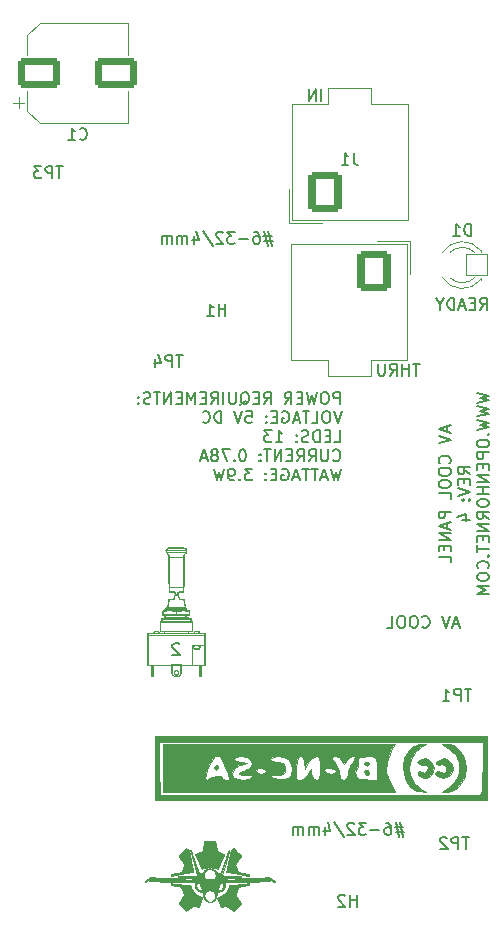
<source format=gbr>
%TF.GenerationSoftware,KiCad,Pcbnew,7.0.1*%
%TF.CreationDate,2023-04-22T13:02:42-08:00*%
%TF.ProjectId,AV COOL PANEL,41562043-4f4f-44c2-9050-414e454c2e6b,3*%
%TF.SameCoordinates,Original*%
%TF.FileFunction,Legend,Bot*%
%TF.FilePolarity,Positive*%
%FSLAX46Y46*%
G04 Gerber Fmt 4.6, Leading zero omitted, Abs format (unit mm)*
G04 Created by KiCad (PCBNEW 7.0.1) date 2023-04-22 13:02:42*
%MOMM*%
%LPD*%
G01*
G04 APERTURE LIST*
G04 Aperture macros list*
%AMRoundRect*
0 Rectangle with rounded corners*
0 $1 Rounding radius*
0 $2 $3 $4 $5 $6 $7 $8 $9 X,Y pos of 4 corners*
0 Add a 4 corners polygon primitive as box body*
4,1,4,$2,$3,$4,$5,$6,$7,$8,$9,$2,$3,0*
0 Add four circle primitives for the rounded corners*
1,1,$1+$1,$2,$3*
1,1,$1+$1,$4,$5*
1,1,$1+$1,$6,$7*
1,1,$1+$1,$8,$9*
0 Add four rect primitives between the rounded corners*
20,1,$1+$1,$2,$3,$4,$5,0*
20,1,$1+$1,$4,$5,$6,$7,0*
20,1,$1+$1,$6,$7,$8,$9,0*
20,1,$1+$1,$8,$9,$2,$3,0*%
G04 Aperture macros list end*
%ADD10C,0.150000*%
%ADD11C,0.010000*%
%ADD12C,0.100000*%
%ADD13C,0.120000*%
%ADD14C,1.600000*%
%ADD15C,12.800000*%
%ADD16RoundRect,0.050000X0.900000X0.900000X-0.900000X0.900000X-0.900000X-0.900000X0.900000X-0.900000X0*%
%ADD17C,1.900000*%
%ADD18RoundRect,0.300000X-1.500000X-1.000000X1.500000X-1.000000X1.500000X1.000000X-1.500000X1.000000X0*%
%ADD19RoundRect,0.300001X-1.099999X-1.399999X1.099999X-1.399999X1.099999X1.399999X-1.099999X1.399999X0*%
%ADD20O,2.800000X3.400000*%
%ADD21C,4.400000*%
%ADD22RoundRect,0.300001X1.099999X1.399999X-1.099999X1.399999X-1.099999X-1.399999X1.099999X-1.399999X0*%
G04 APERTURE END LIST*
D10*
X238291904Y-68892619D02*
X238291904Y-67892619D01*
X238291904Y-67892619D02*
X237910952Y-67892619D01*
X237910952Y-67892619D02*
X237815714Y-67940238D01*
X237815714Y-67940238D02*
X237768095Y-67987857D01*
X237768095Y-67987857D02*
X237720476Y-68083095D01*
X237720476Y-68083095D02*
X237720476Y-68225952D01*
X237720476Y-68225952D02*
X237768095Y-68321190D01*
X237768095Y-68321190D02*
X237815714Y-68368809D01*
X237815714Y-68368809D02*
X237910952Y-68416428D01*
X237910952Y-68416428D02*
X238291904Y-68416428D01*
X237101428Y-67892619D02*
X236910952Y-67892619D01*
X236910952Y-67892619D02*
X236815714Y-67940238D01*
X236815714Y-67940238D02*
X236720476Y-68035476D01*
X236720476Y-68035476D02*
X236672857Y-68225952D01*
X236672857Y-68225952D02*
X236672857Y-68559285D01*
X236672857Y-68559285D02*
X236720476Y-68749761D01*
X236720476Y-68749761D02*
X236815714Y-68845000D01*
X236815714Y-68845000D02*
X236910952Y-68892619D01*
X236910952Y-68892619D02*
X237101428Y-68892619D01*
X237101428Y-68892619D02*
X237196666Y-68845000D01*
X237196666Y-68845000D02*
X237291904Y-68749761D01*
X237291904Y-68749761D02*
X237339523Y-68559285D01*
X237339523Y-68559285D02*
X237339523Y-68225952D01*
X237339523Y-68225952D02*
X237291904Y-68035476D01*
X237291904Y-68035476D02*
X237196666Y-67940238D01*
X237196666Y-67940238D02*
X237101428Y-67892619D01*
X236339523Y-67892619D02*
X236101428Y-68892619D01*
X236101428Y-68892619D02*
X235910952Y-68178333D01*
X235910952Y-68178333D02*
X235720476Y-68892619D01*
X235720476Y-68892619D02*
X235482381Y-67892619D01*
X235101428Y-68368809D02*
X234768095Y-68368809D01*
X234625238Y-68892619D02*
X235101428Y-68892619D01*
X235101428Y-68892619D02*
X235101428Y-67892619D01*
X235101428Y-67892619D02*
X234625238Y-67892619D01*
X233625238Y-68892619D02*
X233958571Y-68416428D01*
X234196666Y-68892619D02*
X234196666Y-67892619D01*
X234196666Y-67892619D02*
X233815714Y-67892619D01*
X233815714Y-67892619D02*
X233720476Y-67940238D01*
X233720476Y-67940238D02*
X233672857Y-67987857D01*
X233672857Y-67987857D02*
X233625238Y-68083095D01*
X233625238Y-68083095D02*
X233625238Y-68225952D01*
X233625238Y-68225952D02*
X233672857Y-68321190D01*
X233672857Y-68321190D02*
X233720476Y-68368809D01*
X233720476Y-68368809D02*
X233815714Y-68416428D01*
X233815714Y-68416428D02*
X234196666Y-68416428D01*
X231863333Y-68892619D02*
X232196666Y-68416428D01*
X232434761Y-68892619D02*
X232434761Y-67892619D01*
X232434761Y-67892619D02*
X232053809Y-67892619D01*
X232053809Y-67892619D02*
X231958571Y-67940238D01*
X231958571Y-67940238D02*
X231910952Y-67987857D01*
X231910952Y-67987857D02*
X231863333Y-68083095D01*
X231863333Y-68083095D02*
X231863333Y-68225952D01*
X231863333Y-68225952D02*
X231910952Y-68321190D01*
X231910952Y-68321190D02*
X231958571Y-68368809D01*
X231958571Y-68368809D02*
X232053809Y-68416428D01*
X232053809Y-68416428D02*
X232434761Y-68416428D01*
X231434761Y-68368809D02*
X231101428Y-68368809D01*
X230958571Y-68892619D02*
X231434761Y-68892619D01*
X231434761Y-68892619D02*
X231434761Y-67892619D01*
X231434761Y-67892619D02*
X230958571Y-67892619D01*
X229863333Y-68987857D02*
X229958571Y-68940238D01*
X229958571Y-68940238D02*
X230053809Y-68845000D01*
X230053809Y-68845000D02*
X230196666Y-68702142D01*
X230196666Y-68702142D02*
X230291904Y-68654523D01*
X230291904Y-68654523D02*
X230387142Y-68654523D01*
X230339523Y-68892619D02*
X230434761Y-68845000D01*
X230434761Y-68845000D02*
X230529999Y-68749761D01*
X230529999Y-68749761D02*
X230577618Y-68559285D01*
X230577618Y-68559285D02*
X230577618Y-68225952D01*
X230577618Y-68225952D02*
X230529999Y-68035476D01*
X230529999Y-68035476D02*
X230434761Y-67940238D01*
X230434761Y-67940238D02*
X230339523Y-67892619D01*
X230339523Y-67892619D02*
X230149047Y-67892619D01*
X230149047Y-67892619D02*
X230053809Y-67940238D01*
X230053809Y-67940238D02*
X229958571Y-68035476D01*
X229958571Y-68035476D02*
X229910952Y-68225952D01*
X229910952Y-68225952D02*
X229910952Y-68559285D01*
X229910952Y-68559285D02*
X229958571Y-68749761D01*
X229958571Y-68749761D02*
X230053809Y-68845000D01*
X230053809Y-68845000D02*
X230149047Y-68892619D01*
X230149047Y-68892619D02*
X230339523Y-68892619D01*
X229482380Y-67892619D02*
X229482380Y-68702142D01*
X229482380Y-68702142D02*
X229434761Y-68797380D01*
X229434761Y-68797380D02*
X229387142Y-68845000D01*
X229387142Y-68845000D02*
X229291904Y-68892619D01*
X229291904Y-68892619D02*
X229101428Y-68892619D01*
X229101428Y-68892619D02*
X229006190Y-68845000D01*
X229006190Y-68845000D02*
X228958571Y-68797380D01*
X228958571Y-68797380D02*
X228910952Y-68702142D01*
X228910952Y-68702142D02*
X228910952Y-67892619D01*
X228434761Y-68892619D02*
X228434761Y-67892619D01*
X227387143Y-68892619D02*
X227720476Y-68416428D01*
X227958571Y-68892619D02*
X227958571Y-67892619D01*
X227958571Y-67892619D02*
X227577619Y-67892619D01*
X227577619Y-67892619D02*
X227482381Y-67940238D01*
X227482381Y-67940238D02*
X227434762Y-67987857D01*
X227434762Y-67987857D02*
X227387143Y-68083095D01*
X227387143Y-68083095D02*
X227387143Y-68225952D01*
X227387143Y-68225952D02*
X227434762Y-68321190D01*
X227434762Y-68321190D02*
X227482381Y-68368809D01*
X227482381Y-68368809D02*
X227577619Y-68416428D01*
X227577619Y-68416428D02*
X227958571Y-68416428D01*
X226958571Y-68368809D02*
X226625238Y-68368809D01*
X226482381Y-68892619D02*
X226958571Y-68892619D01*
X226958571Y-68892619D02*
X226958571Y-67892619D01*
X226958571Y-67892619D02*
X226482381Y-67892619D01*
X226053809Y-68892619D02*
X226053809Y-67892619D01*
X226053809Y-67892619D02*
X225720476Y-68606904D01*
X225720476Y-68606904D02*
X225387143Y-67892619D01*
X225387143Y-67892619D02*
X225387143Y-68892619D01*
X224910952Y-68368809D02*
X224577619Y-68368809D01*
X224434762Y-68892619D02*
X224910952Y-68892619D01*
X224910952Y-68892619D02*
X224910952Y-67892619D01*
X224910952Y-67892619D02*
X224434762Y-67892619D01*
X224006190Y-68892619D02*
X224006190Y-67892619D01*
X224006190Y-67892619D02*
X223434762Y-68892619D01*
X223434762Y-68892619D02*
X223434762Y-67892619D01*
X223101428Y-67892619D02*
X222530000Y-67892619D01*
X222815714Y-68892619D02*
X222815714Y-67892619D01*
X222244285Y-68845000D02*
X222101428Y-68892619D01*
X222101428Y-68892619D02*
X221863333Y-68892619D01*
X221863333Y-68892619D02*
X221768095Y-68845000D01*
X221768095Y-68845000D02*
X221720476Y-68797380D01*
X221720476Y-68797380D02*
X221672857Y-68702142D01*
X221672857Y-68702142D02*
X221672857Y-68606904D01*
X221672857Y-68606904D02*
X221720476Y-68511666D01*
X221720476Y-68511666D02*
X221768095Y-68464047D01*
X221768095Y-68464047D02*
X221863333Y-68416428D01*
X221863333Y-68416428D02*
X222053809Y-68368809D01*
X222053809Y-68368809D02*
X222149047Y-68321190D01*
X222149047Y-68321190D02*
X222196666Y-68273571D01*
X222196666Y-68273571D02*
X222244285Y-68178333D01*
X222244285Y-68178333D02*
X222244285Y-68083095D01*
X222244285Y-68083095D02*
X222196666Y-67987857D01*
X222196666Y-67987857D02*
X222149047Y-67940238D01*
X222149047Y-67940238D02*
X222053809Y-67892619D01*
X222053809Y-67892619D02*
X221815714Y-67892619D01*
X221815714Y-67892619D02*
X221672857Y-67940238D01*
X221244285Y-68797380D02*
X221196666Y-68845000D01*
X221196666Y-68845000D02*
X221244285Y-68892619D01*
X221244285Y-68892619D02*
X221291904Y-68845000D01*
X221291904Y-68845000D02*
X221244285Y-68797380D01*
X221244285Y-68797380D02*
X221244285Y-68892619D01*
X221244285Y-68273571D02*
X221196666Y-68321190D01*
X221196666Y-68321190D02*
X221244285Y-68368809D01*
X221244285Y-68368809D02*
X221291904Y-68321190D01*
X221291904Y-68321190D02*
X221244285Y-68273571D01*
X221244285Y-68273571D02*
X221244285Y-68368809D01*
X238434761Y-69512619D02*
X238101428Y-70512619D01*
X238101428Y-70512619D02*
X237768095Y-69512619D01*
X237244285Y-69512619D02*
X237053809Y-69512619D01*
X237053809Y-69512619D02*
X236958571Y-69560238D01*
X236958571Y-69560238D02*
X236863333Y-69655476D01*
X236863333Y-69655476D02*
X236815714Y-69845952D01*
X236815714Y-69845952D02*
X236815714Y-70179285D01*
X236815714Y-70179285D02*
X236863333Y-70369761D01*
X236863333Y-70369761D02*
X236958571Y-70465000D01*
X236958571Y-70465000D02*
X237053809Y-70512619D01*
X237053809Y-70512619D02*
X237244285Y-70512619D01*
X237244285Y-70512619D02*
X237339523Y-70465000D01*
X237339523Y-70465000D02*
X237434761Y-70369761D01*
X237434761Y-70369761D02*
X237482380Y-70179285D01*
X237482380Y-70179285D02*
X237482380Y-69845952D01*
X237482380Y-69845952D02*
X237434761Y-69655476D01*
X237434761Y-69655476D02*
X237339523Y-69560238D01*
X237339523Y-69560238D02*
X237244285Y-69512619D01*
X235910952Y-70512619D02*
X236387142Y-70512619D01*
X236387142Y-70512619D02*
X236387142Y-69512619D01*
X235720475Y-69512619D02*
X235149047Y-69512619D01*
X235434761Y-70512619D02*
X235434761Y-69512619D01*
X234863332Y-70226904D02*
X234387142Y-70226904D01*
X234958570Y-70512619D02*
X234625237Y-69512619D01*
X234625237Y-69512619D02*
X234291904Y-70512619D01*
X233434761Y-69560238D02*
X233529999Y-69512619D01*
X233529999Y-69512619D02*
X233672856Y-69512619D01*
X233672856Y-69512619D02*
X233815713Y-69560238D01*
X233815713Y-69560238D02*
X233910951Y-69655476D01*
X233910951Y-69655476D02*
X233958570Y-69750714D01*
X233958570Y-69750714D02*
X234006189Y-69941190D01*
X234006189Y-69941190D02*
X234006189Y-70084047D01*
X234006189Y-70084047D02*
X233958570Y-70274523D01*
X233958570Y-70274523D02*
X233910951Y-70369761D01*
X233910951Y-70369761D02*
X233815713Y-70465000D01*
X233815713Y-70465000D02*
X233672856Y-70512619D01*
X233672856Y-70512619D02*
X233577618Y-70512619D01*
X233577618Y-70512619D02*
X233434761Y-70465000D01*
X233434761Y-70465000D02*
X233387142Y-70417380D01*
X233387142Y-70417380D02*
X233387142Y-70084047D01*
X233387142Y-70084047D02*
X233577618Y-70084047D01*
X232958570Y-69988809D02*
X232625237Y-69988809D01*
X232482380Y-70512619D02*
X232958570Y-70512619D01*
X232958570Y-70512619D02*
X232958570Y-69512619D01*
X232958570Y-69512619D02*
X232482380Y-69512619D01*
X232053808Y-70417380D02*
X232006189Y-70465000D01*
X232006189Y-70465000D02*
X232053808Y-70512619D01*
X232053808Y-70512619D02*
X232101427Y-70465000D01*
X232101427Y-70465000D02*
X232053808Y-70417380D01*
X232053808Y-70417380D02*
X232053808Y-70512619D01*
X232053808Y-69893571D02*
X232006189Y-69941190D01*
X232006189Y-69941190D02*
X232053808Y-69988809D01*
X232053808Y-69988809D02*
X232101427Y-69941190D01*
X232101427Y-69941190D02*
X232053808Y-69893571D01*
X232053808Y-69893571D02*
X232053808Y-69988809D01*
X230339523Y-69512619D02*
X230815713Y-69512619D01*
X230815713Y-69512619D02*
X230863332Y-69988809D01*
X230863332Y-69988809D02*
X230815713Y-69941190D01*
X230815713Y-69941190D02*
X230720475Y-69893571D01*
X230720475Y-69893571D02*
X230482380Y-69893571D01*
X230482380Y-69893571D02*
X230387142Y-69941190D01*
X230387142Y-69941190D02*
X230339523Y-69988809D01*
X230339523Y-69988809D02*
X230291904Y-70084047D01*
X230291904Y-70084047D02*
X230291904Y-70322142D01*
X230291904Y-70322142D02*
X230339523Y-70417380D01*
X230339523Y-70417380D02*
X230387142Y-70465000D01*
X230387142Y-70465000D02*
X230482380Y-70512619D01*
X230482380Y-70512619D02*
X230720475Y-70512619D01*
X230720475Y-70512619D02*
X230815713Y-70465000D01*
X230815713Y-70465000D02*
X230863332Y-70417380D01*
X230006189Y-69512619D02*
X229672856Y-70512619D01*
X229672856Y-70512619D02*
X229339523Y-69512619D01*
X228244284Y-70512619D02*
X228244284Y-69512619D01*
X228244284Y-69512619D02*
X228006189Y-69512619D01*
X228006189Y-69512619D02*
X227863332Y-69560238D01*
X227863332Y-69560238D02*
X227768094Y-69655476D01*
X227768094Y-69655476D02*
X227720475Y-69750714D01*
X227720475Y-69750714D02*
X227672856Y-69941190D01*
X227672856Y-69941190D02*
X227672856Y-70084047D01*
X227672856Y-70084047D02*
X227720475Y-70274523D01*
X227720475Y-70274523D02*
X227768094Y-70369761D01*
X227768094Y-70369761D02*
X227863332Y-70465000D01*
X227863332Y-70465000D02*
X228006189Y-70512619D01*
X228006189Y-70512619D02*
X228244284Y-70512619D01*
X226672856Y-70417380D02*
X226720475Y-70465000D01*
X226720475Y-70465000D02*
X226863332Y-70512619D01*
X226863332Y-70512619D02*
X226958570Y-70512619D01*
X226958570Y-70512619D02*
X227101427Y-70465000D01*
X227101427Y-70465000D02*
X227196665Y-70369761D01*
X227196665Y-70369761D02*
X227244284Y-70274523D01*
X227244284Y-70274523D02*
X227291903Y-70084047D01*
X227291903Y-70084047D02*
X227291903Y-69941190D01*
X227291903Y-69941190D02*
X227244284Y-69750714D01*
X227244284Y-69750714D02*
X227196665Y-69655476D01*
X227196665Y-69655476D02*
X227101427Y-69560238D01*
X227101427Y-69560238D02*
X226958570Y-69512619D01*
X226958570Y-69512619D02*
X226863332Y-69512619D01*
X226863332Y-69512619D02*
X226720475Y-69560238D01*
X226720475Y-69560238D02*
X226672856Y-69607857D01*
X237815714Y-72132619D02*
X238291904Y-72132619D01*
X238291904Y-72132619D02*
X238291904Y-71132619D01*
X237482380Y-71608809D02*
X237149047Y-71608809D01*
X237006190Y-72132619D02*
X237482380Y-72132619D01*
X237482380Y-72132619D02*
X237482380Y-71132619D01*
X237482380Y-71132619D02*
X237006190Y-71132619D01*
X236577618Y-72132619D02*
X236577618Y-71132619D01*
X236577618Y-71132619D02*
X236339523Y-71132619D01*
X236339523Y-71132619D02*
X236196666Y-71180238D01*
X236196666Y-71180238D02*
X236101428Y-71275476D01*
X236101428Y-71275476D02*
X236053809Y-71370714D01*
X236053809Y-71370714D02*
X236006190Y-71561190D01*
X236006190Y-71561190D02*
X236006190Y-71704047D01*
X236006190Y-71704047D02*
X236053809Y-71894523D01*
X236053809Y-71894523D02*
X236101428Y-71989761D01*
X236101428Y-71989761D02*
X236196666Y-72085000D01*
X236196666Y-72085000D02*
X236339523Y-72132619D01*
X236339523Y-72132619D02*
X236577618Y-72132619D01*
X235625237Y-72085000D02*
X235482380Y-72132619D01*
X235482380Y-72132619D02*
X235244285Y-72132619D01*
X235244285Y-72132619D02*
X235149047Y-72085000D01*
X235149047Y-72085000D02*
X235101428Y-72037380D01*
X235101428Y-72037380D02*
X235053809Y-71942142D01*
X235053809Y-71942142D02*
X235053809Y-71846904D01*
X235053809Y-71846904D02*
X235101428Y-71751666D01*
X235101428Y-71751666D02*
X235149047Y-71704047D01*
X235149047Y-71704047D02*
X235244285Y-71656428D01*
X235244285Y-71656428D02*
X235434761Y-71608809D01*
X235434761Y-71608809D02*
X235529999Y-71561190D01*
X235529999Y-71561190D02*
X235577618Y-71513571D01*
X235577618Y-71513571D02*
X235625237Y-71418333D01*
X235625237Y-71418333D02*
X235625237Y-71323095D01*
X235625237Y-71323095D02*
X235577618Y-71227857D01*
X235577618Y-71227857D02*
X235529999Y-71180238D01*
X235529999Y-71180238D02*
X235434761Y-71132619D01*
X235434761Y-71132619D02*
X235196666Y-71132619D01*
X235196666Y-71132619D02*
X235053809Y-71180238D01*
X234625237Y-72037380D02*
X234577618Y-72085000D01*
X234577618Y-72085000D02*
X234625237Y-72132619D01*
X234625237Y-72132619D02*
X234672856Y-72085000D01*
X234672856Y-72085000D02*
X234625237Y-72037380D01*
X234625237Y-72037380D02*
X234625237Y-72132619D01*
X234625237Y-71513571D02*
X234577618Y-71561190D01*
X234577618Y-71561190D02*
X234625237Y-71608809D01*
X234625237Y-71608809D02*
X234672856Y-71561190D01*
X234672856Y-71561190D02*
X234625237Y-71513571D01*
X234625237Y-71513571D02*
X234625237Y-71608809D01*
X232863333Y-72132619D02*
X233434761Y-72132619D01*
X233149047Y-72132619D02*
X233149047Y-71132619D01*
X233149047Y-71132619D02*
X233244285Y-71275476D01*
X233244285Y-71275476D02*
X233339523Y-71370714D01*
X233339523Y-71370714D02*
X233434761Y-71418333D01*
X232529999Y-71132619D02*
X231910952Y-71132619D01*
X231910952Y-71132619D02*
X232244285Y-71513571D01*
X232244285Y-71513571D02*
X232101428Y-71513571D01*
X232101428Y-71513571D02*
X232006190Y-71561190D01*
X232006190Y-71561190D02*
X231958571Y-71608809D01*
X231958571Y-71608809D02*
X231910952Y-71704047D01*
X231910952Y-71704047D02*
X231910952Y-71942142D01*
X231910952Y-71942142D02*
X231958571Y-72037380D01*
X231958571Y-72037380D02*
X232006190Y-72085000D01*
X232006190Y-72085000D02*
X232101428Y-72132619D01*
X232101428Y-72132619D02*
X232387142Y-72132619D01*
X232387142Y-72132619D02*
X232482380Y-72085000D01*
X232482380Y-72085000D02*
X232529999Y-72037380D01*
X237720476Y-73657380D02*
X237768095Y-73705000D01*
X237768095Y-73705000D02*
X237910952Y-73752619D01*
X237910952Y-73752619D02*
X238006190Y-73752619D01*
X238006190Y-73752619D02*
X238149047Y-73705000D01*
X238149047Y-73705000D02*
X238244285Y-73609761D01*
X238244285Y-73609761D02*
X238291904Y-73514523D01*
X238291904Y-73514523D02*
X238339523Y-73324047D01*
X238339523Y-73324047D02*
X238339523Y-73181190D01*
X238339523Y-73181190D02*
X238291904Y-72990714D01*
X238291904Y-72990714D02*
X238244285Y-72895476D01*
X238244285Y-72895476D02*
X238149047Y-72800238D01*
X238149047Y-72800238D02*
X238006190Y-72752619D01*
X238006190Y-72752619D02*
X237910952Y-72752619D01*
X237910952Y-72752619D02*
X237768095Y-72800238D01*
X237768095Y-72800238D02*
X237720476Y-72847857D01*
X237291904Y-72752619D02*
X237291904Y-73562142D01*
X237291904Y-73562142D02*
X237244285Y-73657380D01*
X237244285Y-73657380D02*
X237196666Y-73705000D01*
X237196666Y-73705000D02*
X237101428Y-73752619D01*
X237101428Y-73752619D02*
X236910952Y-73752619D01*
X236910952Y-73752619D02*
X236815714Y-73705000D01*
X236815714Y-73705000D02*
X236768095Y-73657380D01*
X236768095Y-73657380D02*
X236720476Y-73562142D01*
X236720476Y-73562142D02*
X236720476Y-72752619D01*
X235672857Y-73752619D02*
X236006190Y-73276428D01*
X236244285Y-73752619D02*
X236244285Y-72752619D01*
X236244285Y-72752619D02*
X235863333Y-72752619D01*
X235863333Y-72752619D02*
X235768095Y-72800238D01*
X235768095Y-72800238D02*
X235720476Y-72847857D01*
X235720476Y-72847857D02*
X235672857Y-72943095D01*
X235672857Y-72943095D02*
X235672857Y-73085952D01*
X235672857Y-73085952D02*
X235720476Y-73181190D01*
X235720476Y-73181190D02*
X235768095Y-73228809D01*
X235768095Y-73228809D02*
X235863333Y-73276428D01*
X235863333Y-73276428D02*
X236244285Y-73276428D01*
X234672857Y-73752619D02*
X235006190Y-73276428D01*
X235244285Y-73752619D02*
X235244285Y-72752619D01*
X235244285Y-72752619D02*
X234863333Y-72752619D01*
X234863333Y-72752619D02*
X234768095Y-72800238D01*
X234768095Y-72800238D02*
X234720476Y-72847857D01*
X234720476Y-72847857D02*
X234672857Y-72943095D01*
X234672857Y-72943095D02*
X234672857Y-73085952D01*
X234672857Y-73085952D02*
X234720476Y-73181190D01*
X234720476Y-73181190D02*
X234768095Y-73228809D01*
X234768095Y-73228809D02*
X234863333Y-73276428D01*
X234863333Y-73276428D02*
X235244285Y-73276428D01*
X234244285Y-73228809D02*
X233910952Y-73228809D01*
X233768095Y-73752619D02*
X234244285Y-73752619D01*
X234244285Y-73752619D02*
X234244285Y-72752619D01*
X234244285Y-72752619D02*
X233768095Y-72752619D01*
X233339523Y-73752619D02*
X233339523Y-72752619D01*
X233339523Y-72752619D02*
X232768095Y-73752619D01*
X232768095Y-73752619D02*
X232768095Y-72752619D01*
X232434761Y-72752619D02*
X231863333Y-72752619D01*
X232149047Y-73752619D02*
X232149047Y-72752619D01*
X231529999Y-73657380D02*
X231482380Y-73705000D01*
X231482380Y-73705000D02*
X231529999Y-73752619D01*
X231529999Y-73752619D02*
X231577618Y-73705000D01*
X231577618Y-73705000D02*
X231529999Y-73657380D01*
X231529999Y-73657380D02*
X231529999Y-73752619D01*
X231529999Y-73133571D02*
X231482380Y-73181190D01*
X231482380Y-73181190D02*
X231529999Y-73228809D01*
X231529999Y-73228809D02*
X231577618Y-73181190D01*
X231577618Y-73181190D02*
X231529999Y-73133571D01*
X231529999Y-73133571D02*
X231529999Y-73228809D01*
X230101428Y-72752619D02*
X230006190Y-72752619D01*
X230006190Y-72752619D02*
X229910952Y-72800238D01*
X229910952Y-72800238D02*
X229863333Y-72847857D01*
X229863333Y-72847857D02*
X229815714Y-72943095D01*
X229815714Y-72943095D02*
X229768095Y-73133571D01*
X229768095Y-73133571D02*
X229768095Y-73371666D01*
X229768095Y-73371666D02*
X229815714Y-73562142D01*
X229815714Y-73562142D02*
X229863333Y-73657380D01*
X229863333Y-73657380D02*
X229910952Y-73705000D01*
X229910952Y-73705000D02*
X230006190Y-73752619D01*
X230006190Y-73752619D02*
X230101428Y-73752619D01*
X230101428Y-73752619D02*
X230196666Y-73705000D01*
X230196666Y-73705000D02*
X230244285Y-73657380D01*
X230244285Y-73657380D02*
X230291904Y-73562142D01*
X230291904Y-73562142D02*
X230339523Y-73371666D01*
X230339523Y-73371666D02*
X230339523Y-73133571D01*
X230339523Y-73133571D02*
X230291904Y-72943095D01*
X230291904Y-72943095D02*
X230244285Y-72847857D01*
X230244285Y-72847857D02*
X230196666Y-72800238D01*
X230196666Y-72800238D02*
X230101428Y-72752619D01*
X229339523Y-73657380D02*
X229291904Y-73705000D01*
X229291904Y-73705000D02*
X229339523Y-73752619D01*
X229339523Y-73752619D02*
X229387142Y-73705000D01*
X229387142Y-73705000D02*
X229339523Y-73657380D01*
X229339523Y-73657380D02*
X229339523Y-73752619D01*
X228958571Y-72752619D02*
X228291905Y-72752619D01*
X228291905Y-72752619D02*
X228720476Y-73752619D01*
X227768095Y-73181190D02*
X227863333Y-73133571D01*
X227863333Y-73133571D02*
X227910952Y-73085952D01*
X227910952Y-73085952D02*
X227958571Y-72990714D01*
X227958571Y-72990714D02*
X227958571Y-72943095D01*
X227958571Y-72943095D02*
X227910952Y-72847857D01*
X227910952Y-72847857D02*
X227863333Y-72800238D01*
X227863333Y-72800238D02*
X227768095Y-72752619D01*
X227768095Y-72752619D02*
X227577619Y-72752619D01*
X227577619Y-72752619D02*
X227482381Y-72800238D01*
X227482381Y-72800238D02*
X227434762Y-72847857D01*
X227434762Y-72847857D02*
X227387143Y-72943095D01*
X227387143Y-72943095D02*
X227387143Y-72990714D01*
X227387143Y-72990714D02*
X227434762Y-73085952D01*
X227434762Y-73085952D02*
X227482381Y-73133571D01*
X227482381Y-73133571D02*
X227577619Y-73181190D01*
X227577619Y-73181190D02*
X227768095Y-73181190D01*
X227768095Y-73181190D02*
X227863333Y-73228809D01*
X227863333Y-73228809D02*
X227910952Y-73276428D01*
X227910952Y-73276428D02*
X227958571Y-73371666D01*
X227958571Y-73371666D02*
X227958571Y-73562142D01*
X227958571Y-73562142D02*
X227910952Y-73657380D01*
X227910952Y-73657380D02*
X227863333Y-73705000D01*
X227863333Y-73705000D02*
X227768095Y-73752619D01*
X227768095Y-73752619D02*
X227577619Y-73752619D01*
X227577619Y-73752619D02*
X227482381Y-73705000D01*
X227482381Y-73705000D02*
X227434762Y-73657380D01*
X227434762Y-73657380D02*
X227387143Y-73562142D01*
X227387143Y-73562142D02*
X227387143Y-73371666D01*
X227387143Y-73371666D02*
X227434762Y-73276428D01*
X227434762Y-73276428D02*
X227482381Y-73228809D01*
X227482381Y-73228809D02*
X227577619Y-73181190D01*
X227006190Y-73466904D02*
X226530000Y-73466904D01*
X227101428Y-73752619D02*
X226768095Y-72752619D01*
X226768095Y-72752619D02*
X226434762Y-73752619D01*
X238387142Y-74372619D02*
X238149047Y-75372619D01*
X238149047Y-75372619D02*
X237958571Y-74658333D01*
X237958571Y-74658333D02*
X237768095Y-75372619D01*
X237768095Y-75372619D02*
X237530000Y-74372619D01*
X237196666Y-75086904D02*
X236720476Y-75086904D01*
X237291904Y-75372619D02*
X236958571Y-74372619D01*
X236958571Y-74372619D02*
X236625238Y-75372619D01*
X236434761Y-74372619D02*
X235863333Y-74372619D01*
X236149047Y-75372619D02*
X236149047Y-74372619D01*
X235672856Y-74372619D02*
X235101428Y-74372619D01*
X235387142Y-75372619D02*
X235387142Y-74372619D01*
X234815713Y-75086904D02*
X234339523Y-75086904D01*
X234910951Y-75372619D02*
X234577618Y-74372619D01*
X234577618Y-74372619D02*
X234244285Y-75372619D01*
X233387142Y-74420238D02*
X233482380Y-74372619D01*
X233482380Y-74372619D02*
X233625237Y-74372619D01*
X233625237Y-74372619D02*
X233768094Y-74420238D01*
X233768094Y-74420238D02*
X233863332Y-74515476D01*
X233863332Y-74515476D02*
X233910951Y-74610714D01*
X233910951Y-74610714D02*
X233958570Y-74801190D01*
X233958570Y-74801190D02*
X233958570Y-74944047D01*
X233958570Y-74944047D02*
X233910951Y-75134523D01*
X233910951Y-75134523D02*
X233863332Y-75229761D01*
X233863332Y-75229761D02*
X233768094Y-75325000D01*
X233768094Y-75325000D02*
X233625237Y-75372619D01*
X233625237Y-75372619D02*
X233529999Y-75372619D01*
X233529999Y-75372619D02*
X233387142Y-75325000D01*
X233387142Y-75325000D02*
X233339523Y-75277380D01*
X233339523Y-75277380D02*
X233339523Y-74944047D01*
X233339523Y-74944047D02*
X233529999Y-74944047D01*
X232910951Y-74848809D02*
X232577618Y-74848809D01*
X232434761Y-75372619D02*
X232910951Y-75372619D01*
X232910951Y-75372619D02*
X232910951Y-74372619D01*
X232910951Y-74372619D02*
X232434761Y-74372619D01*
X232006189Y-75277380D02*
X231958570Y-75325000D01*
X231958570Y-75325000D02*
X232006189Y-75372619D01*
X232006189Y-75372619D02*
X232053808Y-75325000D01*
X232053808Y-75325000D02*
X232006189Y-75277380D01*
X232006189Y-75277380D02*
X232006189Y-75372619D01*
X232006189Y-74753571D02*
X231958570Y-74801190D01*
X231958570Y-74801190D02*
X232006189Y-74848809D01*
X232006189Y-74848809D02*
X232053808Y-74801190D01*
X232053808Y-74801190D02*
X232006189Y-74753571D01*
X232006189Y-74753571D02*
X232006189Y-74848809D01*
X230863332Y-74372619D02*
X230244285Y-74372619D01*
X230244285Y-74372619D02*
X230577618Y-74753571D01*
X230577618Y-74753571D02*
X230434761Y-74753571D01*
X230434761Y-74753571D02*
X230339523Y-74801190D01*
X230339523Y-74801190D02*
X230291904Y-74848809D01*
X230291904Y-74848809D02*
X230244285Y-74944047D01*
X230244285Y-74944047D02*
X230244285Y-75182142D01*
X230244285Y-75182142D02*
X230291904Y-75277380D01*
X230291904Y-75277380D02*
X230339523Y-75325000D01*
X230339523Y-75325000D02*
X230434761Y-75372619D01*
X230434761Y-75372619D02*
X230720475Y-75372619D01*
X230720475Y-75372619D02*
X230815713Y-75325000D01*
X230815713Y-75325000D02*
X230863332Y-75277380D01*
X229815713Y-75277380D02*
X229768094Y-75325000D01*
X229768094Y-75325000D02*
X229815713Y-75372619D01*
X229815713Y-75372619D02*
X229863332Y-75325000D01*
X229863332Y-75325000D02*
X229815713Y-75277380D01*
X229815713Y-75277380D02*
X229815713Y-75372619D01*
X229291904Y-75372619D02*
X229101428Y-75372619D01*
X229101428Y-75372619D02*
X229006190Y-75325000D01*
X229006190Y-75325000D02*
X228958571Y-75277380D01*
X228958571Y-75277380D02*
X228863333Y-75134523D01*
X228863333Y-75134523D02*
X228815714Y-74944047D01*
X228815714Y-74944047D02*
X228815714Y-74563095D01*
X228815714Y-74563095D02*
X228863333Y-74467857D01*
X228863333Y-74467857D02*
X228910952Y-74420238D01*
X228910952Y-74420238D02*
X229006190Y-74372619D01*
X229006190Y-74372619D02*
X229196666Y-74372619D01*
X229196666Y-74372619D02*
X229291904Y-74420238D01*
X229291904Y-74420238D02*
X229339523Y-74467857D01*
X229339523Y-74467857D02*
X229387142Y-74563095D01*
X229387142Y-74563095D02*
X229387142Y-74801190D01*
X229387142Y-74801190D02*
X229339523Y-74896428D01*
X229339523Y-74896428D02*
X229291904Y-74944047D01*
X229291904Y-74944047D02*
X229196666Y-74991666D01*
X229196666Y-74991666D02*
X229006190Y-74991666D01*
X229006190Y-74991666D02*
X228910952Y-74944047D01*
X228910952Y-74944047D02*
X228863333Y-74896428D01*
X228863333Y-74896428D02*
X228815714Y-74801190D01*
X228482380Y-74372619D02*
X228244285Y-75372619D01*
X228244285Y-75372619D02*
X228053809Y-74658333D01*
X228053809Y-74658333D02*
X227863333Y-75372619D01*
X227863333Y-75372619D02*
X227625238Y-74372619D01*
X236723808Y-43242619D02*
X236723808Y-42242619D01*
X236247618Y-43242619D02*
X236247618Y-42242619D01*
X236247618Y-42242619D02*
X235676190Y-43242619D01*
X235676190Y-43242619D02*
X235676190Y-42242619D01*
X245053332Y-65492619D02*
X244481904Y-65492619D01*
X244767618Y-66492619D02*
X244767618Y-65492619D01*
X244148570Y-66492619D02*
X244148570Y-65492619D01*
X244148570Y-65968809D02*
X243577142Y-65968809D01*
X243577142Y-66492619D02*
X243577142Y-65492619D01*
X242529523Y-66492619D02*
X242862856Y-66016428D01*
X243100951Y-66492619D02*
X243100951Y-65492619D01*
X243100951Y-65492619D02*
X242719999Y-65492619D01*
X242719999Y-65492619D02*
X242624761Y-65540238D01*
X242624761Y-65540238D02*
X242577142Y-65587857D01*
X242577142Y-65587857D02*
X242529523Y-65683095D01*
X242529523Y-65683095D02*
X242529523Y-65825952D01*
X242529523Y-65825952D02*
X242577142Y-65921190D01*
X242577142Y-65921190D02*
X242624761Y-65968809D01*
X242624761Y-65968809D02*
X242719999Y-66016428D01*
X242719999Y-66016428D02*
X243100951Y-66016428D01*
X242100951Y-65492619D02*
X242100951Y-66302142D01*
X242100951Y-66302142D02*
X242053332Y-66397380D01*
X242053332Y-66397380D02*
X242005713Y-66445000D01*
X242005713Y-66445000D02*
X241910475Y-66492619D01*
X241910475Y-66492619D02*
X241719999Y-66492619D01*
X241719999Y-66492619D02*
X241624761Y-66445000D01*
X241624761Y-66445000D02*
X241577142Y-66397380D01*
X241577142Y-66397380D02*
X241529523Y-66302142D01*
X241529523Y-66302142D02*
X241529523Y-65492619D01*
X248363999Y-87552904D02*
X247887809Y-87552904D01*
X248459237Y-87838619D02*
X248125904Y-86838619D01*
X248125904Y-86838619D02*
X247792571Y-87838619D01*
X247602094Y-86838619D02*
X247268761Y-87838619D01*
X247268761Y-87838619D02*
X246935428Y-86838619D01*
X245268761Y-87743380D02*
X245316380Y-87791000D01*
X245316380Y-87791000D02*
X245459237Y-87838619D01*
X245459237Y-87838619D02*
X245554475Y-87838619D01*
X245554475Y-87838619D02*
X245697332Y-87791000D01*
X245697332Y-87791000D02*
X245792570Y-87695761D01*
X245792570Y-87695761D02*
X245840189Y-87600523D01*
X245840189Y-87600523D02*
X245887808Y-87410047D01*
X245887808Y-87410047D02*
X245887808Y-87267190D01*
X245887808Y-87267190D02*
X245840189Y-87076714D01*
X245840189Y-87076714D02*
X245792570Y-86981476D01*
X245792570Y-86981476D02*
X245697332Y-86886238D01*
X245697332Y-86886238D02*
X245554475Y-86838619D01*
X245554475Y-86838619D02*
X245459237Y-86838619D01*
X245459237Y-86838619D02*
X245316380Y-86886238D01*
X245316380Y-86886238D02*
X245268761Y-86933857D01*
X244649713Y-86838619D02*
X244459237Y-86838619D01*
X244459237Y-86838619D02*
X244363999Y-86886238D01*
X244363999Y-86886238D02*
X244268761Y-86981476D01*
X244268761Y-86981476D02*
X244221142Y-87171952D01*
X244221142Y-87171952D02*
X244221142Y-87505285D01*
X244221142Y-87505285D02*
X244268761Y-87695761D01*
X244268761Y-87695761D02*
X244363999Y-87791000D01*
X244363999Y-87791000D02*
X244459237Y-87838619D01*
X244459237Y-87838619D02*
X244649713Y-87838619D01*
X244649713Y-87838619D02*
X244744951Y-87791000D01*
X244744951Y-87791000D02*
X244840189Y-87695761D01*
X244840189Y-87695761D02*
X244887808Y-87505285D01*
X244887808Y-87505285D02*
X244887808Y-87171952D01*
X244887808Y-87171952D02*
X244840189Y-86981476D01*
X244840189Y-86981476D02*
X244744951Y-86886238D01*
X244744951Y-86886238D02*
X244649713Y-86838619D01*
X243602094Y-86838619D02*
X243411618Y-86838619D01*
X243411618Y-86838619D02*
X243316380Y-86886238D01*
X243316380Y-86886238D02*
X243221142Y-86981476D01*
X243221142Y-86981476D02*
X243173523Y-87171952D01*
X243173523Y-87171952D02*
X243173523Y-87505285D01*
X243173523Y-87505285D02*
X243221142Y-87695761D01*
X243221142Y-87695761D02*
X243316380Y-87791000D01*
X243316380Y-87791000D02*
X243411618Y-87838619D01*
X243411618Y-87838619D02*
X243602094Y-87838619D01*
X243602094Y-87838619D02*
X243697332Y-87791000D01*
X243697332Y-87791000D02*
X243792570Y-87695761D01*
X243792570Y-87695761D02*
X243840189Y-87505285D01*
X243840189Y-87505285D02*
X243840189Y-87171952D01*
X243840189Y-87171952D02*
X243792570Y-86981476D01*
X243792570Y-86981476D02*
X243697332Y-86886238D01*
X243697332Y-86886238D02*
X243602094Y-86838619D01*
X242268761Y-87838619D02*
X242744951Y-87838619D01*
X242744951Y-87838619D02*
X242744951Y-86838619D01*
X247386904Y-70819523D02*
X247386904Y-71295713D01*
X247672619Y-70724285D02*
X246672619Y-71057618D01*
X246672619Y-71057618D02*
X247672619Y-71390951D01*
X246672619Y-71581428D02*
X247672619Y-71914761D01*
X247672619Y-71914761D02*
X246672619Y-72248094D01*
X247577380Y-73914761D02*
X247625000Y-73867142D01*
X247625000Y-73867142D02*
X247672619Y-73724285D01*
X247672619Y-73724285D02*
X247672619Y-73629047D01*
X247672619Y-73629047D02*
X247625000Y-73486190D01*
X247625000Y-73486190D02*
X247529761Y-73390952D01*
X247529761Y-73390952D02*
X247434523Y-73343333D01*
X247434523Y-73343333D02*
X247244047Y-73295714D01*
X247244047Y-73295714D02*
X247101190Y-73295714D01*
X247101190Y-73295714D02*
X246910714Y-73343333D01*
X246910714Y-73343333D02*
X246815476Y-73390952D01*
X246815476Y-73390952D02*
X246720238Y-73486190D01*
X246720238Y-73486190D02*
X246672619Y-73629047D01*
X246672619Y-73629047D02*
X246672619Y-73724285D01*
X246672619Y-73724285D02*
X246720238Y-73867142D01*
X246720238Y-73867142D02*
X246767857Y-73914761D01*
X246672619Y-74533809D02*
X246672619Y-74724285D01*
X246672619Y-74724285D02*
X246720238Y-74819523D01*
X246720238Y-74819523D02*
X246815476Y-74914761D01*
X246815476Y-74914761D02*
X247005952Y-74962380D01*
X247005952Y-74962380D02*
X247339285Y-74962380D01*
X247339285Y-74962380D02*
X247529761Y-74914761D01*
X247529761Y-74914761D02*
X247625000Y-74819523D01*
X247625000Y-74819523D02*
X247672619Y-74724285D01*
X247672619Y-74724285D02*
X247672619Y-74533809D01*
X247672619Y-74533809D02*
X247625000Y-74438571D01*
X247625000Y-74438571D02*
X247529761Y-74343333D01*
X247529761Y-74343333D02*
X247339285Y-74295714D01*
X247339285Y-74295714D02*
X247005952Y-74295714D01*
X247005952Y-74295714D02*
X246815476Y-74343333D01*
X246815476Y-74343333D02*
X246720238Y-74438571D01*
X246720238Y-74438571D02*
X246672619Y-74533809D01*
X246672619Y-75581428D02*
X246672619Y-75771904D01*
X246672619Y-75771904D02*
X246720238Y-75867142D01*
X246720238Y-75867142D02*
X246815476Y-75962380D01*
X246815476Y-75962380D02*
X247005952Y-76009999D01*
X247005952Y-76009999D02*
X247339285Y-76009999D01*
X247339285Y-76009999D02*
X247529761Y-75962380D01*
X247529761Y-75962380D02*
X247625000Y-75867142D01*
X247625000Y-75867142D02*
X247672619Y-75771904D01*
X247672619Y-75771904D02*
X247672619Y-75581428D01*
X247672619Y-75581428D02*
X247625000Y-75486190D01*
X247625000Y-75486190D02*
X247529761Y-75390952D01*
X247529761Y-75390952D02*
X247339285Y-75343333D01*
X247339285Y-75343333D02*
X247005952Y-75343333D01*
X247005952Y-75343333D02*
X246815476Y-75390952D01*
X246815476Y-75390952D02*
X246720238Y-75486190D01*
X246720238Y-75486190D02*
X246672619Y-75581428D01*
X247672619Y-76914761D02*
X247672619Y-76438571D01*
X247672619Y-76438571D02*
X246672619Y-76438571D01*
X247672619Y-78010000D02*
X246672619Y-78010000D01*
X246672619Y-78010000D02*
X246672619Y-78390952D01*
X246672619Y-78390952D02*
X246720238Y-78486190D01*
X246720238Y-78486190D02*
X246767857Y-78533809D01*
X246767857Y-78533809D02*
X246863095Y-78581428D01*
X246863095Y-78581428D02*
X247005952Y-78581428D01*
X247005952Y-78581428D02*
X247101190Y-78533809D01*
X247101190Y-78533809D02*
X247148809Y-78486190D01*
X247148809Y-78486190D02*
X247196428Y-78390952D01*
X247196428Y-78390952D02*
X247196428Y-78010000D01*
X247386904Y-78962381D02*
X247386904Y-79438571D01*
X247672619Y-78867143D02*
X246672619Y-79200476D01*
X246672619Y-79200476D02*
X247672619Y-79533809D01*
X247672619Y-79867143D02*
X246672619Y-79867143D01*
X246672619Y-79867143D02*
X247672619Y-80438571D01*
X247672619Y-80438571D02*
X246672619Y-80438571D01*
X247148809Y-80914762D02*
X247148809Y-81248095D01*
X247672619Y-81390952D02*
X247672619Y-80914762D01*
X247672619Y-80914762D02*
X246672619Y-80914762D01*
X246672619Y-80914762D02*
X246672619Y-81390952D01*
X247672619Y-82295714D02*
X247672619Y-81819524D01*
X247672619Y-81819524D02*
X246672619Y-81819524D01*
X249292619Y-74843333D02*
X248816428Y-74510000D01*
X249292619Y-74271905D02*
X248292619Y-74271905D01*
X248292619Y-74271905D02*
X248292619Y-74652857D01*
X248292619Y-74652857D02*
X248340238Y-74748095D01*
X248340238Y-74748095D02*
X248387857Y-74795714D01*
X248387857Y-74795714D02*
X248483095Y-74843333D01*
X248483095Y-74843333D02*
X248625952Y-74843333D01*
X248625952Y-74843333D02*
X248721190Y-74795714D01*
X248721190Y-74795714D02*
X248768809Y-74748095D01*
X248768809Y-74748095D02*
X248816428Y-74652857D01*
X248816428Y-74652857D02*
X248816428Y-74271905D01*
X248768809Y-75271905D02*
X248768809Y-75605238D01*
X249292619Y-75748095D02*
X249292619Y-75271905D01*
X249292619Y-75271905D02*
X248292619Y-75271905D01*
X248292619Y-75271905D02*
X248292619Y-75748095D01*
X248292619Y-76033810D02*
X249292619Y-76367143D01*
X249292619Y-76367143D02*
X248292619Y-76700476D01*
X249197380Y-77033810D02*
X249245000Y-77081429D01*
X249245000Y-77081429D02*
X249292619Y-77033810D01*
X249292619Y-77033810D02*
X249245000Y-76986191D01*
X249245000Y-76986191D02*
X249197380Y-77033810D01*
X249197380Y-77033810D02*
X249292619Y-77033810D01*
X248673571Y-77033810D02*
X248721190Y-77081429D01*
X248721190Y-77081429D02*
X248768809Y-77033810D01*
X248768809Y-77033810D02*
X248721190Y-76986191D01*
X248721190Y-76986191D02*
X248673571Y-77033810D01*
X248673571Y-77033810D02*
X248768809Y-77033810D01*
X248625952Y-78700476D02*
X249292619Y-78700476D01*
X248245000Y-78462381D02*
X248959285Y-78224286D01*
X248959285Y-78224286D02*
X248959285Y-78843333D01*
X249912619Y-67962382D02*
X250912619Y-68200477D01*
X250912619Y-68200477D02*
X250198333Y-68390953D01*
X250198333Y-68390953D02*
X250912619Y-68581429D01*
X250912619Y-68581429D02*
X249912619Y-68819525D01*
X249912619Y-69105239D02*
X250912619Y-69343334D01*
X250912619Y-69343334D02*
X250198333Y-69533810D01*
X250198333Y-69533810D02*
X250912619Y-69724286D01*
X250912619Y-69724286D02*
X249912619Y-69962382D01*
X249912619Y-70248096D02*
X250912619Y-70486191D01*
X250912619Y-70486191D02*
X250198333Y-70676667D01*
X250198333Y-70676667D02*
X250912619Y-70867143D01*
X250912619Y-70867143D02*
X249912619Y-71105239D01*
X250817380Y-71486191D02*
X250865000Y-71533810D01*
X250865000Y-71533810D02*
X250912619Y-71486191D01*
X250912619Y-71486191D02*
X250865000Y-71438572D01*
X250865000Y-71438572D02*
X250817380Y-71486191D01*
X250817380Y-71486191D02*
X250912619Y-71486191D01*
X249912619Y-72152857D02*
X249912619Y-72343333D01*
X249912619Y-72343333D02*
X249960238Y-72438571D01*
X249960238Y-72438571D02*
X250055476Y-72533809D01*
X250055476Y-72533809D02*
X250245952Y-72581428D01*
X250245952Y-72581428D02*
X250579285Y-72581428D01*
X250579285Y-72581428D02*
X250769761Y-72533809D01*
X250769761Y-72533809D02*
X250865000Y-72438571D01*
X250865000Y-72438571D02*
X250912619Y-72343333D01*
X250912619Y-72343333D02*
X250912619Y-72152857D01*
X250912619Y-72152857D02*
X250865000Y-72057619D01*
X250865000Y-72057619D02*
X250769761Y-71962381D01*
X250769761Y-71962381D02*
X250579285Y-71914762D01*
X250579285Y-71914762D02*
X250245952Y-71914762D01*
X250245952Y-71914762D02*
X250055476Y-71962381D01*
X250055476Y-71962381D02*
X249960238Y-72057619D01*
X249960238Y-72057619D02*
X249912619Y-72152857D01*
X250912619Y-73010000D02*
X249912619Y-73010000D01*
X249912619Y-73010000D02*
X249912619Y-73390952D01*
X249912619Y-73390952D02*
X249960238Y-73486190D01*
X249960238Y-73486190D02*
X250007857Y-73533809D01*
X250007857Y-73533809D02*
X250103095Y-73581428D01*
X250103095Y-73581428D02*
X250245952Y-73581428D01*
X250245952Y-73581428D02*
X250341190Y-73533809D01*
X250341190Y-73533809D02*
X250388809Y-73486190D01*
X250388809Y-73486190D02*
X250436428Y-73390952D01*
X250436428Y-73390952D02*
X250436428Y-73010000D01*
X250388809Y-74010000D02*
X250388809Y-74343333D01*
X250912619Y-74486190D02*
X250912619Y-74010000D01*
X250912619Y-74010000D02*
X249912619Y-74010000D01*
X249912619Y-74010000D02*
X249912619Y-74486190D01*
X250912619Y-74914762D02*
X249912619Y-74914762D01*
X249912619Y-74914762D02*
X250912619Y-75486190D01*
X250912619Y-75486190D02*
X249912619Y-75486190D01*
X250912619Y-75962381D02*
X249912619Y-75962381D01*
X250388809Y-75962381D02*
X250388809Y-76533809D01*
X250912619Y-76533809D02*
X249912619Y-76533809D01*
X249912619Y-77200476D02*
X249912619Y-77390952D01*
X249912619Y-77390952D02*
X249960238Y-77486190D01*
X249960238Y-77486190D02*
X250055476Y-77581428D01*
X250055476Y-77581428D02*
X250245952Y-77629047D01*
X250245952Y-77629047D02*
X250579285Y-77629047D01*
X250579285Y-77629047D02*
X250769761Y-77581428D01*
X250769761Y-77581428D02*
X250865000Y-77486190D01*
X250865000Y-77486190D02*
X250912619Y-77390952D01*
X250912619Y-77390952D02*
X250912619Y-77200476D01*
X250912619Y-77200476D02*
X250865000Y-77105238D01*
X250865000Y-77105238D02*
X250769761Y-77010000D01*
X250769761Y-77010000D02*
X250579285Y-76962381D01*
X250579285Y-76962381D02*
X250245952Y-76962381D01*
X250245952Y-76962381D02*
X250055476Y-77010000D01*
X250055476Y-77010000D02*
X249960238Y-77105238D01*
X249960238Y-77105238D02*
X249912619Y-77200476D01*
X250912619Y-78629047D02*
X250436428Y-78295714D01*
X250912619Y-78057619D02*
X249912619Y-78057619D01*
X249912619Y-78057619D02*
X249912619Y-78438571D01*
X249912619Y-78438571D02*
X249960238Y-78533809D01*
X249960238Y-78533809D02*
X250007857Y-78581428D01*
X250007857Y-78581428D02*
X250103095Y-78629047D01*
X250103095Y-78629047D02*
X250245952Y-78629047D01*
X250245952Y-78629047D02*
X250341190Y-78581428D01*
X250341190Y-78581428D02*
X250388809Y-78533809D01*
X250388809Y-78533809D02*
X250436428Y-78438571D01*
X250436428Y-78438571D02*
X250436428Y-78057619D01*
X250912619Y-79057619D02*
X249912619Y-79057619D01*
X249912619Y-79057619D02*
X250912619Y-79629047D01*
X250912619Y-79629047D02*
X249912619Y-79629047D01*
X250388809Y-80105238D02*
X250388809Y-80438571D01*
X250912619Y-80581428D02*
X250912619Y-80105238D01*
X250912619Y-80105238D02*
X249912619Y-80105238D01*
X249912619Y-80105238D02*
X249912619Y-80581428D01*
X249912619Y-80867143D02*
X249912619Y-81438571D01*
X250912619Y-81152857D02*
X249912619Y-81152857D01*
X250817380Y-81771905D02*
X250865000Y-81819524D01*
X250865000Y-81819524D02*
X250912619Y-81771905D01*
X250912619Y-81771905D02*
X250865000Y-81724286D01*
X250865000Y-81724286D02*
X250817380Y-81771905D01*
X250817380Y-81771905D02*
X250912619Y-81771905D01*
X250817380Y-82819523D02*
X250865000Y-82771904D01*
X250865000Y-82771904D02*
X250912619Y-82629047D01*
X250912619Y-82629047D02*
X250912619Y-82533809D01*
X250912619Y-82533809D02*
X250865000Y-82390952D01*
X250865000Y-82390952D02*
X250769761Y-82295714D01*
X250769761Y-82295714D02*
X250674523Y-82248095D01*
X250674523Y-82248095D02*
X250484047Y-82200476D01*
X250484047Y-82200476D02*
X250341190Y-82200476D01*
X250341190Y-82200476D02*
X250150714Y-82248095D01*
X250150714Y-82248095D02*
X250055476Y-82295714D01*
X250055476Y-82295714D02*
X249960238Y-82390952D01*
X249960238Y-82390952D02*
X249912619Y-82533809D01*
X249912619Y-82533809D02*
X249912619Y-82629047D01*
X249912619Y-82629047D02*
X249960238Y-82771904D01*
X249960238Y-82771904D02*
X250007857Y-82819523D01*
X249912619Y-83438571D02*
X249912619Y-83629047D01*
X249912619Y-83629047D02*
X249960238Y-83724285D01*
X249960238Y-83724285D02*
X250055476Y-83819523D01*
X250055476Y-83819523D02*
X250245952Y-83867142D01*
X250245952Y-83867142D02*
X250579285Y-83867142D01*
X250579285Y-83867142D02*
X250769761Y-83819523D01*
X250769761Y-83819523D02*
X250865000Y-83724285D01*
X250865000Y-83724285D02*
X250912619Y-83629047D01*
X250912619Y-83629047D02*
X250912619Y-83438571D01*
X250912619Y-83438571D02*
X250865000Y-83343333D01*
X250865000Y-83343333D02*
X250769761Y-83248095D01*
X250769761Y-83248095D02*
X250579285Y-83200476D01*
X250579285Y-83200476D02*
X250245952Y-83200476D01*
X250245952Y-83200476D02*
X250055476Y-83248095D01*
X250055476Y-83248095D02*
X249960238Y-83343333D01*
X249960238Y-83343333D02*
X249912619Y-83438571D01*
X250912619Y-84295714D02*
X249912619Y-84295714D01*
X249912619Y-84295714D02*
X250626904Y-84629047D01*
X250626904Y-84629047D02*
X249912619Y-84962380D01*
X249912619Y-84962380D02*
X250912619Y-84962380D01*
X250166000Y-60914619D02*
X250499333Y-60438428D01*
X250737428Y-60914619D02*
X250737428Y-59914619D01*
X250737428Y-59914619D02*
X250356476Y-59914619D01*
X250356476Y-59914619D02*
X250261238Y-59962238D01*
X250261238Y-59962238D02*
X250213619Y-60009857D01*
X250213619Y-60009857D02*
X250166000Y-60105095D01*
X250166000Y-60105095D02*
X250166000Y-60247952D01*
X250166000Y-60247952D02*
X250213619Y-60343190D01*
X250213619Y-60343190D02*
X250261238Y-60390809D01*
X250261238Y-60390809D02*
X250356476Y-60438428D01*
X250356476Y-60438428D02*
X250737428Y-60438428D01*
X249737428Y-60390809D02*
X249404095Y-60390809D01*
X249261238Y-60914619D02*
X249737428Y-60914619D01*
X249737428Y-60914619D02*
X249737428Y-59914619D01*
X249737428Y-59914619D02*
X249261238Y-59914619D01*
X248880285Y-60628904D02*
X248404095Y-60628904D01*
X248975523Y-60914619D02*
X248642190Y-59914619D01*
X248642190Y-59914619D02*
X248308857Y-60914619D01*
X247975523Y-60914619D02*
X247975523Y-59914619D01*
X247975523Y-59914619D02*
X247737428Y-59914619D01*
X247737428Y-59914619D02*
X247594571Y-59962238D01*
X247594571Y-59962238D02*
X247499333Y-60057476D01*
X247499333Y-60057476D02*
X247451714Y-60152714D01*
X247451714Y-60152714D02*
X247404095Y-60343190D01*
X247404095Y-60343190D02*
X247404095Y-60486047D01*
X247404095Y-60486047D02*
X247451714Y-60676523D01*
X247451714Y-60676523D02*
X247499333Y-60771761D01*
X247499333Y-60771761D02*
X247594571Y-60867000D01*
X247594571Y-60867000D02*
X247737428Y-60914619D01*
X247737428Y-60914619D02*
X247975523Y-60914619D01*
X246785047Y-60438428D02*
X246785047Y-60914619D01*
X247118380Y-59914619D02*
X246785047Y-60438428D01*
X246785047Y-60438428D02*
X246451714Y-59914619D01*
%TO.C,G\u002A\u002A\u002A*%
X224692713Y-89246857D02*
X224645094Y-89199238D01*
X224645094Y-89199238D02*
X224549856Y-89151619D01*
X224549856Y-89151619D02*
X224311761Y-89151619D01*
X224311761Y-89151619D02*
X224216523Y-89199238D01*
X224216523Y-89199238D02*
X224168904Y-89246857D01*
X224168904Y-89246857D02*
X224121285Y-89342095D01*
X224121285Y-89342095D02*
X224121285Y-89437333D01*
X224121285Y-89437333D02*
X224168904Y-89580190D01*
X224168904Y-89580190D02*
X224740332Y-90151619D01*
X224740332Y-90151619D02*
X224121285Y-90151619D01*
%TO.C,TP2*%
X249221904Y-105584619D02*
X248650476Y-105584619D01*
X248936190Y-106584619D02*
X248936190Y-105584619D01*
X248317142Y-106584619D02*
X248317142Y-105584619D01*
X248317142Y-105584619D02*
X247936190Y-105584619D01*
X247936190Y-105584619D02*
X247840952Y-105632238D01*
X247840952Y-105632238D02*
X247793333Y-105679857D01*
X247793333Y-105679857D02*
X247745714Y-105775095D01*
X247745714Y-105775095D02*
X247745714Y-105917952D01*
X247745714Y-105917952D02*
X247793333Y-106013190D01*
X247793333Y-106013190D02*
X247840952Y-106060809D01*
X247840952Y-106060809D02*
X247936190Y-106108428D01*
X247936190Y-106108428D02*
X248317142Y-106108428D01*
X247364761Y-105679857D02*
X247317142Y-105632238D01*
X247317142Y-105632238D02*
X247221904Y-105584619D01*
X247221904Y-105584619D02*
X246983809Y-105584619D01*
X246983809Y-105584619D02*
X246888571Y-105632238D01*
X246888571Y-105632238D02*
X246840952Y-105679857D01*
X246840952Y-105679857D02*
X246793333Y-105775095D01*
X246793333Y-105775095D02*
X246793333Y-105870333D01*
X246793333Y-105870333D02*
X246840952Y-106013190D01*
X246840952Y-106013190D02*
X247412380Y-106584619D01*
X247412380Y-106584619D02*
X246793333Y-106584619D01*
%TO.C,TP4*%
X225001904Y-64744619D02*
X224430476Y-64744619D01*
X224716190Y-65744619D02*
X224716190Y-64744619D01*
X224097142Y-65744619D02*
X224097142Y-64744619D01*
X224097142Y-64744619D02*
X223716190Y-64744619D01*
X223716190Y-64744619D02*
X223620952Y-64792238D01*
X223620952Y-64792238D02*
X223573333Y-64839857D01*
X223573333Y-64839857D02*
X223525714Y-64935095D01*
X223525714Y-64935095D02*
X223525714Y-65077952D01*
X223525714Y-65077952D02*
X223573333Y-65173190D01*
X223573333Y-65173190D02*
X223620952Y-65220809D01*
X223620952Y-65220809D02*
X223716190Y-65268428D01*
X223716190Y-65268428D02*
X224097142Y-65268428D01*
X222668571Y-65077952D02*
X222668571Y-65744619D01*
X222906666Y-64697000D02*
X223144761Y-65411285D01*
X223144761Y-65411285D02*
X222525714Y-65411285D01*
%TO.C,TP1*%
X249421904Y-93022619D02*
X248850476Y-93022619D01*
X249136190Y-94022619D02*
X249136190Y-93022619D01*
X248517142Y-94022619D02*
X248517142Y-93022619D01*
X248517142Y-93022619D02*
X248136190Y-93022619D01*
X248136190Y-93022619D02*
X248040952Y-93070238D01*
X248040952Y-93070238D02*
X247993333Y-93117857D01*
X247993333Y-93117857D02*
X247945714Y-93213095D01*
X247945714Y-93213095D02*
X247945714Y-93355952D01*
X247945714Y-93355952D02*
X247993333Y-93451190D01*
X247993333Y-93451190D02*
X248040952Y-93498809D01*
X248040952Y-93498809D02*
X248136190Y-93546428D01*
X248136190Y-93546428D02*
X248517142Y-93546428D01*
X246993333Y-94022619D02*
X247564761Y-94022619D01*
X247279047Y-94022619D02*
X247279047Y-93022619D01*
X247279047Y-93022619D02*
X247374285Y-93165476D01*
X247374285Y-93165476D02*
X247469523Y-93260714D01*
X247469523Y-93260714D02*
X247564761Y-93308333D01*
%TO.C,TP3*%
X214841904Y-48784619D02*
X214270476Y-48784619D01*
X214556190Y-49784619D02*
X214556190Y-48784619D01*
X213937142Y-49784619D02*
X213937142Y-48784619D01*
X213937142Y-48784619D02*
X213556190Y-48784619D01*
X213556190Y-48784619D02*
X213460952Y-48832238D01*
X213460952Y-48832238D02*
X213413333Y-48879857D01*
X213413333Y-48879857D02*
X213365714Y-48975095D01*
X213365714Y-48975095D02*
X213365714Y-49117952D01*
X213365714Y-49117952D02*
X213413333Y-49213190D01*
X213413333Y-49213190D02*
X213460952Y-49260809D01*
X213460952Y-49260809D02*
X213556190Y-49308428D01*
X213556190Y-49308428D02*
X213937142Y-49308428D01*
X213032380Y-48784619D02*
X212413333Y-48784619D01*
X212413333Y-48784619D02*
X212746666Y-49165571D01*
X212746666Y-49165571D02*
X212603809Y-49165571D01*
X212603809Y-49165571D02*
X212508571Y-49213190D01*
X212508571Y-49213190D02*
X212460952Y-49260809D01*
X212460952Y-49260809D02*
X212413333Y-49356047D01*
X212413333Y-49356047D02*
X212413333Y-49594142D01*
X212413333Y-49594142D02*
X212460952Y-49689380D01*
X212460952Y-49689380D02*
X212508571Y-49737000D01*
X212508571Y-49737000D02*
X212603809Y-49784619D01*
X212603809Y-49784619D02*
X212889523Y-49784619D01*
X212889523Y-49784619D02*
X212984761Y-49737000D01*
X212984761Y-49737000D02*
X213032380Y-49689380D01*
%TO.C,D1*%
X249403094Y-54642619D02*
X249403094Y-53642619D01*
X249403094Y-53642619D02*
X249164999Y-53642619D01*
X249164999Y-53642619D02*
X249022142Y-53690238D01*
X249022142Y-53690238D02*
X248926904Y-53785476D01*
X248926904Y-53785476D02*
X248879285Y-53880714D01*
X248879285Y-53880714D02*
X248831666Y-54071190D01*
X248831666Y-54071190D02*
X248831666Y-54214047D01*
X248831666Y-54214047D02*
X248879285Y-54404523D01*
X248879285Y-54404523D02*
X248926904Y-54499761D01*
X248926904Y-54499761D02*
X249022142Y-54595000D01*
X249022142Y-54595000D02*
X249164999Y-54642619D01*
X249164999Y-54642619D02*
X249403094Y-54642619D01*
X247879285Y-54642619D02*
X248450713Y-54642619D01*
X248164999Y-54642619D02*
X248164999Y-53642619D01*
X248164999Y-53642619D02*
X248260237Y-53785476D01*
X248260237Y-53785476D02*
X248355475Y-53880714D01*
X248355475Y-53880714D02*
X248450713Y-53928333D01*
%TO.C,C1*%
X216259166Y-46437380D02*
X216306785Y-46485000D01*
X216306785Y-46485000D02*
X216449642Y-46532619D01*
X216449642Y-46532619D02*
X216544880Y-46532619D01*
X216544880Y-46532619D02*
X216687737Y-46485000D01*
X216687737Y-46485000D02*
X216782975Y-46389761D01*
X216782975Y-46389761D02*
X216830594Y-46294523D01*
X216830594Y-46294523D02*
X216878213Y-46104047D01*
X216878213Y-46104047D02*
X216878213Y-45961190D01*
X216878213Y-45961190D02*
X216830594Y-45770714D01*
X216830594Y-45770714D02*
X216782975Y-45675476D01*
X216782975Y-45675476D02*
X216687737Y-45580238D01*
X216687737Y-45580238D02*
X216544880Y-45532619D01*
X216544880Y-45532619D02*
X216449642Y-45532619D01*
X216449642Y-45532619D02*
X216306785Y-45580238D01*
X216306785Y-45580238D02*
X216259166Y-45627857D01*
X215306785Y-46532619D02*
X215878213Y-46532619D01*
X215592499Y-46532619D02*
X215592499Y-45532619D01*
X215592499Y-45532619D02*
X215687737Y-45675476D01*
X215687737Y-45675476D02*
X215782975Y-45770714D01*
X215782975Y-45770714D02*
X215878213Y-45818333D01*
%TO.C,J1*%
X239453333Y-47631995D02*
X239453333Y-48346280D01*
X239453333Y-48346280D02*
X239500952Y-48489137D01*
X239500952Y-48489137D02*
X239596190Y-48584376D01*
X239596190Y-48584376D02*
X239739047Y-48631995D01*
X239739047Y-48631995D02*
X239834285Y-48631995D01*
X238453333Y-48631995D02*
X239024761Y-48631995D01*
X238739047Y-48631995D02*
X238739047Y-47631995D01*
X238739047Y-47631995D02*
X238834285Y-47774852D01*
X238834285Y-47774852D02*
X238929523Y-47870090D01*
X238929523Y-47870090D02*
X239024761Y-47917709D01*
%TO.C,H2*%
X239712423Y-111460629D02*
X239712423Y-110460629D01*
X239712423Y-110936819D02*
X239140995Y-110936819D01*
X239140995Y-111460629D02*
X239140995Y-110460629D01*
X238712423Y-110555867D02*
X238664804Y-110508248D01*
X238664804Y-110508248D02*
X238569566Y-110460629D01*
X238569566Y-110460629D02*
X238331471Y-110460629D01*
X238331471Y-110460629D02*
X238236233Y-110508248D01*
X238236233Y-110508248D02*
X238188614Y-110555867D01*
X238188614Y-110555867D02*
X238140995Y-110651105D01*
X238140995Y-110651105D02*
X238140995Y-110746343D01*
X238140995Y-110746343D02*
X238188614Y-110889200D01*
X238188614Y-110889200D02*
X238760042Y-111460629D01*
X238760042Y-111460629D02*
X238140995Y-111460629D01*
X243640994Y-104697962D02*
X242926709Y-104697962D01*
X243355280Y-104269390D02*
X243640994Y-105555105D01*
X243021947Y-105126533D02*
X243736232Y-105126533D01*
X243307661Y-105555105D02*
X243021947Y-104269390D01*
X242164804Y-104364629D02*
X242355280Y-104364629D01*
X242355280Y-104364629D02*
X242450518Y-104412248D01*
X242450518Y-104412248D02*
X242498137Y-104459867D01*
X242498137Y-104459867D02*
X242593375Y-104602724D01*
X242593375Y-104602724D02*
X242640994Y-104793200D01*
X242640994Y-104793200D02*
X242640994Y-105174152D01*
X242640994Y-105174152D02*
X242593375Y-105269390D01*
X242593375Y-105269390D02*
X242545756Y-105317010D01*
X242545756Y-105317010D02*
X242450518Y-105364629D01*
X242450518Y-105364629D02*
X242260042Y-105364629D01*
X242260042Y-105364629D02*
X242164804Y-105317010D01*
X242164804Y-105317010D02*
X242117185Y-105269390D01*
X242117185Y-105269390D02*
X242069566Y-105174152D01*
X242069566Y-105174152D02*
X242069566Y-104936057D01*
X242069566Y-104936057D02*
X242117185Y-104840819D01*
X242117185Y-104840819D02*
X242164804Y-104793200D01*
X242164804Y-104793200D02*
X242260042Y-104745581D01*
X242260042Y-104745581D02*
X242450518Y-104745581D01*
X242450518Y-104745581D02*
X242545756Y-104793200D01*
X242545756Y-104793200D02*
X242593375Y-104840819D01*
X242593375Y-104840819D02*
X242640994Y-104936057D01*
X241640994Y-104983676D02*
X240879090Y-104983676D01*
X240498137Y-104364629D02*
X239879090Y-104364629D01*
X239879090Y-104364629D02*
X240212423Y-104745581D01*
X240212423Y-104745581D02*
X240069566Y-104745581D01*
X240069566Y-104745581D02*
X239974328Y-104793200D01*
X239974328Y-104793200D02*
X239926709Y-104840819D01*
X239926709Y-104840819D02*
X239879090Y-104936057D01*
X239879090Y-104936057D02*
X239879090Y-105174152D01*
X239879090Y-105174152D02*
X239926709Y-105269390D01*
X239926709Y-105269390D02*
X239974328Y-105317010D01*
X239974328Y-105317010D02*
X240069566Y-105364629D01*
X240069566Y-105364629D02*
X240355280Y-105364629D01*
X240355280Y-105364629D02*
X240450518Y-105317010D01*
X240450518Y-105317010D02*
X240498137Y-105269390D01*
X239498137Y-104459867D02*
X239450518Y-104412248D01*
X239450518Y-104412248D02*
X239355280Y-104364629D01*
X239355280Y-104364629D02*
X239117185Y-104364629D01*
X239117185Y-104364629D02*
X239021947Y-104412248D01*
X239021947Y-104412248D02*
X238974328Y-104459867D01*
X238974328Y-104459867D02*
X238926709Y-104555105D01*
X238926709Y-104555105D02*
X238926709Y-104650343D01*
X238926709Y-104650343D02*
X238974328Y-104793200D01*
X238974328Y-104793200D02*
X239545756Y-105364629D01*
X239545756Y-105364629D02*
X238926709Y-105364629D01*
X237783852Y-104317010D02*
X238640994Y-105602724D01*
X237021947Y-104697962D02*
X237021947Y-105364629D01*
X237260042Y-104317010D02*
X237498137Y-105031295D01*
X237498137Y-105031295D02*
X236879090Y-105031295D01*
X236498137Y-105364629D02*
X236498137Y-104697962D01*
X236498137Y-104793200D02*
X236450518Y-104745581D01*
X236450518Y-104745581D02*
X236355280Y-104697962D01*
X236355280Y-104697962D02*
X236212423Y-104697962D01*
X236212423Y-104697962D02*
X236117185Y-104745581D01*
X236117185Y-104745581D02*
X236069566Y-104840819D01*
X236069566Y-104840819D02*
X236069566Y-105364629D01*
X236069566Y-104840819D02*
X236021947Y-104745581D01*
X236021947Y-104745581D02*
X235926709Y-104697962D01*
X235926709Y-104697962D02*
X235783852Y-104697962D01*
X235783852Y-104697962D02*
X235688613Y-104745581D01*
X235688613Y-104745581D02*
X235640994Y-104840819D01*
X235640994Y-104840819D02*
X235640994Y-105364629D01*
X235164804Y-105364629D02*
X235164804Y-104697962D01*
X235164804Y-104793200D02*
X235117185Y-104745581D01*
X235117185Y-104745581D02*
X235021947Y-104697962D01*
X235021947Y-104697962D02*
X234879090Y-104697962D01*
X234879090Y-104697962D02*
X234783852Y-104745581D01*
X234783852Y-104745581D02*
X234736233Y-104840819D01*
X234736233Y-104840819D02*
X234736233Y-105364629D01*
X234736233Y-104840819D02*
X234688614Y-104745581D01*
X234688614Y-104745581D02*
X234593376Y-104697962D01*
X234593376Y-104697962D02*
X234450519Y-104697962D01*
X234450519Y-104697962D02*
X234355280Y-104745581D01*
X234355280Y-104745581D02*
X234307661Y-104840819D01*
X234307661Y-104840819D02*
X234307661Y-105364629D01*
%TO.C,H1*%
X228599904Y-61422619D02*
X228599904Y-60422619D01*
X228599904Y-60898809D02*
X228028476Y-60898809D01*
X228028476Y-61422619D02*
X228028476Y-60422619D01*
X227028476Y-61422619D02*
X227599904Y-61422619D01*
X227314190Y-61422619D02*
X227314190Y-60422619D01*
X227314190Y-60422619D02*
X227409428Y-60565476D01*
X227409428Y-60565476D02*
X227504666Y-60660714D01*
X227504666Y-60660714D02*
X227599904Y-60708333D01*
X232528475Y-54659952D02*
X231814190Y-54659952D01*
X232242761Y-54231380D02*
X232528475Y-55517095D01*
X231909428Y-55088523D02*
X232623713Y-55088523D01*
X232195142Y-55517095D02*
X231909428Y-54231380D01*
X231052285Y-54326619D02*
X231242761Y-54326619D01*
X231242761Y-54326619D02*
X231337999Y-54374238D01*
X231337999Y-54374238D02*
X231385618Y-54421857D01*
X231385618Y-54421857D02*
X231480856Y-54564714D01*
X231480856Y-54564714D02*
X231528475Y-54755190D01*
X231528475Y-54755190D02*
X231528475Y-55136142D01*
X231528475Y-55136142D02*
X231480856Y-55231380D01*
X231480856Y-55231380D02*
X231433237Y-55279000D01*
X231433237Y-55279000D02*
X231337999Y-55326619D01*
X231337999Y-55326619D02*
X231147523Y-55326619D01*
X231147523Y-55326619D02*
X231052285Y-55279000D01*
X231052285Y-55279000D02*
X231004666Y-55231380D01*
X231004666Y-55231380D02*
X230957047Y-55136142D01*
X230957047Y-55136142D02*
X230957047Y-54898047D01*
X230957047Y-54898047D02*
X231004666Y-54802809D01*
X231004666Y-54802809D02*
X231052285Y-54755190D01*
X231052285Y-54755190D02*
X231147523Y-54707571D01*
X231147523Y-54707571D02*
X231337999Y-54707571D01*
X231337999Y-54707571D02*
X231433237Y-54755190D01*
X231433237Y-54755190D02*
X231480856Y-54802809D01*
X231480856Y-54802809D02*
X231528475Y-54898047D01*
X230528475Y-54945666D02*
X229766571Y-54945666D01*
X229385618Y-54326619D02*
X228766571Y-54326619D01*
X228766571Y-54326619D02*
X229099904Y-54707571D01*
X229099904Y-54707571D02*
X228957047Y-54707571D01*
X228957047Y-54707571D02*
X228861809Y-54755190D01*
X228861809Y-54755190D02*
X228814190Y-54802809D01*
X228814190Y-54802809D02*
X228766571Y-54898047D01*
X228766571Y-54898047D02*
X228766571Y-55136142D01*
X228766571Y-55136142D02*
X228814190Y-55231380D01*
X228814190Y-55231380D02*
X228861809Y-55279000D01*
X228861809Y-55279000D02*
X228957047Y-55326619D01*
X228957047Y-55326619D02*
X229242761Y-55326619D01*
X229242761Y-55326619D02*
X229337999Y-55279000D01*
X229337999Y-55279000D02*
X229385618Y-55231380D01*
X228385618Y-54421857D02*
X228337999Y-54374238D01*
X228337999Y-54374238D02*
X228242761Y-54326619D01*
X228242761Y-54326619D02*
X228004666Y-54326619D01*
X228004666Y-54326619D02*
X227909428Y-54374238D01*
X227909428Y-54374238D02*
X227861809Y-54421857D01*
X227861809Y-54421857D02*
X227814190Y-54517095D01*
X227814190Y-54517095D02*
X227814190Y-54612333D01*
X227814190Y-54612333D02*
X227861809Y-54755190D01*
X227861809Y-54755190D02*
X228433237Y-55326619D01*
X228433237Y-55326619D02*
X227814190Y-55326619D01*
X226671333Y-54279000D02*
X227528475Y-55564714D01*
X225909428Y-54659952D02*
X225909428Y-55326619D01*
X226147523Y-54279000D02*
X226385618Y-54993285D01*
X226385618Y-54993285D02*
X225766571Y-54993285D01*
X225385618Y-55326619D02*
X225385618Y-54659952D01*
X225385618Y-54755190D02*
X225337999Y-54707571D01*
X225337999Y-54707571D02*
X225242761Y-54659952D01*
X225242761Y-54659952D02*
X225099904Y-54659952D01*
X225099904Y-54659952D02*
X225004666Y-54707571D01*
X225004666Y-54707571D02*
X224957047Y-54802809D01*
X224957047Y-54802809D02*
X224957047Y-55326619D01*
X224957047Y-54802809D02*
X224909428Y-54707571D01*
X224909428Y-54707571D02*
X224814190Y-54659952D01*
X224814190Y-54659952D02*
X224671333Y-54659952D01*
X224671333Y-54659952D02*
X224576094Y-54707571D01*
X224576094Y-54707571D02*
X224528475Y-54802809D01*
X224528475Y-54802809D02*
X224528475Y-55326619D01*
X224052285Y-55326619D02*
X224052285Y-54659952D01*
X224052285Y-54755190D02*
X224004666Y-54707571D01*
X224004666Y-54707571D02*
X223909428Y-54659952D01*
X223909428Y-54659952D02*
X223766571Y-54659952D01*
X223766571Y-54659952D02*
X223671333Y-54707571D01*
X223671333Y-54707571D02*
X223623714Y-54802809D01*
X223623714Y-54802809D02*
X223623714Y-55326619D01*
X223623714Y-54802809D02*
X223576095Y-54707571D01*
X223576095Y-54707571D02*
X223480857Y-54659952D01*
X223480857Y-54659952D02*
X223338000Y-54659952D01*
X223338000Y-54659952D02*
X223242761Y-54707571D01*
X223242761Y-54707571D02*
X223195142Y-54802809D01*
X223195142Y-54802809D02*
X223195142Y-55326619D01*
%TO.C,G\u002A\u002A\u002A*%
D11*
X224218751Y-91629338D02*
X224243738Y-91629338D01*
X224258345Y-91692391D01*
X224301579Y-91750996D01*
X224312049Y-91760283D01*
X224357893Y-91781569D01*
X224418897Y-91789009D01*
X224481748Y-91782804D01*
X224533132Y-91763156D01*
X224541875Y-91756801D01*
X224571230Y-91714606D01*
X224587299Y-91655067D01*
X224587963Y-91590558D01*
X224577646Y-91547805D01*
X224550589Y-91510454D01*
X224504390Y-91476111D01*
X224496448Y-91471851D01*
X224456361Y-91452654D01*
X224428334Y-91446985D01*
X224397627Y-91454618D01*
X224361998Y-91469811D01*
X224296533Y-91512416D01*
X224256791Y-91567469D01*
X224243738Y-91629338D01*
X224218751Y-91629338D01*
X224224509Y-91572952D01*
X224226443Y-91566793D01*
X224262823Y-91497589D01*
X224321208Y-91448649D01*
X224384569Y-91422415D01*
X224426336Y-91413503D01*
X224462394Y-91418045D01*
X224508470Y-91438138D01*
X224510621Y-91439232D01*
X224569141Y-91484937D01*
X224607130Y-91547066D01*
X224623601Y-91617918D01*
X224617567Y-91689792D01*
X224588044Y-91754986D01*
X224555566Y-91790319D01*
X224508722Y-91812492D01*
X224445257Y-91821686D01*
X224377411Y-91818158D01*
X224317421Y-91802165D01*
X224287845Y-91784710D01*
X224238257Y-91723701D01*
X224216542Y-91650978D01*
X224218751Y-91629338D01*
G36*
X224218751Y-91629338D02*
G01*
X224243738Y-91629338D01*
X224258345Y-91692391D01*
X224301579Y-91750996D01*
X224312049Y-91760283D01*
X224357893Y-91781569D01*
X224418897Y-91789009D01*
X224481748Y-91782804D01*
X224533132Y-91763156D01*
X224541875Y-91756801D01*
X224571230Y-91714606D01*
X224587299Y-91655067D01*
X224587963Y-91590558D01*
X224577646Y-91547805D01*
X224550589Y-91510454D01*
X224504390Y-91476111D01*
X224496448Y-91471851D01*
X224456361Y-91452654D01*
X224428334Y-91446985D01*
X224397627Y-91454618D01*
X224361998Y-91469811D01*
X224296533Y-91512416D01*
X224256791Y-91567469D01*
X224243738Y-91629338D01*
X224218751Y-91629338D01*
X224224509Y-91572952D01*
X224226443Y-91566793D01*
X224262823Y-91497589D01*
X224321208Y-91448649D01*
X224384569Y-91422415D01*
X224426336Y-91413503D01*
X224462394Y-91418045D01*
X224508470Y-91438138D01*
X224510621Y-91439232D01*
X224569141Y-91484937D01*
X224607130Y-91547066D01*
X224623601Y-91617918D01*
X224617567Y-91689792D01*
X224588044Y-91754986D01*
X224555566Y-91790319D01*
X224508722Y-91812492D01*
X224445257Y-91821686D01*
X224377411Y-91818158D01*
X224317421Y-91802165D01*
X224287845Y-91784710D01*
X224238257Y-91723701D01*
X224216542Y-91650978D01*
X224218751Y-91629338D01*
G37*
D12*
X223813762Y-81044770D02*
X224023828Y-81044770D01*
X224049823Y-81048000D01*
X224104282Y-81050597D01*
X224185564Y-81052507D01*
X224292027Y-81053675D01*
X224416875Y-81054046D01*
X224530189Y-81053634D01*
X224629903Y-81052496D01*
X224712575Y-81050734D01*
X224774767Y-81048452D01*
X224813036Y-81045754D01*
X224823942Y-81042744D01*
X224821687Y-81041875D01*
X224788303Y-81037594D01*
X224729143Y-81034175D01*
X224650171Y-81031625D01*
X224557351Y-81029951D01*
X224456646Y-81029159D01*
X224354019Y-81029257D01*
X224255432Y-81030252D01*
X224166851Y-81032149D01*
X224094237Y-81034957D01*
X224043555Y-81038681D01*
X224027937Y-81040964D01*
X224023828Y-81044770D01*
X223813762Y-81044770D01*
X223881681Y-81031353D01*
X223910988Y-81026108D01*
X224051345Y-81007359D01*
X224213149Y-80995748D01*
X224386922Y-80991230D01*
X224563184Y-80993756D01*
X224732457Y-81003278D01*
X224885262Y-81019750D01*
X224956625Y-81031336D01*
X225037419Y-81047776D01*
X225111323Y-81065234D01*
X225170235Y-81081644D01*
X225206056Y-81094936D01*
X225206387Y-81095106D01*
X225258408Y-81135606D01*
X225290638Y-81194680D01*
X225304837Y-81276165D01*
X225305875Y-81311911D01*
X225304731Y-81363841D01*
X225298080Y-81399924D01*
X225281088Y-81431365D01*
X225248922Y-81469366D01*
X225228489Y-81491294D01*
X225182098Y-81545398D01*
X225139299Y-81603219D01*
X225113395Y-81645125D01*
X225075687Y-81716562D01*
X225071206Y-83061968D01*
X225070181Y-83315647D01*
X225068885Y-83545140D01*
X225067329Y-83749570D01*
X225065527Y-83928063D01*
X225063492Y-84079744D01*
X225061237Y-84203738D01*
X225058774Y-84299170D01*
X225056117Y-84365166D01*
X225053278Y-84400849D01*
X225051362Y-84407375D01*
X225045012Y-84422491D01*
X225040105Y-84464848D01*
X225036988Y-84529953D01*
X225036000Y-84605812D01*
X225036000Y-84804250D01*
X224564172Y-84804250D01*
X224554161Y-84887593D01*
X224546873Y-84954152D01*
X224545118Y-84995306D01*
X224549777Y-85017058D01*
X224561731Y-85025410D01*
X224574555Y-85026500D01*
X224589927Y-85027953D01*
X224601619Y-85035653D01*
X224611446Y-85054611D01*
X224621222Y-85089838D01*
X224632760Y-85146346D01*
X224647833Y-85228906D01*
X224674173Y-85375750D01*
X224869263Y-85375750D01*
X224956345Y-85376615D01*
X225015984Y-85379513D01*
X225052445Y-85384892D01*
X225069994Y-85393201D01*
X225072575Y-85397178D01*
X225077641Y-85418585D01*
X225087181Y-85466402D01*
X225100279Y-85535746D01*
X225116021Y-85621739D01*
X225133490Y-85719499D01*
X225140323Y-85758334D01*
X225158345Y-85858075D01*
X225175406Y-85946728D01*
X225190536Y-86019698D01*
X225202764Y-86072391D01*
X225211121Y-86100213D01*
X225213174Y-86103354D01*
X225219808Y-86120661D01*
X225224581Y-86161103D01*
X225226496Y-86216075D01*
X225226500Y-86218447D01*
X225226500Y-86328250D01*
X225559875Y-86328250D01*
X225559875Y-86756875D01*
X225226500Y-86756875D01*
X225226500Y-86978276D01*
X225694812Y-86987062D01*
X225699787Y-87038656D01*
X225700312Y-87074097D01*
X225687761Y-87088056D01*
X225662934Y-87090250D01*
X225634707Y-87092236D01*
X225634109Y-87102184D01*
X225646029Y-87115172D01*
X225676060Y-87165242D01*
X225682400Y-87223924D01*
X225673014Y-87258855D01*
X225659520Y-87290876D01*
X225661171Y-87306668D01*
X225683689Y-87311965D01*
X225726562Y-87312500D01*
X225798000Y-87312500D01*
X225798000Y-88138000D01*
X225615437Y-88138000D01*
X225543561Y-88138686D01*
X225485006Y-88140551D01*
X225446041Y-88143305D01*
X225432875Y-88146447D01*
X225438441Y-88165264D01*
X225452196Y-88201029D01*
X225455877Y-88209947D01*
X225478879Y-88265000D01*
X225909125Y-88265000D01*
X225909125Y-88232206D01*
X225940875Y-88232206D01*
X225942602Y-88246285D01*
X225951375Y-88255629D01*
X225972576Y-88261204D01*
X226011589Y-88263977D01*
X226073797Y-88264915D01*
X226123437Y-88265000D01*
X226306000Y-88265000D01*
X226306000Y-88220550D01*
X226302295Y-88184931D01*
X226287776Y-88161144D01*
X226257337Y-88146913D01*
X226205870Y-88139959D01*
X226128269Y-88138008D01*
X226120821Y-88138000D01*
X226050325Y-88138750D01*
X226004930Y-88141832D01*
X225978004Y-88148491D01*
X225962916Y-88159972D01*
X225957308Y-88168706D01*
X225943466Y-88209742D01*
X225940875Y-88232206D01*
X225909125Y-88232206D01*
X225909125Y-88224753D01*
X225917950Y-88180964D01*
X225934763Y-88145378D01*
X225948534Y-88127275D01*
X225965730Y-88115829D01*
X225993300Y-88109522D01*
X226038192Y-88106836D01*
X226107355Y-88106251D01*
X226113793Y-88106250D01*
X226204278Y-88108697D01*
X226267597Y-88117370D01*
X226308049Y-88134269D01*
X226329936Y-88161392D01*
X226337558Y-88200738D01*
X226337750Y-88210337D01*
X226337750Y-88265000D01*
X226845750Y-88265000D01*
X226845750Y-91043125D01*
X226496500Y-91043125D01*
X226496500Y-91963875D01*
X226337750Y-91963875D01*
X226337750Y-91043125D01*
X226369500Y-91043125D01*
X226369500Y-91932125D01*
X226464750Y-91932125D01*
X226464750Y-91043125D01*
X226369500Y-91043125D01*
X226337750Y-91043125D01*
X224829625Y-91043125D01*
X224829625Y-91325993D01*
X224828282Y-91456470D01*
X224823584Y-91560163D01*
X224814528Y-91641947D01*
X224800110Y-91706702D01*
X224779328Y-91759305D01*
X224751178Y-91804632D01*
X224724532Y-91836893D01*
X224648709Y-91904227D01*
X224564091Y-91944997D01*
X224463887Y-91962047D01*
X224423769Y-91962937D01*
X224324328Y-91954601D01*
X224244604Y-91928651D01*
X224176641Y-91880820D01*
X224112478Y-91806841D01*
X224099915Y-91789268D01*
X224027937Y-91686098D01*
X224022798Y-91364611D01*
X224017659Y-91043125D01*
X222496000Y-91043125D01*
X222496000Y-91963875D01*
X222337250Y-91963875D01*
X222337250Y-91043125D01*
X222369000Y-91043125D01*
X222369000Y-91932125D01*
X222464250Y-91932125D01*
X222464250Y-91043125D01*
X222369000Y-91043125D01*
X222337250Y-91043125D01*
X221988000Y-91043125D01*
X221988000Y-91011375D01*
X222019750Y-91011375D01*
X224001916Y-91011375D01*
X224008679Y-90963750D01*
X224050061Y-90963750D01*
X224054874Y-91319497D01*
X224059687Y-91675245D01*
X224123364Y-91767836D01*
X224190971Y-91847942D01*
X224266543Y-91899589D01*
X224356049Y-91926006D01*
X224425424Y-91931187D01*
X224516521Y-91923551D01*
X224583259Y-91900529D01*
X224635809Y-91867962D01*
X224687990Y-91827053D01*
X224698176Y-91817618D01*
X224728811Y-91783802D01*
X224752624Y-91745995D01*
X224770426Y-91699879D01*
X224783026Y-91641133D01*
X224791235Y-91565438D01*
X224795864Y-91468472D01*
X224797724Y-91345917D01*
X224797875Y-91286306D01*
X224797875Y-90963750D01*
X224050061Y-90963750D01*
X224008679Y-90963750D01*
X224012062Y-90939937D01*
X224821687Y-90939937D01*
X224831833Y-91011375D01*
X225734221Y-91011375D01*
X225766250Y-91011375D01*
X226814000Y-91011375D01*
X226814000Y-89344500D01*
X226420823Y-89344500D01*
X226414087Y-89450296D01*
X226409103Y-89508600D01*
X226400182Y-89546295D01*
X226382556Y-89574514D01*
X226351459Y-89604387D01*
X226346092Y-89609046D01*
X226295705Y-89645370D01*
X226248601Y-89660529D01*
X226223980Y-89662000D01*
X226180829Y-89657715D01*
X226163827Y-89643664D01*
X226163125Y-89638187D01*
X226149324Y-89619035D01*
X226123437Y-89614375D01*
X226091517Y-89622655D01*
X226083750Y-89638187D01*
X226071014Y-89656967D01*
X226037532Y-89661069D01*
X225990392Y-89651087D01*
X225936682Y-89627615D01*
X225932937Y-89625526D01*
X225871850Y-89577055D01*
X225835804Y-89513022D01*
X225822521Y-89429192D01*
X225822359Y-89419955D01*
X225822273Y-89418391D01*
X225845625Y-89418391D01*
X225860178Y-89492356D01*
X225899987Y-89556342D01*
X225951548Y-89596786D01*
X226007691Y-89622571D01*
X226039881Y-89627958D01*
X226048454Y-89612993D01*
X226048031Y-89610406D01*
X226058145Y-89595330D01*
X226088261Y-89586547D01*
X226127189Y-89584448D01*
X226163734Y-89589421D01*
X226186703Y-89601854D01*
X226188781Y-89605517D01*
X226211196Y-89626962D01*
X226249169Y-89625995D01*
X226296731Y-89603547D01*
X226321973Y-89584783D01*
X226352921Y-89556251D01*
X226369288Y-89529223D01*
X226375751Y-89491884D01*
X226376936Y-89445876D01*
X226377437Y-89352437D01*
X226133511Y-89348045D01*
X226031004Y-89346866D01*
X225955993Y-89348254D01*
X225904263Y-89353238D01*
X225871597Y-89362849D01*
X225853778Y-89378117D01*
X225846592Y-89400072D01*
X225845625Y-89418391D01*
X225822273Y-89418391D01*
X225819768Y-89373033D01*
X225811049Y-89350345D01*
X225794031Y-89344549D01*
X225787891Y-89346045D01*
X225782726Y-89352233D01*
X225778452Y-89365625D01*
X225774985Y-89388733D01*
X225772241Y-89424071D01*
X225770137Y-89474150D01*
X225768589Y-89541485D01*
X225767512Y-89628586D01*
X225766824Y-89737968D01*
X225766440Y-89872142D01*
X225766277Y-90033621D01*
X225766250Y-90177937D01*
X225766250Y-91011375D01*
X225734221Y-91011375D01*
X225738271Y-90177937D01*
X225742437Y-89320687D01*
X226278218Y-89316507D01*
X226814000Y-89312327D01*
X226814000Y-88503125D01*
X222019750Y-88503125D01*
X222019750Y-91011375D01*
X221988000Y-91011375D01*
X221988000Y-89663698D01*
X221988041Y-89421276D01*
X221988189Y-89208662D01*
X221988478Y-89023917D01*
X221988943Y-88865098D01*
X221989620Y-88730266D01*
X221990544Y-88617478D01*
X221991749Y-88524794D01*
X221992191Y-88503125D01*
X221993271Y-88450274D01*
X221995146Y-88391975D01*
X221997407Y-88347957D01*
X222000090Y-88316280D01*
X222002971Y-88296750D01*
X222019750Y-88296750D01*
X222019750Y-88471375D01*
X226814000Y-88471375D01*
X226814000Y-88296750D01*
X222019750Y-88296750D01*
X222002971Y-88296750D01*
X222003230Y-88295001D01*
X222006862Y-88282180D01*
X222011022Y-88275877D01*
X222013110Y-88274635D01*
X222037277Y-88271236D01*
X222086884Y-88268362D01*
X222155625Y-88266247D01*
X222237193Y-88265121D01*
X222275048Y-88265000D01*
X222511875Y-88265000D01*
X222511875Y-88232206D01*
X222543625Y-88232206D01*
X222545352Y-88246285D01*
X222554125Y-88255629D01*
X222575326Y-88261204D01*
X222614339Y-88263977D01*
X222676547Y-88264915D01*
X222726187Y-88265000D01*
X222908750Y-88265000D01*
X222908750Y-88220550D01*
X222905045Y-88184931D01*
X222890526Y-88161144D01*
X222860087Y-88146913D01*
X222808620Y-88139959D01*
X222731019Y-88138008D01*
X222723571Y-88138000D01*
X222653075Y-88138750D01*
X222607680Y-88141832D01*
X222580754Y-88148491D01*
X222565666Y-88159972D01*
X222560058Y-88168706D01*
X222546216Y-88209742D01*
X222543625Y-88232206D01*
X222511875Y-88232206D01*
X222511875Y-88224753D01*
X222520700Y-88180964D01*
X222537513Y-88145378D01*
X222551284Y-88127275D01*
X222568480Y-88115829D01*
X222596050Y-88109522D01*
X222640942Y-88106836D01*
X222710105Y-88106251D01*
X222716543Y-88106250D01*
X222807028Y-88108697D01*
X222870347Y-88117370D01*
X222910799Y-88134269D01*
X222932686Y-88161392D01*
X222940308Y-88200738D01*
X222940500Y-88210337D01*
X222940500Y-88265000D01*
X223381894Y-88265000D01*
X223390709Y-88239712D01*
X223423056Y-88239712D01*
X223423247Y-88244826D01*
X223429523Y-88249206D01*
X223444110Y-88252909D01*
X223469233Y-88255991D01*
X223507118Y-88258508D01*
X223559991Y-88260515D01*
X223630075Y-88262068D01*
X223719598Y-88263223D01*
X223830785Y-88264037D01*
X223965861Y-88264564D01*
X224127051Y-88264862D01*
X224316581Y-88264986D01*
X224429774Y-88265000D01*
X225446195Y-88265000D01*
X225421252Y-88201500D01*
X225396308Y-88138000D01*
X223451941Y-88138000D01*
X223442351Y-88176212D01*
X223430778Y-88216946D01*
X223423056Y-88239712D01*
X223390709Y-88239712D01*
X223399322Y-88215006D01*
X223411330Y-88176816D01*
X223416727Y-88152263D01*
X223416750Y-88151506D01*
X223401899Y-88146292D01*
X223361436Y-88142013D01*
X223301496Y-88139104D01*
X223228213Y-88138000D01*
X223035750Y-88138000D01*
X223035750Y-87734885D01*
X223035700Y-87608150D01*
X223036140Y-87509622D01*
X223037948Y-87435762D01*
X223042005Y-87383030D01*
X223049192Y-87347887D01*
X223051122Y-87344250D01*
X223067500Y-87344250D01*
X223067500Y-88106250D01*
X225766250Y-88106250D01*
X225766250Y-87344250D01*
X223067500Y-87344250D01*
X223051122Y-87344250D01*
X223060388Y-87326793D01*
X223076474Y-87316208D01*
X223098331Y-87312592D01*
X223126838Y-87312406D01*
X223140794Y-87312500D01*
X223176432Y-87310569D01*
X223186757Y-87301382D01*
X223179183Y-87281793D01*
X223164035Y-87227964D01*
X223194308Y-87227964D01*
X223195121Y-87244331D01*
X223199023Y-87258402D01*
X223208094Y-87270353D01*
X223224418Y-87280358D01*
X223250078Y-87288591D01*
X223287155Y-87295228D01*
X223337732Y-87300442D01*
X223403893Y-87304408D01*
X223487719Y-87307301D01*
X223591293Y-87309296D01*
X223716698Y-87310566D01*
X223866016Y-87311287D01*
X224041329Y-87311633D01*
X224244720Y-87311779D01*
X224420096Y-87311864D01*
X224658627Y-87311835D01*
X224866765Y-87311452D01*
X225045862Y-87310694D01*
X225197273Y-87309541D01*
X225322352Y-87307972D01*
X225422454Y-87305967D01*
X225498932Y-87303507D01*
X225553140Y-87300570D01*
X225586434Y-87297136D01*
X225598510Y-87294215D01*
X225639233Y-87262024D01*
X225654444Y-87219475D01*
X225644783Y-87174207D01*
X225610894Y-87133862D01*
X225583643Y-87117238D01*
X225570516Y-87111970D01*
X225553301Y-87107430D01*
X225529703Y-87103564D01*
X225497430Y-87100319D01*
X225454190Y-87097642D01*
X225397689Y-87095478D01*
X225325634Y-87093776D01*
X225235733Y-87092481D01*
X225125693Y-87091540D01*
X224993220Y-87090899D01*
X224836022Y-87090506D01*
X224651806Y-87090308D01*
X224438279Y-87090250D01*
X224423641Y-87090250D01*
X224209643Y-87090272D01*
X224025068Y-87090384D01*
X223867589Y-87090647D01*
X223734880Y-87091127D01*
X223624613Y-87091887D01*
X223534462Y-87092992D01*
X223462100Y-87094504D01*
X223405199Y-87096490D01*
X223361434Y-87099011D01*
X223328477Y-87102132D01*
X223304001Y-87105918D01*
X223285680Y-87110432D01*
X223271187Y-87115739D01*
X223258194Y-87121901D01*
X223257367Y-87122322D01*
X223217319Y-87146137D01*
X223199057Y-87170288D01*
X223194512Y-87205916D01*
X223194500Y-87209128D01*
X223194308Y-87227964D01*
X223164035Y-87227964D01*
X223163820Y-87227200D01*
X223168727Y-87169877D01*
X223192545Y-87124029D01*
X223194500Y-87122000D01*
X223226250Y-87090250D01*
X223177619Y-87090250D01*
X223144584Y-87087365D01*
X223132942Y-87072139D01*
X223133962Y-87038656D01*
X223134344Y-87034687D01*
X223162750Y-87034687D01*
X223165576Y-87039076D01*
X223175383Y-87042899D01*
X223194165Y-87046196D01*
X223223914Y-87049003D01*
X223266622Y-87051358D01*
X223324283Y-87053300D01*
X223398889Y-87054867D01*
X223492434Y-87056095D01*
X223606910Y-87057023D01*
X223744309Y-87057688D01*
X223906625Y-87058130D01*
X224095851Y-87058384D01*
X224313980Y-87058490D01*
X224416875Y-87058500D01*
X224648008Y-87058446D01*
X224849385Y-87058260D01*
X225022997Y-87057903D01*
X225170839Y-87057338D01*
X225294901Y-87056527D01*
X225397178Y-87055432D01*
X225479662Y-87054016D01*
X225544346Y-87052240D01*
X225593223Y-87050066D01*
X225628285Y-87047457D01*
X225651526Y-87044375D01*
X225664938Y-87040782D01*
X225670515Y-87036641D01*
X225671000Y-87034687D01*
X225668173Y-87030298D01*
X225658366Y-87026475D01*
X225639584Y-87023178D01*
X225609835Y-87020371D01*
X225567127Y-87018016D01*
X225509466Y-87016074D01*
X225434860Y-87014507D01*
X225341315Y-87013279D01*
X225226839Y-87012351D01*
X225089440Y-87011686D01*
X224927124Y-87011244D01*
X224737898Y-87010990D01*
X224519769Y-87010884D01*
X224416875Y-87010875D01*
X224185741Y-87010928D01*
X223984364Y-87011114D01*
X223810752Y-87011471D01*
X223662910Y-87012036D01*
X223538848Y-87012847D01*
X223436571Y-87013942D01*
X223354087Y-87015358D01*
X223289403Y-87017134D01*
X223240526Y-87019308D01*
X223205464Y-87021917D01*
X223182223Y-87024999D01*
X223168811Y-87028592D01*
X223163234Y-87032733D01*
X223162750Y-87034687D01*
X223134344Y-87034687D01*
X223138937Y-86987062D01*
X223285781Y-86982498D01*
X223432625Y-86977933D01*
X223432625Y-86756875D01*
X223464375Y-86756875D01*
X223464375Y-86979125D01*
X225194750Y-86979125D01*
X225194750Y-86756875D01*
X223464375Y-86756875D01*
X223432625Y-86756875D01*
X223273875Y-86756875D01*
X223273875Y-86725125D01*
X223305625Y-86725125D01*
X224401000Y-86725125D01*
X224432750Y-86725125D01*
X225528125Y-86725125D01*
X225528125Y-86429219D01*
X225251950Y-86392863D01*
X225046751Y-86365851D01*
X225342940Y-86365851D01*
X225345378Y-86369326D01*
X225372158Y-86374944D01*
X225377312Y-86375875D01*
X225454438Y-86387029D01*
X225504904Y-86388288D01*
X225527153Y-86379650D01*
X225528125Y-86375875D01*
X225513400Y-86367756D01*
X225473629Y-86362980D01*
X225420968Y-86362252D01*
X225367314Y-86363750D01*
X225342940Y-86365851D01*
X225046751Y-86365851D01*
X224975775Y-86356508D01*
X224704262Y-86392915D01*
X224432750Y-86429322D01*
X224432750Y-86725125D01*
X224401000Y-86725125D01*
X224401000Y-86429322D01*
X224401000Y-86428276D01*
X224140532Y-86391955D01*
X223984110Y-86370142D01*
X224257059Y-86370142D01*
X224258684Y-86374290D01*
X224266062Y-86375875D01*
X224360098Y-86386104D01*
X224464582Y-86387195D01*
X224560774Y-86379098D01*
X224575625Y-86376685D01*
X224595376Y-86371607D01*
X224588319Y-86367941D01*
X224553121Y-86365578D01*
X224488454Y-86364408D01*
X224424812Y-86364239D01*
X224341607Y-86365008D01*
X224285194Y-86367012D01*
X224257059Y-86370142D01*
X223984110Y-86370142D01*
X223880065Y-86355633D01*
X223305625Y-86429237D01*
X223305625Y-86725125D01*
X223273875Y-86725125D01*
X223273875Y-86552198D01*
X223274207Y-86463984D01*
X223275623Y-86429237D01*
X223276708Y-86402639D01*
X223281195Y-86377138D01*
X223305625Y-86377138D01*
X223319400Y-86386014D01*
X223361634Y-86387212D01*
X223412781Y-86383121D01*
X223467590Y-86376691D01*
X223508445Y-86370541D01*
X223526535Y-86365997D01*
X223526552Y-86365982D01*
X223515386Y-86363080D01*
X223479807Y-86360954D01*
X223427149Y-86360013D01*
X223419395Y-86360000D01*
X223355861Y-86362283D01*
X223316762Y-86368744D01*
X223305625Y-86377138D01*
X223281195Y-86377138D01*
X223283633Y-86363284D01*
X223297239Y-86341038D01*
X223319782Y-86331021D01*
X223353517Y-86328353D01*
X223377402Y-86328250D01*
X223412728Y-86325559D01*
X223428841Y-86311186D01*
X223435090Y-86275682D01*
X223435635Y-86269393D01*
X223443120Y-86233000D01*
X223464375Y-86233000D01*
X223464375Y-86328250D01*
X225194750Y-86328250D01*
X225194750Y-86233000D01*
X223464375Y-86233000D01*
X223443120Y-86233000D01*
X223443966Y-86228891D01*
X223462156Y-86201250D01*
X223507718Y-86201250D01*
X224351234Y-86201250D01*
X224536224Y-86201226D01*
X224691979Y-86201093D01*
X224821013Y-86200754D01*
X224925838Y-86200117D01*
X225008970Y-86199086D01*
X225072923Y-86197566D01*
X225120210Y-86195463D01*
X225153347Y-86192682D01*
X225174846Y-86189129D01*
X225187222Y-86184709D01*
X225192990Y-86179327D01*
X225194663Y-86172888D01*
X225194750Y-86169500D01*
X225194105Y-86162378D01*
X225190455Y-86156410D01*
X225181222Y-86151493D01*
X225163830Y-86147525D01*
X225135702Y-86144406D01*
X225094262Y-86142032D01*
X225036934Y-86140303D01*
X224961142Y-86139115D01*
X224864307Y-86138368D01*
X224743855Y-86137959D01*
X224597209Y-86137787D01*
X224421792Y-86137750D01*
X224391597Y-86137750D01*
X224211194Y-86137787D01*
X224059833Y-86137966D01*
X223934802Y-86138388D01*
X223833395Y-86139157D01*
X223752900Y-86140374D01*
X223690611Y-86142141D01*
X223643816Y-86144559D01*
X223609807Y-86147732D01*
X223585875Y-86151760D01*
X223569310Y-86156746D01*
X223557405Y-86162792D01*
X223548081Y-86169500D01*
X223507718Y-86201250D01*
X223462156Y-86201250D01*
X223465790Y-86195729D01*
X223508363Y-86158955D01*
X223509265Y-86158268D01*
X223555010Y-86128524D01*
X223596906Y-86109592D01*
X223615135Y-86106000D01*
X223627409Y-86105871D01*
X223637473Y-86103197D01*
X223646303Y-86094548D01*
X223652253Y-86082009D01*
X223689900Y-86082009D01*
X223692219Y-86088054D01*
X223700704Y-86092988D01*
X223718005Y-86096924D01*
X223746771Y-86099973D01*
X223789651Y-86102250D01*
X223849297Y-86103866D01*
X223928358Y-86104936D01*
X224029484Y-86105571D01*
X224155324Y-86105884D01*
X224308528Y-86105990D01*
X224424989Y-86106000D01*
X225167057Y-86106000D01*
X225156703Y-86038531D01*
X225150555Y-86000815D01*
X225139991Y-85938470D01*
X225126150Y-85858126D01*
X225110174Y-85766413D01*
X225096617Y-85689281D01*
X225046885Y-85407500D01*
X224645154Y-85407500D01*
X224586894Y-85058250D01*
X224279111Y-85058250D01*
X224248758Y-85228906D01*
X224218406Y-85399562D01*
X224019419Y-85403980D01*
X223820433Y-85408397D01*
X223759852Y-85725938D01*
X223741011Y-85824143D01*
X223723737Y-85913145D01*
X223709066Y-85987688D01*
X223698033Y-86042516D01*
X223691676Y-86072375D01*
X223691096Y-86074739D01*
X223689900Y-86082009D01*
X223652253Y-86082009D01*
X223654872Y-86076492D01*
X223664154Y-86045598D01*
X223675124Y-85998436D01*
X223688755Y-85931573D01*
X223706021Y-85841580D01*
X223727897Y-85725024D01*
X223736812Y-85677375D01*
X223754479Y-85587060D01*
X223771455Y-85507683D01*
X223786499Y-85444490D01*
X223798373Y-85402731D01*
X223805185Y-85387899D01*
X223826783Y-85383267D01*
X223873136Y-85379463D01*
X223937251Y-85376899D01*
X224006076Y-85375993D01*
X224190590Y-85375750D01*
X224216420Y-85234568D01*
X224227969Y-85168849D01*
X224236852Y-85113358D01*
X224241723Y-85076729D01*
X224242250Y-85068950D01*
X224255546Y-85045310D01*
X224275927Y-85033825D01*
X224296263Y-85023519D01*
X224303877Y-85003728D01*
X224301536Y-84964846D01*
X224299739Y-84951165D01*
X224293594Y-84898116D01*
X224290145Y-84852410D01*
X224289875Y-84841721D01*
X224289875Y-84804250D01*
X223813625Y-84804250D01*
X223813625Y-84605812D01*
X223812462Y-84524419D01*
X223809214Y-84461129D01*
X223804237Y-84420589D01*
X223798342Y-84407375D01*
X223845375Y-84407375D01*
X223845375Y-84772500D01*
X224076060Y-84772500D01*
X224173529Y-84773299D01*
X224242609Y-84775882D01*
X224286625Y-84780528D01*
X224308902Y-84787515D01*
X224313059Y-84792343D01*
X224317725Y-84817503D01*
X224323794Y-84864026D01*
X224329699Y-84919343D01*
X224340027Y-85026500D01*
X224508338Y-85026500D01*
X224522138Y-84903468D01*
X224535937Y-84780437D01*
X224770093Y-84776044D01*
X225004250Y-84771651D01*
X225004250Y-84407375D01*
X223845375Y-84407375D01*
X223798342Y-84407375D01*
X223795435Y-84391660D01*
X223792689Y-84345155D01*
X223790119Y-84268819D01*
X223787739Y-84163612D01*
X223785563Y-84030494D01*
X223783605Y-83870424D01*
X223781879Y-83684361D01*
X223780400Y-83473266D01*
X223779181Y-83238096D01*
X223778498Y-83061968D01*
X223777767Y-82819682D01*
X223777189Y-82607007D01*
X223776561Y-82421806D01*
X223775684Y-82261941D01*
X223774356Y-82125275D01*
X223772376Y-82009671D01*
X223769543Y-81912992D01*
X223767324Y-81867375D01*
X223813625Y-81867375D01*
X223813625Y-84375625D01*
X225036000Y-84375625D01*
X225036000Y-81867375D01*
X223813625Y-81867375D01*
X223767324Y-81867375D01*
X223765656Y-81833100D01*
X223760514Y-81767858D01*
X223753916Y-81715130D01*
X223745662Y-81672777D01*
X223735549Y-81638663D01*
X223723377Y-81610650D01*
X223708945Y-81586602D01*
X223692052Y-81564380D01*
X223672497Y-81541848D01*
X223650078Y-81516869D01*
X223631116Y-81495068D01*
X223612018Y-81470500D01*
X223652052Y-81470500D01*
X223695605Y-81522093D01*
X223739705Y-81584683D01*
X223774419Y-81653396D01*
X223794494Y-81716835D01*
X223797401Y-81743045D01*
X223797209Y-81766338D01*
X223798151Y-81785368D01*
X223803134Y-81800566D01*
X223815066Y-81812359D01*
X223836854Y-81821178D01*
X223871405Y-81827451D01*
X223921628Y-81831607D01*
X223990430Y-81834076D01*
X224080717Y-81835287D01*
X224195398Y-81835668D01*
X224337381Y-81835650D01*
X224424659Y-81835625D01*
X225032296Y-81835625D01*
X225041869Y-81799906D01*
X225049917Y-81755387D01*
X225051658Y-81730833D01*
X225060300Y-81694045D01*
X225082338Y-81641991D01*
X225112439Y-81585042D01*
X225145270Y-81533570D01*
X225167146Y-81506218D01*
X225200284Y-81470500D01*
X223652052Y-81470500D01*
X223612018Y-81470500D01*
X223574278Y-81421952D01*
X223541158Y-81361107D01*
X223534153Y-81325484D01*
X223559625Y-81325484D01*
X223569070Y-81358204D01*
X223591859Y-81396066D01*
X223592527Y-81396921D01*
X223625429Y-81438750D01*
X224433343Y-81438750D01*
X224614231Y-81438713D01*
X224765988Y-81438538D01*
X224891236Y-81438128D01*
X224992595Y-81437384D01*
X225072684Y-81436210D01*
X225134124Y-81434507D01*
X225179535Y-81432178D01*
X225211537Y-81429125D01*
X225232750Y-81425250D01*
X225245795Y-81420457D01*
X225253292Y-81414648D01*
X225257691Y-81408043D01*
X225270749Y-81367571D01*
X225274125Y-81336606D01*
X225274125Y-81295875D01*
X224416875Y-81295875D01*
X224230134Y-81295910D01*
X224072655Y-81296075D01*
X223941948Y-81296455D01*
X223835525Y-81297136D01*
X223750896Y-81298204D01*
X223685572Y-81299745D01*
X223637066Y-81301845D01*
X223602887Y-81304590D01*
X223580547Y-81308065D01*
X223567557Y-81312358D01*
X223561428Y-81317553D01*
X223559672Y-81323736D01*
X223559625Y-81325484D01*
X223534153Y-81325484D01*
X223530231Y-81305546D01*
X223537276Y-81264125D01*
X223560138Y-81264125D01*
X224417131Y-81264125D01*
X224605086Y-81264052D01*
X224763724Y-81263786D01*
X224895482Y-81263257D01*
X225002791Y-81262395D01*
X225088088Y-81261127D01*
X225153806Y-81259385D01*
X225202379Y-81257097D01*
X225236241Y-81254193D01*
X225257826Y-81250602D01*
X225269570Y-81246253D01*
X225273904Y-81241076D01*
X225274125Y-81239268D01*
X225258614Y-81187001D01*
X225212565Y-81141179D01*
X225178976Y-81121301D01*
X225162714Y-81113641D01*
X225144721Y-81107319D01*
X225121962Y-81102207D01*
X225091400Y-81098177D01*
X225049998Y-81095100D01*
X224994721Y-81092849D01*
X224922531Y-81091296D01*
X224830392Y-81090313D01*
X224715268Y-81089771D01*
X224574122Y-81089543D01*
X224424812Y-81089500D01*
X224257705Y-81089569D01*
X224119329Y-81089860D01*
X224006662Y-81090494D01*
X223916685Y-81091591D01*
X223846379Y-81093273D01*
X223792723Y-81095662D01*
X223752697Y-81098878D01*
X223723282Y-81103045D01*
X223701457Y-81108282D01*
X223684204Y-81114711D01*
X223673799Y-81119694D01*
X223617600Y-81163052D01*
X223587376Y-81207006D01*
X223560138Y-81264125D01*
X223537276Y-81264125D01*
X223539971Y-81248284D01*
X223564616Y-81190563D01*
X223589097Y-81148768D01*
X223618045Y-81116342D01*
X223656619Y-81090838D01*
X223709977Y-81069804D01*
X223783279Y-81050792D01*
X223813762Y-81044770D01*
G36*
X223813762Y-81044770D02*
G01*
X224023828Y-81044770D01*
X224049823Y-81048000D01*
X224104282Y-81050597D01*
X224185564Y-81052507D01*
X224292027Y-81053675D01*
X224416875Y-81054046D01*
X224530189Y-81053634D01*
X224629903Y-81052496D01*
X224712575Y-81050734D01*
X224774767Y-81048452D01*
X224813036Y-81045754D01*
X224823942Y-81042744D01*
X224821687Y-81041875D01*
X224788303Y-81037594D01*
X224729143Y-81034175D01*
X224650171Y-81031625D01*
X224557351Y-81029951D01*
X224456646Y-81029159D01*
X224354019Y-81029257D01*
X224255432Y-81030252D01*
X224166851Y-81032149D01*
X224094237Y-81034957D01*
X224043555Y-81038681D01*
X224027937Y-81040964D01*
X224023828Y-81044770D01*
X223813762Y-81044770D01*
X223881681Y-81031353D01*
X223910988Y-81026108D01*
X224051345Y-81007359D01*
X224213149Y-80995748D01*
X224386922Y-80991230D01*
X224563184Y-80993756D01*
X224732457Y-81003278D01*
X224885262Y-81019750D01*
X224956625Y-81031336D01*
X225037419Y-81047776D01*
X225111323Y-81065234D01*
X225170235Y-81081644D01*
X225206056Y-81094936D01*
X225206387Y-81095106D01*
X225258408Y-81135606D01*
X225290638Y-81194680D01*
X225304837Y-81276165D01*
X225305875Y-81311911D01*
X225304731Y-81363841D01*
X225298080Y-81399924D01*
X225281088Y-81431365D01*
X225248922Y-81469366D01*
X225228489Y-81491294D01*
X225182098Y-81545398D01*
X225139299Y-81603219D01*
X225113395Y-81645125D01*
X225075687Y-81716562D01*
X225071206Y-83061968D01*
X225070181Y-83315647D01*
X225068885Y-83545140D01*
X225067329Y-83749570D01*
X225065527Y-83928063D01*
X225063492Y-84079744D01*
X225061237Y-84203738D01*
X225058774Y-84299170D01*
X225056117Y-84365166D01*
X225053278Y-84400849D01*
X225051362Y-84407375D01*
X225045012Y-84422491D01*
X225040105Y-84464848D01*
X225036988Y-84529953D01*
X225036000Y-84605812D01*
X225036000Y-84804250D01*
X224564172Y-84804250D01*
X224554161Y-84887593D01*
X224546873Y-84954152D01*
X224545118Y-84995306D01*
X224549777Y-85017058D01*
X224561731Y-85025410D01*
X224574555Y-85026500D01*
X224589927Y-85027953D01*
X224601619Y-85035653D01*
X224611446Y-85054611D01*
X224621222Y-85089838D01*
X224632760Y-85146346D01*
X224647833Y-85228906D01*
X224674173Y-85375750D01*
X224869263Y-85375750D01*
X224956345Y-85376615D01*
X225015984Y-85379513D01*
X225052445Y-85384892D01*
X225069994Y-85393201D01*
X225072575Y-85397178D01*
X225077641Y-85418585D01*
X225087181Y-85466402D01*
X225100279Y-85535746D01*
X225116021Y-85621739D01*
X225133490Y-85719499D01*
X225140323Y-85758334D01*
X225158345Y-85858075D01*
X225175406Y-85946728D01*
X225190536Y-86019698D01*
X225202764Y-86072391D01*
X225211121Y-86100213D01*
X225213174Y-86103354D01*
X225219808Y-86120661D01*
X225224581Y-86161103D01*
X225226496Y-86216075D01*
X225226500Y-86218447D01*
X225226500Y-86328250D01*
X225559875Y-86328250D01*
X225559875Y-86756875D01*
X225226500Y-86756875D01*
X225226500Y-86978276D01*
X225694812Y-86987062D01*
X225699787Y-87038656D01*
X225700312Y-87074097D01*
X225687761Y-87088056D01*
X225662934Y-87090250D01*
X225634707Y-87092236D01*
X225634109Y-87102184D01*
X225646029Y-87115172D01*
X225676060Y-87165242D01*
X225682400Y-87223924D01*
X225673014Y-87258855D01*
X225659520Y-87290876D01*
X225661171Y-87306668D01*
X225683689Y-87311965D01*
X225726562Y-87312500D01*
X225798000Y-87312500D01*
X225798000Y-88138000D01*
X225615437Y-88138000D01*
X225543561Y-88138686D01*
X225485006Y-88140551D01*
X225446041Y-88143305D01*
X225432875Y-88146447D01*
X225438441Y-88165264D01*
X225452196Y-88201029D01*
X225455877Y-88209947D01*
X225478879Y-88265000D01*
X225909125Y-88265000D01*
X225909125Y-88232206D01*
X225940875Y-88232206D01*
X225942602Y-88246285D01*
X225951375Y-88255629D01*
X225972576Y-88261204D01*
X226011589Y-88263977D01*
X226073797Y-88264915D01*
X226123437Y-88265000D01*
X226306000Y-88265000D01*
X226306000Y-88220550D01*
X226302295Y-88184931D01*
X226287776Y-88161144D01*
X226257337Y-88146913D01*
X226205870Y-88139959D01*
X226128269Y-88138008D01*
X226120821Y-88138000D01*
X226050325Y-88138750D01*
X226004930Y-88141832D01*
X225978004Y-88148491D01*
X225962916Y-88159972D01*
X225957308Y-88168706D01*
X225943466Y-88209742D01*
X225940875Y-88232206D01*
X225909125Y-88232206D01*
X225909125Y-88224753D01*
X225917950Y-88180964D01*
X225934763Y-88145378D01*
X225948534Y-88127275D01*
X225965730Y-88115829D01*
X225993300Y-88109522D01*
X226038192Y-88106836D01*
X226107355Y-88106251D01*
X226113793Y-88106250D01*
X226204278Y-88108697D01*
X226267597Y-88117370D01*
X226308049Y-88134269D01*
X226329936Y-88161392D01*
X226337558Y-88200738D01*
X226337750Y-88210337D01*
X226337750Y-88265000D01*
X226845750Y-88265000D01*
X226845750Y-91043125D01*
X226496500Y-91043125D01*
X226496500Y-91963875D01*
X226337750Y-91963875D01*
X226337750Y-91043125D01*
X226369500Y-91043125D01*
X226369500Y-91932125D01*
X226464750Y-91932125D01*
X226464750Y-91043125D01*
X226369500Y-91043125D01*
X226337750Y-91043125D01*
X224829625Y-91043125D01*
X224829625Y-91325993D01*
X224828282Y-91456470D01*
X224823584Y-91560163D01*
X224814528Y-91641947D01*
X224800110Y-91706702D01*
X224779328Y-91759305D01*
X224751178Y-91804632D01*
X224724532Y-91836893D01*
X224648709Y-91904227D01*
X224564091Y-91944997D01*
X224463887Y-91962047D01*
X224423769Y-91962937D01*
X224324328Y-91954601D01*
X224244604Y-91928651D01*
X224176641Y-91880820D01*
X224112478Y-91806841D01*
X224099915Y-91789268D01*
X224027937Y-91686098D01*
X224022798Y-91364611D01*
X224017659Y-91043125D01*
X222496000Y-91043125D01*
X222496000Y-91963875D01*
X222337250Y-91963875D01*
X222337250Y-91043125D01*
X222369000Y-91043125D01*
X222369000Y-91932125D01*
X222464250Y-91932125D01*
X222464250Y-91043125D01*
X222369000Y-91043125D01*
X222337250Y-91043125D01*
X221988000Y-91043125D01*
X221988000Y-91011375D01*
X222019750Y-91011375D01*
X224001916Y-91011375D01*
X224008679Y-90963750D01*
X224050061Y-90963750D01*
X224054874Y-91319497D01*
X224059687Y-91675245D01*
X224123364Y-91767836D01*
X224190971Y-91847942D01*
X224266543Y-91899589D01*
X224356049Y-91926006D01*
X224425424Y-91931187D01*
X224516521Y-91923551D01*
X224583259Y-91900529D01*
X224635809Y-91867962D01*
X224687990Y-91827053D01*
X224698176Y-91817618D01*
X224728811Y-91783802D01*
X224752624Y-91745995D01*
X224770426Y-91699879D01*
X224783026Y-91641133D01*
X224791235Y-91565438D01*
X224795864Y-91468472D01*
X224797724Y-91345917D01*
X224797875Y-91286306D01*
X224797875Y-90963750D01*
X224050061Y-90963750D01*
X224008679Y-90963750D01*
X224012062Y-90939937D01*
X224821687Y-90939937D01*
X224831833Y-91011375D01*
X225734221Y-91011375D01*
X225766250Y-91011375D01*
X226814000Y-91011375D01*
X226814000Y-89344500D01*
X226420823Y-89344500D01*
X226414087Y-89450296D01*
X226409103Y-89508600D01*
X226400182Y-89546295D01*
X226382556Y-89574514D01*
X226351459Y-89604387D01*
X226346092Y-89609046D01*
X226295705Y-89645370D01*
X226248601Y-89660529D01*
X226223980Y-89662000D01*
X226180829Y-89657715D01*
X226163827Y-89643664D01*
X226163125Y-89638187D01*
X226149324Y-89619035D01*
X226123437Y-89614375D01*
X226091517Y-89622655D01*
X226083750Y-89638187D01*
X226071014Y-89656967D01*
X226037532Y-89661069D01*
X225990392Y-89651087D01*
X225936682Y-89627615D01*
X225932937Y-89625526D01*
X225871850Y-89577055D01*
X225835804Y-89513022D01*
X225822521Y-89429192D01*
X225822359Y-89419955D01*
X225822273Y-89418391D01*
X225845625Y-89418391D01*
X225860178Y-89492356D01*
X225899987Y-89556342D01*
X225951548Y-89596786D01*
X226007691Y-89622571D01*
X226039881Y-89627958D01*
X226048454Y-89612993D01*
X226048031Y-89610406D01*
X226058145Y-89595330D01*
X226088261Y-89586547D01*
X226127189Y-89584448D01*
X226163734Y-89589421D01*
X226186703Y-89601854D01*
X226188781Y-89605517D01*
X226211196Y-89626962D01*
X226249169Y-89625995D01*
X226296731Y-89603547D01*
X226321973Y-89584783D01*
X226352921Y-89556251D01*
X226369288Y-89529223D01*
X226375751Y-89491884D01*
X226376936Y-89445876D01*
X226377437Y-89352437D01*
X226133511Y-89348045D01*
X226031004Y-89346866D01*
X225955993Y-89348254D01*
X225904263Y-89353238D01*
X225871597Y-89362849D01*
X225853778Y-89378117D01*
X225846592Y-89400072D01*
X225845625Y-89418391D01*
X225822273Y-89418391D01*
X225819768Y-89373033D01*
X225811049Y-89350345D01*
X225794031Y-89344549D01*
X225787891Y-89346045D01*
X225782726Y-89352233D01*
X225778452Y-89365625D01*
X225774985Y-89388733D01*
X225772241Y-89424071D01*
X225770137Y-89474150D01*
X225768589Y-89541485D01*
X225767512Y-89628586D01*
X225766824Y-89737968D01*
X225766440Y-89872142D01*
X225766277Y-90033621D01*
X225766250Y-90177937D01*
X225766250Y-91011375D01*
X225734221Y-91011375D01*
X225738271Y-90177937D01*
X225742437Y-89320687D01*
X226278218Y-89316507D01*
X226814000Y-89312327D01*
X226814000Y-88503125D01*
X222019750Y-88503125D01*
X222019750Y-91011375D01*
X221988000Y-91011375D01*
X221988000Y-89663698D01*
X221988041Y-89421276D01*
X221988189Y-89208662D01*
X221988478Y-89023917D01*
X221988943Y-88865098D01*
X221989620Y-88730266D01*
X221990544Y-88617478D01*
X221991749Y-88524794D01*
X221992191Y-88503125D01*
X221993271Y-88450274D01*
X221995146Y-88391975D01*
X221997407Y-88347957D01*
X222000090Y-88316280D01*
X222002971Y-88296750D01*
X222019750Y-88296750D01*
X222019750Y-88471375D01*
X226814000Y-88471375D01*
X226814000Y-88296750D01*
X222019750Y-88296750D01*
X222002971Y-88296750D01*
X222003230Y-88295001D01*
X222006862Y-88282180D01*
X222011022Y-88275877D01*
X222013110Y-88274635D01*
X222037277Y-88271236D01*
X222086884Y-88268362D01*
X222155625Y-88266247D01*
X222237193Y-88265121D01*
X222275048Y-88265000D01*
X222511875Y-88265000D01*
X222511875Y-88232206D01*
X222543625Y-88232206D01*
X222545352Y-88246285D01*
X222554125Y-88255629D01*
X222575326Y-88261204D01*
X222614339Y-88263977D01*
X222676547Y-88264915D01*
X222726187Y-88265000D01*
X222908750Y-88265000D01*
X222908750Y-88220550D01*
X222905045Y-88184931D01*
X222890526Y-88161144D01*
X222860087Y-88146913D01*
X222808620Y-88139959D01*
X222731019Y-88138008D01*
X222723571Y-88138000D01*
X222653075Y-88138750D01*
X222607680Y-88141832D01*
X222580754Y-88148491D01*
X222565666Y-88159972D01*
X222560058Y-88168706D01*
X222546216Y-88209742D01*
X222543625Y-88232206D01*
X222511875Y-88232206D01*
X222511875Y-88224753D01*
X222520700Y-88180964D01*
X222537513Y-88145378D01*
X222551284Y-88127275D01*
X222568480Y-88115829D01*
X222596050Y-88109522D01*
X222640942Y-88106836D01*
X222710105Y-88106251D01*
X222716543Y-88106250D01*
X222807028Y-88108697D01*
X222870347Y-88117370D01*
X222910799Y-88134269D01*
X222932686Y-88161392D01*
X222940308Y-88200738D01*
X222940500Y-88210337D01*
X222940500Y-88265000D01*
X223381894Y-88265000D01*
X223390709Y-88239712D01*
X223423056Y-88239712D01*
X223423247Y-88244826D01*
X223429523Y-88249206D01*
X223444110Y-88252909D01*
X223469233Y-88255991D01*
X223507118Y-88258508D01*
X223559991Y-88260515D01*
X223630075Y-88262068D01*
X223719598Y-88263223D01*
X223830785Y-88264037D01*
X223965861Y-88264564D01*
X224127051Y-88264862D01*
X224316581Y-88264986D01*
X224429774Y-88265000D01*
X225446195Y-88265000D01*
X225421252Y-88201500D01*
X225396308Y-88138000D01*
X223451941Y-88138000D01*
X223442351Y-88176212D01*
X223430778Y-88216946D01*
X223423056Y-88239712D01*
X223390709Y-88239712D01*
X223399322Y-88215006D01*
X223411330Y-88176816D01*
X223416727Y-88152263D01*
X223416750Y-88151506D01*
X223401899Y-88146292D01*
X223361436Y-88142013D01*
X223301496Y-88139104D01*
X223228213Y-88138000D01*
X223035750Y-88138000D01*
X223035750Y-87734885D01*
X223035700Y-87608150D01*
X223036140Y-87509622D01*
X223037948Y-87435762D01*
X223042005Y-87383030D01*
X223049192Y-87347887D01*
X223051122Y-87344250D01*
X223067500Y-87344250D01*
X223067500Y-88106250D01*
X225766250Y-88106250D01*
X225766250Y-87344250D01*
X223067500Y-87344250D01*
X223051122Y-87344250D01*
X223060388Y-87326793D01*
X223076474Y-87316208D01*
X223098331Y-87312592D01*
X223126838Y-87312406D01*
X223140794Y-87312500D01*
X223176432Y-87310569D01*
X223186757Y-87301382D01*
X223179183Y-87281793D01*
X223164035Y-87227964D01*
X223194308Y-87227964D01*
X223195121Y-87244331D01*
X223199023Y-87258402D01*
X223208094Y-87270353D01*
X223224418Y-87280358D01*
X223250078Y-87288591D01*
X223287155Y-87295228D01*
X223337732Y-87300442D01*
X223403893Y-87304408D01*
X223487719Y-87307301D01*
X223591293Y-87309296D01*
X223716698Y-87310566D01*
X223866016Y-87311287D01*
X224041329Y-87311633D01*
X224244720Y-87311779D01*
X224420096Y-87311864D01*
X224658627Y-87311835D01*
X224866765Y-87311452D01*
X225045862Y-87310694D01*
X225197273Y-87309541D01*
X225322352Y-87307972D01*
X225422454Y-87305967D01*
X225498932Y-87303507D01*
X225553140Y-87300570D01*
X225586434Y-87297136D01*
X225598510Y-87294215D01*
X225639233Y-87262024D01*
X225654444Y-87219475D01*
X225644783Y-87174207D01*
X225610894Y-87133862D01*
X225583643Y-87117238D01*
X225570516Y-87111970D01*
X225553301Y-87107430D01*
X225529703Y-87103564D01*
X225497430Y-87100319D01*
X225454190Y-87097642D01*
X225397689Y-87095478D01*
X225325634Y-87093776D01*
X225235733Y-87092481D01*
X225125693Y-87091540D01*
X224993220Y-87090899D01*
X224836022Y-87090506D01*
X224651806Y-87090308D01*
X224438279Y-87090250D01*
X224423641Y-87090250D01*
X224209643Y-87090272D01*
X224025068Y-87090384D01*
X223867589Y-87090647D01*
X223734880Y-87091127D01*
X223624613Y-87091887D01*
X223534462Y-87092992D01*
X223462100Y-87094504D01*
X223405199Y-87096490D01*
X223361434Y-87099011D01*
X223328477Y-87102132D01*
X223304001Y-87105918D01*
X223285680Y-87110432D01*
X223271187Y-87115739D01*
X223258194Y-87121901D01*
X223257367Y-87122322D01*
X223217319Y-87146137D01*
X223199057Y-87170288D01*
X223194512Y-87205916D01*
X223194500Y-87209128D01*
X223194308Y-87227964D01*
X223164035Y-87227964D01*
X223163820Y-87227200D01*
X223168727Y-87169877D01*
X223192545Y-87124029D01*
X223194500Y-87122000D01*
X223226250Y-87090250D01*
X223177619Y-87090250D01*
X223144584Y-87087365D01*
X223132942Y-87072139D01*
X223133962Y-87038656D01*
X223134344Y-87034687D01*
X223162750Y-87034687D01*
X223165576Y-87039076D01*
X223175383Y-87042899D01*
X223194165Y-87046196D01*
X223223914Y-87049003D01*
X223266622Y-87051358D01*
X223324283Y-87053300D01*
X223398889Y-87054867D01*
X223492434Y-87056095D01*
X223606910Y-87057023D01*
X223744309Y-87057688D01*
X223906625Y-87058130D01*
X224095851Y-87058384D01*
X224313980Y-87058490D01*
X224416875Y-87058500D01*
X224648008Y-87058446D01*
X224849385Y-87058260D01*
X225022997Y-87057903D01*
X225170839Y-87057338D01*
X225294901Y-87056527D01*
X225397178Y-87055432D01*
X225479662Y-87054016D01*
X225544346Y-87052240D01*
X225593223Y-87050066D01*
X225628285Y-87047457D01*
X225651526Y-87044375D01*
X225664938Y-87040782D01*
X225670515Y-87036641D01*
X225671000Y-87034687D01*
X225668173Y-87030298D01*
X225658366Y-87026475D01*
X225639584Y-87023178D01*
X225609835Y-87020371D01*
X225567127Y-87018016D01*
X225509466Y-87016074D01*
X225434860Y-87014507D01*
X225341315Y-87013279D01*
X225226839Y-87012351D01*
X225089440Y-87011686D01*
X224927124Y-87011244D01*
X224737898Y-87010990D01*
X224519769Y-87010884D01*
X224416875Y-87010875D01*
X224185741Y-87010928D01*
X223984364Y-87011114D01*
X223810752Y-87011471D01*
X223662910Y-87012036D01*
X223538848Y-87012847D01*
X223436571Y-87013942D01*
X223354087Y-87015358D01*
X223289403Y-87017134D01*
X223240526Y-87019308D01*
X223205464Y-87021917D01*
X223182223Y-87024999D01*
X223168811Y-87028592D01*
X223163234Y-87032733D01*
X223162750Y-87034687D01*
X223134344Y-87034687D01*
X223138937Y-86987062D01*
X223285781Y-86982498D01*
X223432625Y-86977933D01*
X223432625Y-86756875D01*
X223464375Y-86756875D01*
X223464375Y-86979125D01*
X225194750Y-86979125D01*
X225194750Y-86756875D01*
X223464375Y-86756875D01*
X223432625Y-86756875D01*
X223273875Y-86756875D01*
X223273875Y-86725125D01*
X223305625Y-86725125D01*
X224401000Y-86725125D01*
X224432750Y-86725125D01*
X225528125Y-86725125D01*
X225528125Y-86429219D01*
X225251950Y-86392863D01*
X225046751Y-86365851D01*
X225342940Y-86365851D01*
X225345378Y-86369326D01*
X225372158Y-86374944D01*
X225377312Y-86375875D01*
X225454438Y-86387029D01*
X225504904Y-86388288D01*
X225527153Y-86379650D01*
X225528125Y-86375875D01*
X225513400Y-86367756D01*
X225473629Y-86362980D01*
X225420968Y-86362252D01*
X225367314Y-86363750D01*
X225342940Y-86365851D01*
X225046751Y-86365851D01*
X224975775Y-86356508D01*
X224704262Y-86392915D01*
X224432750Y-86429322D01*
X224432750Y-86725125D01*
X224401000Y-86725125D01*
X224401000Y-86429322D01*
X224401000Y-86428276D01*
X224140532Y-86391955D01*
X223984110Y-86370142D01*
X224257059Y-86370142D01*
X224258684Y-86374290D01*
X224266062Y-86375875D01*
X224360098Y-86386104D01*
X224464582Y-86387195D01*
X224560774Y-86379098D01*
X224575625Y-86376685D01*
X224595376Y-86371607D01*
X224588319Y-86367941D01*
X224553121Y-86365578D01*
X224488454Y-86364408D01*
X224424812Y-86364239D01*
X224341607Y-86365008D01*
X224285194Y-86367012D01*
X224257059Y-86370142D01*
X223984110Y-86370142D01*
X223880065Y-86355633D01*
X223305625Y-86429237D01*
X223305625Y-86725125D01*
X223273875Y-86725125D01*
X223273875Y-86552198D01*
X223274207Y-86463984D01*
X223275623Y-86429237D01*
X223276708Y-86402639D01*
X223281195Y-86377138D01*
X223305625Y-86377138D01*
X223319400Y-86386014D01*
X223361634Y-86387212D01*
X223412781Y-86383121D01*
X223467590Y-86376691D01*
X223508445Y-86370541D01*
X223526535Y-86365997D01*
X223526552Y-86365982D01*
X223515386Y-86363080D01*
X223479807Y-86360954D01*
X223427149Y-86360013D01*
X223419395Y-86360000D01*
X223355861Y-86362283D01*
X223316762Y-86368744D01*
X223305625Y-86377138D01*
X223281195Y-86377138D01*
X223283633Y-86363284D01*
X223297239Y-86341038D01*
X223319782Y-86331021D01*
X223353517Y-86328353D01*
X223377402Y-86328250D01*
X223412728Y-86325559D01*
X223428841Y-86311186D01*
X223435090Y-86275682D01*
X223435635Y-86269393D01*
X223443120Y-86233000D01*
X223464375Y-86233000D01*
X223464375Y-86328250D01*
X225194750Y-86328250D01*
X225194750Y-86233000D01*
X223464375Y-86233000D01*
X223443120Y-86233000D01*
X223443966Y-86228891D01*
X223462156Y-86201250D01*
X223507718Y-86201250D01*
X224351234Y-86201250D01*
X224536224Y-86201226D01*
X224691979Y-86201093D01*
X224821013Y-86200754D01*
X224925838Y-86200117D01*
X225008970Y-86199086D01*
X225072923Y-86197566D01*
X225120210Y-86195463D01*
X225153347Y-86192682D01*
X225174846Y-86189129D01*
X225187222Y-86184709D01*
X225192990Y-86179327D01*
X225194663Y-86172888D01*
X225194750Y-86169500D01*
X225194105Y-86162378D01*
X225190455Y-86156410D01*
X225181222Y-86151493D01*
X225163830Y-86147525D01*
X225135702Y-86144406D01*
X225094262Y-86142032D01*
X225036934Y-86140303D01*
X224961142Y-86139115D01*
X224864307Y-86138368D01*
X224743855Y-86137959D01*
X224597209Y-86137787D01*
X224421792Y-86137750D01*
X224391597Y-86137750D01*
X224211194Y-86137787D01*
X224059833Y-86137966D01*
X223934802Y-86138388D01*
X223833395Y-86139157D01*
X223752900Y-86140374D01*
X223690611Y-86142141D01*
X223643816Y-86144559D01*
X223609807Y-86147732D01*
X223585875Y-86151760D01*
X223569310Y-86156746D01*
X223557405Y-86162792D01*
X223548081Y-86169500D01*
X223507718Y-86201250D01*
X223462156Y-86201250D01*
X223465790Y-86195729D01*
X223508363Y-86158955D01*
X223509265Y-86158268D01*
X223555010Y-86128524D01*
X223596906Y-86109592D01*
X223615135Y-86106000D01*
X223627409Y-86105871D01*
X223637473Y-86103197D01*
X223646303Y-86094548D01*
X223652253Y-86082009D01*
X223689900Y-86082009D01*
X223692219Y-86088054D01*
X223700704Y-86092988D01*
X223718005Y-86096924D01*
X223746771Y-86099973D01*
X223789651Y-86102250D01*
X223849297Y-86103866D01*
X223928358Y-86104936D01*
X224029484Y-86105571D01*
X224155324Y-86105884D01*
X224308528Y-86105990D01*
X224424989Y-86106000D01*
X225167057Y-86106000D01*
X225156703Y-86038531D01*
X225150555Y-86000815D01*
X225139991Y-85938470D01*
X225126150Y-85858126D01*
X225110174Y-85766413D01*
X225096617Y-85689281D01*
X225046885Y-85407500D01*
X224645154Y-85407500D01*
X224586894Y-85058250D01*
X224279111Y-85058250D01*
X224248758Y-85228906D01*
X224218406Y-85399562D01*
X224019419Y-85403980D01*
X223820433Y-85408397D01*
X223759852Y-85725938D01*
X223741011Y-85824143D01*
X223723737Y-85913145D01*
X223709066Y-85987688D01*
X223698033Y-86042516D01*
X223691676Y-86072375D01*
X223691096Y-86074739D01*
X223689900Y-86082009D01*
X223652253Y-86082009D01*
X223654872Y-86076492D01*
X223664154Y-86045598D01*
X223675124Y-85998436D01*
X223688755Y-85931573D01*
X223706021Y-85841580D01*
X223727897Y-85725024D01*
X223736812Y-85677375D01*
X223754479Y-85587060D01*
X223771455Y-85507683D01*
X223786499Y-85444490D01*
X223798373Y-85402731D01*
X223805185Y-85387899D01*
X223826783Y-85383267D01*
X223873136Y-85379463D01*
X223937251Y-85376899D01*
X224006076Y-85375993D01*
X224190590Y-85375750D01*
X224216420Y-85234568D01*
X224227969Y-85168849D01*
X224236852Y-85113358D01*
X224241723Y-85076729D01*
X224242250Y-85068950D01*
X224255546Y-85045310D01*
X224275927Y-85033825D01*
X224296263Y-85023519D01*
X224303877Y-85003728D01*
X224301536Y-84964846D01*
X224299739Y-84951165D01*
X224293594Y-84898116D01*
X224290145Y-84852410D01*
X224289875Y-84841721D01*
X224289875Y-84804250D01*
X223813625Y-84804250D01*
X223813625Y-84605812D01*
X223812462Y-84524419D01*
X223809214Y-84461129D01*
X223804237Y-84420589D01*
X223798342Y-84407375D01*
X223845375Y-84407375D01*
X223845375Y-84772500D01*
X224076060Y-84772500D01*
X224173529Y-84773299D01*
X224242609Y-84775882D01*
X224286625Y-84780528D01*
X224308902Y-84787515D01*
X224313059Y-84792343D01*
X224317725Y-84817503D01*
X224323794Y-84864026D01*
X224329699Y-84919343D01*
X224340027Y-85026500D01*
X224508338Y-85026500D01*
X224522138Y-84903468D01*
X224535937Y-84780437D01*
X224770093Y-84776044D01*
X225004250Y-84771651D01*
X225004250Y-84407375D01*
X223845375Y-84407375D01*
X223798342Y-84407375D01*
X223795435Y-84391660D01*
X223792689Y-84345155D01*
X223790119Y-84268819D01*
X223787739Y-84163612D01*
X223785563Y-84030494D01*
X223783605Y-83870424D01*
X223781879Y-83684361D01*
X223780400Y-83473266D01*
X223779181Y-83238096D01*
X223778498Y-83061968D01*
X223777767Y-82819682D01*
X223777189Y-82607007D01*
X223776561Y-82421806D01*
X223775684Y-82261941D01*
X223774356Y-82125275D01*
X223772376Y-82009671D01*
X223769543Y-81912992D01*
X223767324Y-81867375D01*
X223813625Y-81867375D01*
X223813625Y-84375625D01*
X225036000Y-84375625D01*
X225036000Y-81867375D01*
X223813625Y-81867375D01*
X223767324Y-81867375D01*
X223765656Y-81833100D01*
X223760514Y-81767858D01*
X223753916Y-81715130D01*
X223745662Y-81672777D01*
X223735549Y-81638663D01*
X223723377Y-81610650D01*
X223708945Y-81586602D01*
X223692052Y-81564380D01*
X223672497Y-81541848D01*
X223650078Y-81516869D01*
X223631116Y-81495068D01*
X223612018Y-81470500D01*
X223652052Y-81470500D01*
X223695605Y-81522093D01*
X223739705Y-81584683D01*
X223774419Y-81653396D01*
X223794494Y-81716835D01*
X223797401Y-81743045D01*
X223797209Y-81766338D01*
X223798151Y-81785368D01*
X223803134Y-81800566D01*
X223815066Y-81812359D01*
X223836854Y-81821178D01*
X223871405Y-81827451D01*
X223921628Y-81831607D01*
X223990430Y-81834076D01*
X224080717Y-81835287D01*
X224195398Y-81835668D01*
X224337381Y-81835650D01*
X224424659Y-81835625D01*
X225032296Y-81835625D01*
X225041869Y-81799906D01*
X225049917Y-81755387D01*
X225051658Y-81730833D01*
X225060300Y-81694045D01*
X225082338Y-81641991D01*
X225112439Y-81585042D01*
X225145270Y-81533570D01*
X225167146Y-81506218D01*
X225200284Y-81470500D01*
X223652052Y-81470500D01*
X223612018Y-81470500D01*
X223574278Y-81421952D01*
X223541158Y-81361107D01*
X223534153Y-81325484D01*
X223559625Y-81325484D01*
X223569070Y-81358204D01*
X223591859Y-81396066D01*
X223592527Y-81396921D01*
X223625429Y-81438750D01*
X224433343Y-81438750D01*
X224614231Y-81438713D01*
X224765988Y-81438538D01*
X224891236Y-81438128D01*
X224992595Y-81437384D01*
X225072684Y-81436210D01*
X225134124Y-81434507D01*
X225179535Y-81432178D01*
X225211537Y-81429125D01*
X225232750Y-81425250D01*
X225245795Y-81420457D01*
X225253292Y-81414648D01*
X225257691Y-81408043D01*
X225270749Y-81367571D01*
X225274125Y-81336606D01*
X225274125Y-81295875D01*
X224416875Y-81295875D01*
X224230134Y-81295910D01*
X224072655Y-81296075D01*
X223941948Y-81296455D01*
X223835525Y-81297136D01*
X223750896Y-81298204D01*
X223685572Y-81299745D01*
X223637066Y-81301845D01*
X223602887Y-81304590D01*
X223580547Y-81308065D01*
X223567557Y-81312358D01*
X223561428Y-81317553D01*
X223559672Y-81323736D01*
X223559625Y-81325484D01*
X223534153Y-81325484D01*
X223530231Y-81305546D01*
X223537276Y-81264125D01*
X223560138Y-81264125D01*
X224417131Y-81264125D01*
X224605086Y-81264052D01*
X224763724Y-81263786D01*
X224895482Y-81263257D01*
X225002791Y-81262395D01*
X225088088Y-81261127D01*
X225153806Y-81259385D01*
X225202379Y-81257097D01*
X225236241Y-81254193D01*
X225257826Y-81250602D01*
X225269570Y-81246253D01*
X225273904Y-81241076D01*
X225274125Y-81239268D01*
X225258614Y-81187001D01*
X225212565Y-81141179D01*
X225178976Y-81121301D01*
X225162714Y-81113641D01*
X225144721Y-81107319D01*
X225121962Y-81102207D01*
X225091400Y-81098177D01*
X225049998Y-81095100D01*
X224994721Y-81092849D01*
X224922531Y-81091296D01*
X224830392Y-81090313D01*
X224715268Y-81089771D01*
X224574122Y-81089543D01*
X224424812Y-81089500D01*
X224257705Y-81089569D01*
X224119329Y-81089860D01*
X224006662Y-81090494D01*
X223916685Y-81091591D01*
X223846379Y-81093273D01*
X223792723Y-81095662D01*
X223752697Y-81098878D01*
X223723282Y-81103045D01*
X223701457Y-81108282D01*
X223684204Y-81114711D01*
X223673799Y-81119694D01*
X223617600Y-81163052D01*
X223587376Y-81207006D01*
X223560138Y-81264125D01*
X223537276Y-81264125D01*
X223539971Y-81248284D01*
X223564616Y-81190563D01*
X223589097Y-81148768D01*
X223618045Y-81116342D01*
X223656619Y-81090838D01*
X223709977Y-81069804D01*
X223783279Y-81050792D01*
X223813762Y-81044770D01*
G37*
D13*
%TO.C,D1*%
X250225000Y-58220000D02*
X250225000Y-58376000D01*
X250225000Y-55904000D02*
X250225000Y-56060000D01*
X246992666Y-58218608D02*
G75*
G03*
X250224999Y-58375515I1672334J1078608D01*
G01*
X247623871Y-58219836D02*
G75*
G03*
X249705960Y-58219999I1041129J1079836D01*
G01*
X249705960Y-56060001D02*
G75*
G03*
X247623871Y-56060164I-1040960J-1079999D01*
G01*
X250224999Y-55904485D02*
G75*
G03*
X246992666Y-56061392I-1559999J-1235515D01*
G01*
%TO.C,C1*%
X210592500Y-43380000D02*
X211592500Y-43380000D01*
X211092500Y-43880000D02*
X211092500Y-42880000D01*
X211832500Y-37674437D02*
X211832500Y-39360000D01*
X211832500Y-37674437D02*
X212896937Y-36610000D01*
X211832500Y-44065563D02*
X211832500Y-42380000D01*
X211832500Y-44065563D02*
X212896937Y-45130000D01*
X212896937Y-36610000D02*
X220352500Y-36610000D01*
X212896937Y-45130000D02*
X220352500Y-45130000D01*
X220352500Y-36610000D02*
X220352500Y-39360000D01*
X220352500Y-45130000D02*
X220352500Y-42380000D01*
%TO.C,J1*%
X233970000Y-53590000D02*
X233970000Y-50740000D01*
X234210000Y-43530000D02*
X237310000Y-43530000D01*
X234210000Y-53350000D02*
X234210000Y-43530000D01*
X236820000Y-53590000D02*
X233970000Y-53590000D01*
X237310000Y-42130000D02*
X239120000Y-42130000D01*
X237310000Y-43530000D02*
X237310000Y-42130000D01*
X239120000Y-53350000D02*
X234210000Y-53350000D01*
X239120000Y-53350000D02*
X244030000Y-53350000D01*
X240930000Y-42130000D02*
X239120000Y-42130000D01*
X240930000Y-43530000D02*
X240930000Y-42130000D01*
X244030000Y-43530000D02*
X240930000Y-43530000D01*
X244030000Y-53350000D02*
X244030000Y-43530000D01*
%TO.C,J2*%
X244250000Y-55080000D02*
X244250000Y-57930000D01*
X244010000Y-65140000D02*
X240910000Y-65140000D01*
X244010000Y-55320000D02*
X244010000Y-65140000D01*
X241400000Y-55080000D02*
X244250000Y-55080000D01*
X240910000Y-66540000D02*
X239100000Y-66540000D01*
X240910000Y-65140000D02*
X240910000Y-66540000D01*
X239100000Y-55320000D02*
X244010000Y-55320000D01*
X239100000Y-55320000D02*
X234190000Y-55320000D01*
X237290000Y-66540000D02*
X239100000Y-66540000D01*
X237290000Y-65140000D02*
X237290000Y-66540000D01*
X234190000Y-65140000D02*
X237290000Y-65140000D01*
X234190000Y-55320000D02*
X234190000Y-65140000D01*
%TO.C,LOGO2*%
D11*
X240655756Y-99912828D02*
X240791192Y-100144548D01*
X240694097Y-100328342D01*
X240492534Y-100300099D01*
X240325105Y-100077964D01*
X240328673Y-99976017D01*
X240524857Y-99878212D01*
X240655756Y-99912828D01*
G36*
X240655756Y-99912828D02*
G01*
X240791192Y-100144548D01*
X240694097Y-100328342D01*
X240492534Y-100300099D01*
X240325105Y-100077964D01*
X240328673Y-99976017D01*
X240524857Y-99878212D01*
X240655756Y-99912828D01*
G37*
X240654274Y-99225951D02*
X240791192Y-99373576D01*
X240786662Y-99413486D01*
X240632908Y-99541788D01*
X240585714Y-99535372D01*
X240370662Y-99373576D01*
X240354838Y-99286912D01*
X240528947Y-99205364D01*
X240654274Y-99225951D01*
G36*
X240654274Y-99225951D02*
G01*
X240791192Y-99373576D01*
X240786662Y-99413486D01*
X240632908Y-99541788D01*
X240585714Y-99535372D01*
X240370662Y-99373576D01*
X240354838Y-99286912D01*
X240528947Y-99205364D01*
X240654274Y-99225951D01*
G37*
X228007086Y-99615967D02*
X227986499Y-99741294D01*
X227838874Y-99878212D01*
X227798965Y-99873682D01*
X227670662Y-99719928D01*
X227677079Y-99672734D01*
X227838874Y-99457682D01*
X227925539Y-99441858D01*
X228007086Y-99615967D01*
G36*
X228007086Y-99615967D02*
G01*
X227986499Y-99741294D01*
X227838874Y-99878212D01*
X227798965Y-99873682D01*
X227670662Y-99719928D01*
X227677079Y-99672734D01*
X227838874Y-99457682D01*
X227925539Y-99441858D01*
X228007086Y-99615967D01*
G37*
X245143306Y-97966742D02*
X244743498Y-98299361D01*
X244340844Y-98927342D01*
X244177224Y-99638152D01*
X244253056Y-100352327D01*
X244568763Y-100990403D01*
X245124764Y-101472916D01*
X245585232Y-101730453D01*
X245001860Y-101687445D01*
X244742284Y-101640883D01*
X244242500Y-101349053D01*
X243894782Y-100858636D01*
X243699131Y-100240780D01*
X243655545Y-99566631D01*
X243764025Y-98907337D01*
X244024570Y-98334044D01*
X244437182Y-97917900D01*
X245001860Y-97730050D01*
X245585232Y-97684537D01*
X245143306Y-97966742D01*
G36*
X245143306Y-97966742D02*
G01*
X244743498Y-98299361D01*
X244340844Y-98927342D01*
X244177224Y-99638152D01*
X244253056Y-100352327D01*
X244568763Y-100990403D01*
X245124764Y-101472916D01*
X245585232Y-101730453D01*
X245001860Y-101687445D01*
X244742284Y-101640883D01*
X244242500Y-101349053D01*
X243894782Y-100858636D01*
X243699131Y-100240780D01*
X243655545Y-99566631D01*
X243764025Y-98907337D01*
X244024570Y-98334044D01*
X244437182Y-97917900D01*
X245001860Y-97730050D01*
X245585232Y-97684537D01*
X245143306Y-97966742D01*
G37*
X247957041Y-97800741D02*
X248415631Y-98192063D01*
X248811228Y-98822606D01*
X248998649Y-99638033D01*
X248866783Y-100458281D01*
X248415631Y-101227937D01*
X248412807Y-101231288D01*
X247967645Y-101614346D01*
X247462663Y-101727914D01*
X246930927Y-101727286D01*
X247487738Y-101387807D01*
X247513455Y-101371675D01*
X247971688Y-100950872D01*
X248307879Y-100421218D01*
X248416595Y-100069650D01*
X248412223Y-99325113D01*
X248110963Y-98635998D01*
X247536846Y-98075418D01*
X246965282Y-97691457D01*
X247479840Y-97691457D01*
X247957041Y-97800741D01*
G36*
X247957041Y-97800741D02*
G01*
X248415631Y-98192063D01*
X248811228Y-98822606D01*
X248998649Y-99638033D01*
X248866783Y-100458281D01*
X248415631Y-101227937D01*
X248412807Y-101231288D01*
X247967645Y-101614346D01*
X247462663Y-101727914D01*
X246930927Y-101727286D01*
X247487738Y-101387807D01*
X247513455Y-101371675D01*
X247971688Y-100950872D01*
X248307879Y-100421218D01*
X248416595Y-100069650D01*
X248412223Y-99325113D01*
X248110963Y-98635998D01*
X247536846Y-98075418D01*
X246965282Y-97691457D01*
X247479840Y-97691457D01*
X247957041Y-97800741D01*
G37*
X247518986Y-99120640D02*
X247749620Y-99403046D01*
X247833824Y-99854447D01*
X247591760Y-100286727D01*
X247500476Y-100367063D01*
X247028792Y-100540677D01*
X246530900Y-100399079D01*
X246423819Y-100308228D01*
X246380704Y-100106200D01*
X246549638Y-99987750D01*
X246846821Y-100046424D01*
X247129271Y-100115238D01*
X247315885Y-99957065D01*
X247280213Y-99598755D01*
X247172507Y-99458082D01*
X246844945Y-99422806D01*
X246699412Y-99450257D01*
X246450990Y-99397909D01*
X246462089Y-99222090D01*
X246752547Y-99011179D01*
X246878346Y-98957984D01*
X247206694Y-98917805D01*
X247518986Y-99120640D01*
G36*
X247518986Y-99120640D02*
G01*
X247749620Y-99403046D01*
X247833824Y-99854447D01*
X247591760Y-100286727D01*
X247500476Y-100367063D01*
X247028792Y-100540677D01*
X246530900Y-100399079D01*
X246423819Y-100308228D01*
X246380704Y-100106200D01*
X246549638Y-99987750D01*
X246846821Y-100046424D01*
X247129271Y-100115238D01*
X247315885Y-99957065D01*
X247280213Y-99598755D01*
X247172507Y-99458082D01*
X246844945Y-99422806D01*
X246699412Y-99450257D01*
X246450990Y-99397909D01*
X246462089Y-99222090D01*
X246752547Y-99011179D01*
X246878346Y-98957984D01*
X247206694Y-98917805D01*
X247518986Y-99120640D01*
G37*
X246014366Y-99213969D02*
X246237582Y-99613970D01*
X246215986Y-100066606D01*
X245941037Y-100422325D01*
X245838202Y-100476559D01*
X245476166Y-100535295D01*
X245128713Y-100459774D01*
X244902907Y-100287771D01*
X244905809Y-100057063D01*
X245009087Y-99957448D01*
X245241466Y-100040330D01*
X245418917Y-100123551D01*
X245661501Y-99971761D01*
X245780869Y-99680082D01*
X245650460Y-99453754D01*
X245314097Y-99427236D01*
X245262953Y-99438492D01*
X244972336Y-99401362D01*
X244866029Y-99228912D01*
X245016993Y-99020922D01*
X245213647Y-98920711D01*
X245601742Y-98916697D01*
X246014366Y-99213969D01*
G36*
X246014366Y-99213969D02*
G01*
X246237582Y-99613970D01*
X246215986Y-100066606D01*
X245941037Y-100422325D01*
X245838202Y-100476559D01*
X245476166Y-100535295D01*
X245128713Y-100459774D01*
X244902907Y-100287771D01*
X244905809Y-100057063D01*
X245009087Y-99957448D01*
X245241466Y-100040330D01*
X245418917Y-100123551D01*
X245661501Y-99971761D01*
X245780869Y-99680082D01*
X245650460Y-99453754D01*
X245314097Y-99427236D01*
X245262953Y-99438492D01*
X244972336Y-99401362D01*
X244866029Y-99228912D01*
X245016993Y-99020922D01*
X245213647Y-98920711D01*
X245601742Y-98916697D01*
X246014366Y-99213969D01*
G37*
X250715696Y-97523245D02*
X250715696Y-102401391D01*
X222624305Y-102401391D01*
X222624305Y-97523245D01*
X222950964Y-97523245D01*
X222997899Y-99752053D01*
X223044835Y-101980861D01*
X236598923Y-102023903D01*
X237493961Y-102026498D01*
X239562090Y-102030567D01*
X241522108Y-102031769D01*
X243348648Y-102030236D01*
X245016341Y-102026096D01*
X246499820Y-102019480D01*
X247773718Y-102010518D01*
X248812667Y-101999341D01*
X249591299Y-101986078D01*
X250084246Y-101970859D01*
X250266142Y-101953814D01*
X250272335Y-101944401D01*
X250314091Y-101701127D01*
X250348068Y-101198081D01*
X250370912Y-100502585D01*
X250379272Y-99681965D01*
X250379272Y-97523245D01*
X222950964Y-97523245D01*
X222624305Y-97523245D01*
X222624305Y-97018610D01*
X250715696Y-97018610D01*
X250715696Y-97523245D01*
G36*
X250715696Y-97523245D02*
G01*
X250715696Y-102401391D01*
X222624305Y-102401391D01*
X222624305Y-97523245D01*
X222950964Y-97523245D01*
X222997899Y-99752053D01*
X223044835Y-101980861D01*
X236598923Y-102023903D01*
X237493961Y-102026498D01*
X239562090Y-102030567D01*
X241522108Y-102031769D01*
X243348648Y-102030236D01*
X245016341Y-102026096D01*
X246499820Y-102019480D01*
X247773718Y-102010518D01*
X248812667Y-101999341D01*
X249591299Y-101986078D01*
X250084246Y-101970859D01*
X250266142Y-101953814D01*
X250272335Y-101944401D01*
X250314091Y-101701127D01*
X250348068Y-101198081D01*
X250370912Y-100502585D01*
X250379272Y-99681965D01*
X250379272Y-97523245D01*
X222950964Y-97523245D01*
X222624305Y-97523245D01*
X222624305Y-97018610D01*
X250715696Y-97018610D01*
X250715696Y-97523245D01*
G37*
X242452774Y-100719272D02*
X242523323Y-100929537D01*
X242932190Y-101728543D01*
X223297153Y-101728543D01*
X223297153Y-100589574D01*
X226900360Y-100589574D01*
X227026139Y-100716323D01*
X227339606Y-100586745D01*
X227496796Y-100504563D01*
X227885673Y-100397655D01*
X228208671Y-100411705D01*
X228343510Y-100551060D01*
X228405476Y-100648366D01*
X228677479Y-100719272D01*
X228694093Y-100719263D01*
X228870077Y-100702537D01*
X228924808Y-100602117D01*
X228857353Y-100341662D01*
X228783315Y-100148646D01*
X229190139Y-100148646D01*
X229262767Y-100541499D01*
X229318489Y-100589739D01*
X229361387Y-100602117D01*
X229632539Y-100680357D01*
X230074998Y-100717792D01*
X230498217Y-100695548D01*
X230754548Y-100607130D01*
X230874012Y-100406559D01*
X230748418Y-100276665D01*
X230378067Y-100295225D01*
X230013367Y-100323064D01*
X229778177Y-100222508D01*
X229776361Y-100219469D01*
X229841512Y-100062670D01*
X230117249Y-99962318D01*
X231203113Y-99962318D01*
X231285420Y-100126900D01*
X231623643Y-100214636D01*
X231897945Y-100165251D01*
X232044172Y-99962318D01*
X231961865Y-99797736D01*
X231623643Y-99710000D01*
X231349340Y-99759385D01*
X231203113Y-99962318D01*
X230117249Y-99962318D01*
X230177715Y-99940312D01*
X230261800Y-99920890D01*
X230677336Y-99701062D01*
X230833970Y-99386846D01*
X230748749Y-99060527D01*
X230683339Y-99006488D01*
X232418278Y-99006488D01*
X232523397Y-99156078D01*
X232943985Y-99205364D01*
X233095959Y-99209258D01*
X233469221Y-99300739D01*
X233644748Y-99549860D01*
X233667785Y-99638407D01*
X233627034Y-99962318D01*
X233616565Y-100045534D01*
X233318385Y-100291815D01*
X232839084Y-100314744D01*
X232798605Y-100306929D01*
X232475715Y-100291753D01*
X232430031Y-100406559D01*
X232422135Y-100426403D01*
X232436622Y-100456718D01*
X232683449Y-100603316D01*
X233104904Y-100673184D01*
X233567201Y-100656117D01*
X233936557Y-100541911D01*
X234142933Y-100290978D01*
X234145331Y-100278619D01*
X234581750Y-100278619D01*
X234613548Y-100577039D01*
X234727369Y-100697117D01*
X234952486Y-100719272D01*
X235262366Y-100637452D01*
X235584289Y-100256689D01*
X235814169Y-99794106D01*
X235874781Y-100256689D01*
X235987162Y-100595667D01*
X236260643Y-100719272D01*
X236396153Y-100702183D01*
X236517956Y-100580266D01*
X236573007Y-100274969D01*
X236581098Y-99920265D01*
X236963529Y-99920265D01*
X236967944Y-99932262D01*
X237189141Y-100120313D01*
X237535360Y-100193865D01*
X237812353Y-100109590D01*
X237927421Y-99934624D01*
X237820605Y-99768637D01*
X237412936Y-99710000D01*
X237051147Y-99760184D01*
X236963529Y-99920265D01*
X236581098Y-99920265D01*
X236585894Y-99710000D01*
X236579966Y-99272874D01*
X236539740Y-98903878D01*
X236458009Y-98769322D01*
X237634207Y-98769322D01*
X237661232Y-98978695D01*
X237931590Y-99373576D01*
X238156801Y-99785056D01*
X238190884Y-99934624D01*
X238264273Y-100256689D01*
X238265355Y-100308572D01*
X238348574Y-100629663D01*
X238604437Y-100719272D01*
X238642178Y-100718360D01*
X238876595Y-100607504D01*
X238944601Y-100256689D01*
X238984925Y-100067377D01*
X239618421Y-100067377D01*
X239669993Y-100395844D01*
X239879784Y-100617169D01*
X239928730Y-100632896D01*
X240312805Y-100694369D01*
X240813344Y-100719272D01*
X241480829Y-100719272D01*
X241430381Y-99752053D01*
X241402613Y-99336187D01*
X241338013Y-98969517D01*
X241210903Y-98795312D01*
X240984348Y-98728840D01*
X240663628Y-98716496D01*
X240167214Y-98778648D01*
X240076599Y-98803893D01*
X240042482Y-98826888D01*
X239831307Y-98969221D01*
X239825341Y-99301240D01*
X239841931Y-99593983D01*
X239759362Y-99808048D01*
X239752009Y-99812778D01*
X239618421Y-100067377D01*
X238984925Y-100067377D01*
X239035934Y-99827897D01*
X239277285Y-99373576D01*
X239284301Y-99364580D01*
X239513032Y-99035677D01*
X239609968Y-98826888D01*
X239589829Y-98745174D01*
X239409260Y-98696984D01*
X239134358Y-98812486D01*
X238879404Y-99055863D01*
X238630658Y-99410998D01*
X238408873Y-99055863D01*
X238202565Y-98832105D01*
X237891127Y-98700729D01*
X237847869Y-98701454D01*
X237634207Y-98769322D01*
X236458009Y-98769322D01*
X236439428Y-98738732D01*
X236253790Y-98700729D01*
X235933902Y-98847191D01*
X235623412Y-99247417D01*
X235325138Y-99794106D01*
X235271255Y-99237282D01*
X235254223Y-99096844D01*
X235146497Y-98788351D01*
X234934414Y-98734280D01*
X234927621Y-98735644D01*
X234756683Y-98855599D01*
X234655411Y-99171713D01*
X234601010Y-99753688D01*
X234597793Y-99841362D01*
X234581750Y-100278619D01*
X234145331Y-100278619D01*
X234230182Y-99841362D01*
X234151854Y-99354533D01*
X233910238Y-98967286D01*
X233873257Y-98936664D01*
X233496600Y-98774442D01*
X233041095Y-98731751D01*
X232638753Y-98806126D01*
X232421586Y-98995100D01*
X232418278Y-99006488D01*
X230683339Y-99006488D01*
X230438719Y-98804393D01*
X229920927Y-98700729D01*
X229502070Y-98768350D01*
X229340961Y-98935951D01*
X229472376Y-99123148D01*
X229899470Y-99249296D01*
X230446159Y-99314543D01*
X229897288Y-99449629D01*
X229770972Y-99489538D01*
X229379635Y-99763415D01*
X229190139Y-100148646D01*
X228783315Y-100148646D01*
X228666777Y-99844832D01*
X228510071Y-99450063D01*
X228325414Y-99021781D01*
X228185528Y-98798775D01*
X228042516Y-98714079D01*
X227848484Y-98700729D01*
X227702602Y-98745242D01*
X227447614Y-99038187D01*
X227163573Y-99631939D01*
X226960595Y-100197429D01*
X226900360Y-100589574D01*
X223297153Y-100589574D01*
X223297153Y-97691457D01*
X242966601Y-97691457D01*
X242644340Y-98238146D01*
X242621566Y-98277239D01*
X242259112Y-99172674D01*
X242226852Y-100045934D01*
X242452774Y-100719272D01*
G36*
X242452774Y-100719272D02*
G01*
X242523323Y-100929537D01*
X242932190Y-101728543D01*
X223297153Y-101728543D01*
X223297153Y-100589574D01*
X226900360Y-100589574D01*
X227026139Y-100716323D01*
X227339606Y-100586745D01*
X227496796Y-100504563D01*
X227885673Y-100397655D01*
X228208671Y-100411705D01*
X228343510Y-100551060D01*
X228405476Y-100648366D01*
X228677479Y-100719272D01*
X228694093Y-100719263D01*
X228870077Y-100702537D01*
X228924808Y-100602117D01*
X228857353Y-100341662D01*
X228783315Y-100148646D01*
X229190139Y-100148646D01*
X229262767Y-100541499D01*
X229318489Y-100589739D01*
X229361387Y-100602117D01*
X229632539Y-100680357D01*
X230074998Y-100717792D01*
X230498217Y-100695548D01*
X230754548Y-100607130D01*
X230874012Y-100406559D01*
X230748418Y-100276665D01*
X230378067Y-100295225D01*
X230013367Y-100323064D01*
X229778177Y-100222508D01*
X229776361Y-100219469D01*
X229841512Y-100062670D01*
X230117249Y-99962318D01*
X231203113Y-99962318D01*
X231285420Y-100126900D01*
X231623643Y-100214636D01*
X231897945Y-100165251D01*
X232044172Y-99962318D01*
X231961865Y-99797736D01*
X231623643Y-99710000D01*
X231349340Y-99759385D01*
X231203113Y-99962318D01*
X230117249Y-99962318D01*
X230177715Y-99940312D01*
X230261800Y-99920890D01*
X230677336Y-99701062D01*
X230833970Y-99386846D01*
X230748749Y-99060527D01*
X230683339Y-99006488D01*
X232418278Y-99006488D01*
X232523397Y-99156078D01*
X232943985Y-99205364D01*
X233095959Y-99209258D01*
X233469221Y-99300739D01*
X233644748Y-99549860D01*
X233667785Y-99638407D01*
X233627034Y-99962318D01*
X233616565Y-100045534D01*
X233318385Y-100291815D01*
X232839084Y-100314744D01*
X232798605Y-100306929D01*
X232475715Y-100291753D01*
X232430031Y-100406559D01*
X232422135Y-100426403D01*
X232436622Y-100456718D01*
X232683449Y-100603316D01*
X233104904Y-100673184D01*
X233567201Y-100656117D01*
X233936557Y-100541911D01*
X234142933Y-100290978D01*
X234145331Y-100278619D01*
X234581750Y-100278619D01*
X234613548Y-100577039D01*
X234727369Y-100697117D01*
X234952486Y-100719272D01*
X235262366Y-100637452D01*
X235584289Y-100256689D01*
X235814169Y-99794106D01*
X235874781Y-100256689D01*
X235987162Y-100595667D01*
X236260643Y-100719272D01*
X236396153Y-100702183D01*
X236517956Y-100580266D01*
X236573007Y-100274969D01*
X236581098Y-99920265D01*
X236963529Y-99920265D01*
X236967944Y-99932262D01*
X237189141Y-100120313D01*
X237535360Y-100193865D01*
X237812353Y-100109590D01*
X237927421Y-99934624D01*
X237820605Y-99768637D01*
X237412936Y-99710000D01*
X237051147Y-99760184D01*
X236963529Y-99920265D01*
X236581098Y-99920265D01*
X236585894Y-99710000D01*
X236579966Y-99272874D01*
X236539740Y-98903878D01*
X236458009Y-98769322D01*
X237634207Y-98769322D01*
X237661232Y-98978695D01*
X237931590Y-99373576D01*
X238156801Y-99785056D01*
X238190884Y-99934624D01*
X238264273Y-100256689D01*
X238265355Y-100308572D01*
X238348574Y-100629663D01*
X238604437Y-100719272D01*
X238642178Y-100718360D01*
X238876595Y-100607504D01*
X238944601Y-100256689D01*
X238984925Y-100067377D01*
X239618421Y-100067377D01*
X239669993Y-100395844D01*
X239879784Y-100617169D01*
X239928730Y-100632896D01*
X240312805Y-100694369D01*
X240813344Y-100719272D01*
X241480829Y-100719272D01*
X241430381Y-99752053D01*
X241402613Y-99336187D01*
X241338013Y-98969517D01*
X241210903Y-98795312D01*
X240984348Y-98728840D01*
X240663628Y-98716496D01*
X240167214Y-98778648D01*
X240076599Y-98803893D01*
X240042482Y-98826888D01*
X239831307Y-98969221D01*
X239825341Y-99301240D01*
X239841931Y-99593983D01*
X239759362Y-99808048D01*
X239752009Y-99812778D01*
X239618421Y-100067377D01*
X238984925Y-100067377D01*
X239035934Y-99827897D01*
X239277285Y-99373576D01*
X239284301Y-99364580D01*
X239513032Y-99035677D01*
X239609968Y-98826888D01*
X239589829Y-98745174D01*
X239409260Y-98696984D01*
X239134358Y-98812486D01*
X238879404Y-99055863D01*
X238630658Y-99410998D01*
X238408873Y-99055863D01*
X238202565Y-98832105D01*
X237891127Y-98700729D01*
X237847869Y-98701454D01*
X237634207Y-98769322D01*
X236458009Y-98769322D01*
X236439428Y-98738732D01*
X236253790Y-98700729D01*
X235933902Y-98847191D01*
X235623412Y-99247417D01*
X235325138Y-99794106D01*
X235271255Y-99237282D01*
X235254223Y-99096844D01*
X235146497Y-98788351D01*
X234934414Y-98734280D01*
X234927621Y-98735644D01*
X234756683Y-98855599D01*
X234655411Y-99171713D01*
X234601010Y-99753688D01*
X234597793Y-99841362D01*
X234581750Y-100278619D01*
X234145331Y-100278619D01*
X234230182Y-99841362D01*
X234151854Y-99354533D01*
X233910238Y-98967286D01*
X233873257Y-98936664D01*
X233496600Y-98774442D01*
X233041095Y-98731751D01*
X232638753Y-98806126D01*
X232421586Y-98995100D01*
X232418278Y-99006488D01*
X230683339Y-99006488D01*
X230438719Y-98804393D01*
X229920927Y-98700729D01*
X229502070Y-98768350D01*
X229340961Y-98935951D01*
X229472376Y-99123148D01*
X229899470Y-99249296D01*
X230446159Y-99314543D01*
X229897288Y-99449629D01*
X229770972Y-99489538D01*
X229379635Y-99763415D01*
X229190139Y-100148646D01*
X228783315Y-100148646D01*
X228666777Y-99844832D01*
X228510071Y-99450063D01*
X228325414Y-99021781D01*
X228185528Y-98798775D01*
X228042516Y-98714079D01*
X227848484Y-98700729D01*
X227702602Y-98745242D01*
X227447614Y-99038187D01*
X227163573Y-99631939D01*
X226960595Y-100197429D01*
X226900360Y-100589574D01*
X223297153Y-100589574D01*
X223297153Y-97691457D01*
X242966601Y-97691457D01*
X242644340Y-98238146D01*
X242621566Y-98277239D01*
X242259112Y-99172674D01*
X242226852Y-100045934D01*
X242452774Y-100719272D01*
G37*
%TO.C,LOGO1*%
X225283179Y-106527584D02*
X225283566Y-106527655D01*
X225290683Y-106530859D01*
X225303606Y-106538228D01*
X225321322Y-106549129D01*
X225342823Y-106562927D01*
X225367100Y-106578987D01*
X225393141Y-106596676D01*
X225491552Y-106664378D01*
X225678972Y-107534359D01*
X225679642Y-107537471D01*
X225702131Y-107641838D01*
X225722917Y-107738258D01*
X225742073Y-107827054D01*
X225759668Y-107908549D01*
X225775774Y-107983066D01*
X225790462Y-108050926D01*
X225803803Y-108112454D01*
X225815867Y-108167972D01*
X225826725Y-108217802D01*
X225836448Y-108262267D01*
X225845107Y-108301689D01*
X225852773Y-108336393D01*
X225859517Y-108366700D01*
X225865410Y-108392932D01*
X225870522Y-108415414D01*
X225874925Y-108434466D01*
X225878689Y-108450413D01*
X225881885Y-108463577D01*
X225884584Y-108474280D01*
X225886858Y-108482846D01*
X225888776Y-108489596D01*
X225889397Y-108494496D01*
X225886682Y-108498500D01*
X225878951Y-108502423D01*
X225864631Y-108507428D01*
X225863491Y-108507760D01*
X225853828Y-108509942D01*
X225836520Y-108513380D01*
X225812134Y-108517976D01*
X225781238Y-108523629D01*
X225744401Y-108530239D01*
X225702191Y-108537706D01*
X225655176Y-108545930D01*
X225603923Y-108554812D01*
X225549002Y-108564250D01*
X225490979Y-108574146D01*
X225430423Y-108584398D01*
X225367902Y-108594908D01*
X225361809Y-108595928D01*
X225298135Y-108606611D01*
X225235655Y-108617121D01*
X225175020Y-108627349D01*
X225116880Y-108637184D01*
X225061887Y-108646514D01*
X225010691Y-108655228D01*
X224963942Y-108663216D01*
X224922292Y-108670366D01*
X224886390Y-108676569D01*
X224856888Y-108681712D01*
X224834436Y-108685684D01*
X224819685Y-108688376D01*
X224801193Y-108691918D01*
X224754351Y-108701315D01*
X224701859Y-108712400D01*
X224643359Y-108725254D01*
X224578492Y-108739959D01*
X224506899Y-108756596D01*
X224428223Y-108775249D01*
X224342104Y-108795999D01*
X224248185Y-108818927D01*
X224204439Y-108829635D01*
X224162025Y-108839957D01*
X224122604Y-108849489D01*
X224086923Y-108858054D01*
X224055727Y-108865474D01*
X224029764Y-108871572D01*
X224009780Y-108876171D01*
X223996522Y-108879092D01*
X223990737Y-108880158D01*
X223980939Y-108880590D01*
X223983601Y-108732564D01*
X223996301Y-108719962D01*
X223996440Y-108719825D01*
X223998654Y-108717745D01*
X224001231Y-108715792D01*
X224004666Y-108713861D01*
X224009458Y-108711848D01*
X224016104Y-108709647D01*
X224025103Y-108707156D01*
X224036951Y-108704268D01*
X224052147Y-108700879D01*
X224071188Y-108696885D01*
X224094571Y-108692181D01*
X224122796Y-108686663D01*
X224156358Y-108680226D01*
X224195756Y-108672766D01*
X224241488Y-108664178D01*
X224294051Y-108654357D01*
X224353943Y-108643199D01*
X224421661Y-108630599D01*
X224452825Y-108624792D01*
X224509852Y-108614108D01*
X224564358Y-108603825D01*
X224615763Y-108594056D01*
X224663486Y-108584913D01*
X224706946Y-108576510D01*
X224745563Y-108568960D01*
X224778756Y-108562376D01*
X224805945Y-108556872D01*
X224826549Y-108552560D01*
X224839987Y-108549553D01*
X224845679Y-108547966D01*
X224855414Y-108541312D01*
X224865386Y-108531478D01*
X224865452Y-108531390D01*
X224868397Y-108525726D01*
X224874312Y-108513041D01*
X224882881Y-108494070D01*
X224893788Y-108469550D01*
X224906716Y-108440215D01*
X224921347Y-108406803D01*
X224937367Y-108370048D01*
X224954457Y-108330686D01*
X224972301Y-108289453D01*
X224990583Y-108247085D01*
X225008986Y-108204318D01*
X225027194Y-108161887D01*
X225044889Y-108120528D01*
X225061755Y-108080978D01*
X225077476Y-108043971D01*
X225091735Y-108010243D01*
X225104215Y-107980531D01*
X225114599Y-107955570D01*
X225122572Y-107936095D01*
X225127815Y-107922843D01*
X225130014Y-107916550D01*
X225130090Y-107916187D01*
X225130503Y-107905285D01*
X225128796Y-107892452D01*
X225126981Y-107888569D01*
X225120488Y-107877581D01*
X225109518Y-107860193D01*
X225094279Y-107836716D01*
X225074979Y-107807460D01*
X225051824Y-107772736D01*
X225025022Y-107732853D01*
X224994779Y-107688123D01*
X224961304Y-107638855D01*
X224924802Y-107585360D01*
X224885482Y-107527948D01*
X224840565Y-107462372D01*
X224799932Y-107402823D01*
X224763891Y-107349754D01*
X224732478Y-107303220D01*
X224705730Y-107263274D01*
X224683683Y-107229972D01*
X224666373Y-107203368D01*
X224653838Y-107183517D01*
X224646112Y-107170474D01*
X224643233Y-107164293D01*
X224642964Y-107154169D01*
X224647503Y-107138170D01*
X224647681Y-107137865D01*
X224652532Y-107131914D01*
X224662811Y-107120667D01*
X224678024Y-107104616D01*
X224697674Y-107084251D01*
X224721268Y-107060066D01*
X224748310Y-107032552D01*
X224778305Y-107002202D01*
X224810759Y-106969506D01*
X224845176Y-106934958D01*
X224881062Y-106899048D01*
X224917922Y-106862270D01*
X224955260Y-106825114D01*
X224992582Y-106788073D01*
X225029393Y-106751639D01*
X225065197Y-106716304D01*
X225099501Y-106682559D01*
X225131808Y-106650896D01*
X225161625Y-106621808D01*
X225188456Y-106595787D01*
X225211806Y-106573324D01*
X225231180Y-106554911D01*
X225246083Y-106541040D01*
X225256021Y-106532204D01*
X225260498Y-106528893D01*
X225269763Y-106527533D01*
X225283179Y-106527584D01*
G36*
X225283179Y-106527584D02*
G01*
X225283566Y-106527655D01*
X225290683Y-106530859D01*
X225303606Y-106538228D01*
X225321322Y-106549129D01*
X225342823Y-106562927D01*
X225367100Y-106578987D01*
X225393141Y-106596676D01*
X225491552Y-106664378D01*
X225678972Y-107534359D01*
X225679642Y-107537471D01*
X225702131Y-107641838D01*
X225722917Y-107738258D01*
X225742073Y-107827054D01*
X225759668Y-107908549D01*
X225775774Y-107983066D01*
X225790462Y-108050926D01*
X225803803Y-108112454D01*
X225815867Y-108167972D01*
X225826725Y-108217802D01*
X225836448Y-108262267D01*
X225845107Y-108301689D01*
X225852773Y-108336393D01*
X225859517Y-108366700D01*
X225865410Y-108392932D01*
X225870522Y-108415414D01*
X225874925Y-108434466D01*
X225878689Y-108450413D01*
X225881885Y-108463577D01*
X225884584Y-108474280D01*
X225886858Y-108482846D01*
X225888776Y-108489596D01*
X225889397Y-108494496D01*
X225886682Y-108498500D01*
X225878951Y-108502423D01*
X225864631Y-108507428D01*
X225863491Y-108507760D01*
X225853828Y-108509942D01*
X225836520Y-108513380D01*
X225812134Y-108517976D01*
X225781238Y-108523629D01*
X225744401Y-108530239D01*
X225702191Y-108537706D01*
X225655176Y-108545930D01*
X225603923Y-108554812D01*
X225549002Y-108564250D01*
X225490979Y-108574146D01*
X225430423Y-108584398D01*
X225367902Y-108594908D01*
X225361809Y-108595928D01*
X225298135Y-108606611D01*
X225235655Y-108617121D01*
X225175020Y-108627349D01*
X225116880Y-108637184D01*
X225061887Y-108646514D01*
X225010691Y-108655228D01*
X224963942Y-108663216D01*
X224922292Y-108670366D01*
X224886390Y-108676569D01*
X224856888Y-108681712D01*
X224834436Y-108685684D01*
X224819685Y-108688376D01*
X224801193Y-108691918D01*
X224754351Y-108701315D01*
X224701859Y-108712400D01*
X224643359Y-108725254D01*
X224578492Y-108739959D01*
X224506899Y-108756596D01*
X224428223Y-108775249D01*
X224342104Y-108795999D01*
X224248185Y-108818927D01*
X224204439Y-108829635D01*
X224162025Y-108839957D01*
X224122604Y-108849489D01*
X224086923Y-108858054D01*
X224055727Y-108865474D01*
X224029764Y-108871572D01*
X224009780Y-108876171D01*
X223996522Y-108879092D01*
X223990737Y-108880158D01*
X223980939Y-108880590D01*
X223983601Y-108732564D01*
X223996301Y-108719962D01*
X223996440Y-108719825D01*
X223998654Y-108717745D01*
X224001231Y-108715792D01*
X224004666Y-108713861D01*
X224009458Y-108711848D01*
X224016104Y-108709647D01*
X224025103Y-108707156D01*
X224036951Y-108704268D01*
X224052147Y-108700879D01*
X224071188Y-108696885D01*
X224094571Y-108692181D01*
X224122796Y-108686663D01*
X224156358Y-108680226D01*
X224195756Y-108672766D01*
X224241488Y-108664178D01*
X224294051Y-108654357D01*
X224353943Y-108643199D01*
X224421661Y-108630599D01*
X224452825Y-108624792D01*
X224509852Y-108614108D01*
X224564358Y-108603825D01*
X224615763Y-108594056D01*
X224663486Y-108584913D01*
X224706946Y-108576510D01*
X224745563Y-108568960D01*
X224778756Y-108562376D01*
X224805945Y-108556872D01*
X224826549Y-108552560D01*
X224839987Y-108549553D01*
X224845679Y-108547966D01*
X224855414Y-108541312D01*
X224865386Y-108531478D01*
X224865452Y-108531390D01*
X224868397Y-108525726D01*
X224874312Y-108513041D01*
X224882881Y-108494070D01*
X224893788Y-108469550D01*
X224906716Y-108440215D01*
X224921347Y-108406803D01*
X224937367Y-108370048D01*
X224954457Y-108330686D01*
X224972301Y-108289453D01*
X224990583Y-108247085D01*
X225008986Y-108204318D01*
X225027194Y-108161887D01*
X225044889Y-108120528D01*
X225061755Y-108080978D01*
X225077476Y-108043971D01*
X225091735Y-108010243D01*
X225104215Y-107980531D01*
X225114599Y-107955570D01*
X225122572Y-107936095D01*
X225127815Y-107922843D01*
X225130014Y-107916550D01*
X225130090Y-107916187D01*
X225130503Y-107905285D01*
X225128796Y-107892452D01*
X225126981Y-107888569D01*
X225120488Y-107877581D01*
X225109518Y-107860193D01*
X225094279Y-107836716D01*
X225074979Y-107807460D01*
X225051824Y-107772736D01*
X225025022Y-107732853D01*
X224994779Y-107688123D01*
X224961304Y-107638855D01*
X224924802Y-107585360D01*
X224885482Y-107527948D01*
X224840565Y-107462372D01*
X224799932Y-107402823D01*
X224763891Y-107349754D01*
X224732478Y-107303220D01*
X224705730Y-107263274D01*
X224683683Y-107229972D01*
X224666373Y-107203368D01*
X224653838Y-107183517D01*
X224646112Y-107170474D01*
X224643233Y-107164293D01*
X224642964Y-107154169D01*
X224647503Y-107138170D01*
X224647681Y-107137865D01*
X224652532Y-107131914D01*
X224662811Y-107120667D01*
X224678024Y-107104616D01*
X224697674Y-107084251D01*
X224721268Y-107060066D01*
X224748310Y-107032552D01*
X224778305Y-107002202D01*
X224810759Y-106969506D01*
X224845176Y-106934958D01*
X224881062Y-106899048D01*
X224917922Y-106862270D01*
X224955260Y-106825114D01*
X224992582Y-106788073D01*
X225029393Y-106751639D01*
X225065197Y-106716304D01*
X225099501Y-106682559D01*
X225131808Y-106650896D01*
X225161625Y-106621808D01*
X225188456Y-106595787D01*
X225211806Y-106573324D01*
X225231180Y-106554911D01*
X225246083Y-106541040D01*
X225256021Y-106532204D01*
X225260498Y-106528893D01*
X225269763Y-106527533D01*
X225283179Y-106527584D01*
G37*
X229612807Y-106830557D02*
X229624374Y-106842120D01*
X229673434Y-106891163D01*
X229716911Y-106934658D01*
X229755128Y-106972970D01*
X229788410Y-107006465D01*
X229817082Y-107035508D01*
X229841468Y-107060465D01*
X229861893Y-107081702D01*
X229878680Y-107099584D01*
X229892155Y-107114476D01*
X229902642Y-107126745D01*
X229910465Y-107136756D01*
X229915949Y-107144874D01*
X229919418Y-107151464D01*
X229921197Y-107156894D01*
X229921610Y-107161527D01*
X229920981Y-107165730D01*
X229919636Y-107169868D01*
X229917898Y-107174307D01*
X229917167Y-107175670D01*
X229912201Y-107183559D01*
X229902914Y-107197710D01*
X229889639Y-107217632D01*
X229872710Y-107242832D01*
X229852461Y-107272817D01*
X229829225Y-107307095D01*
X229803336Y-107345172D01*
X229775127Y-107386557D01*
X229744933Y-107430757D01*
X229713086Y-107477279D01*
X229679921Y-107525631D01*
X229665308Y-107546919D01*
X229632627Y-107594573D01*
X229601377Y-107640196D01*
X229571894Y-107683294D01*
X229544516Y-107723373D01*
X229519579Y-107759939D01*
X229497420Y-107792495D01*
X229478376Y-107820549D01*
X229462783Y-107843606D01*
X229450978Y-107861170D01*
X229443299Y-107872748D01*
X229440081Y-107877845D01*
X229438717Y-107880536D01*
X229436514Y-107885548D01*
X229435000Y-107890837D01*
X229434366Y-107896940D01*
X229434801Y-107904391D01*
X229436497Y-107913727D01*
X229439642Y-107925482D01*
X229444428Y-107940192D01*
X229451044Y-107958393D01*
X229459680Y-107980620D01*
X229470527Y-108007410D01*
X229483775Y-108039296D01*
X229499613Y-108076816D01*
X229518232Y-108120504D01*
X229539822Y-108170896D01*
X229564574Y-108228528D01*
X229584547Y-108274999D01*
X229605917Y-108324664D01*
X229624405Y-108367513D01*
X229640256Y-108404073D01*
X229653719Y-108434875D01*
X229665041Y-108460448D01*
X229674469Y-108481321D01*
X229682251Y-108498022D01*
X229688634Y-108511082D01*
X229693865Y-108521028D01*
X229698192Y-108528391D01*
X229701862Y-108533700D01*
X229705123Y-108537482D01*
X229708221Y-108540269D01*
X229711405Y-108542588D01*
X229713233Y-108543754D01*
X229717106Y-108545765D01*
X229722330Y-108547872D01*
X229729403Y-108550176D01*
X229738823Y-108552780D01*
X229751090Y-108555787D01*
X229766701Y-108559298D01*
X229786154Y-108563416D01*
X229809949Y-108568242D01*
X229838583Y-108573880D01*
X229872554Y-108580430D01*
X229912362Y-108587996D01*
X229958504Y-108596680D01*
X230011480Y-108606583D01*
X230071786Y-108617808D01*
X230139922Y-108630458D01*
X230200756Y-108641783D01*
X230262023Y-108653279D01*
X230318844Y-108664037D01*
X230370787Y-108673972D01*
X230417421Y-108682998D01*
X230458314Y-108691031D01*
X230493034Y-108697987D01*
X230521148Y-108703780D01*
X230542226Y-108708325D01*
X230555836Y-108711537D01*
X230561544Y-108713332D01*
X230565830Y-108716442D01*
X230571599Y-108722559D01*
X230575750Y-108730854D01*
X230578538Y-108742583D01*
X230580214Y-108759003D01*
X230581035Y-108781369D01*
X230581251Y-108810939D01*
X230581235Y-108821350D01*
X230580992Y-108845369D01*
X230580391Y-108862293D01*
X230579353Y-108873131D01*
X230577794Y-108878893D01*
X230575635Y-108880590D01*
X230574575Y-108880428D01*
X230566472Y-108878686D01*
X230551123Y-108875166D01*
X230529226Y-108870036D01*
X230501480Y-108863461D01*
X230468581Y-108855608D01*
X230431227Y-108846643D01*
X230390115Y-108836732D01*
X230345944Y-108826042D01*
X230299410Y-108814738D01*
X230281999Y-108810501D01*
X230221321Y-108795745D01*
X230165920Y-108782310D01*
X230115114Y-108770061D01*
X230068222Y-108758861D01*
X230024563Y-108748575D01*
X229983455Y-108739067D01*
X229944216Y-108730200D01*
X229906167Y-108721839D01*
X229868624Y-108713848D01*
X229830907Y-108706091D01*
X229792334Y-108698432D01*
X229752225Y-108690735D01*
X229709897Y-108682864D01*
X229664669Y-108674683D01*
X229615861Y-108666056D01*
X229562790Y-108656848D01*
X229504775Y-108646922D01*
X229441135Y-108636142D01*
X229371189Y-108624373D01*
X229294255Y-108611479D01*
X229209652Y-108597323D01*
X229185523Y-108593282D01*
X229122921Y-108582746D01*
X229062467Y-108572503D01*
X229004727Y-108562650D01*
X228950262Y-108553288D01*
X228899639Y-108544513D01*
X228853420Y-108536427D01*
X228812170Y-108529128D01*
X228776454Y-108522714D01*
X228746834Y-108517285D01*
X228723875Y-108512940D01*
X228708141Y-108509777D01*
X228700197Y-108507897D01*
X228690322Y-108504675D01*
X228679063Y-108500112D01*
X228673920Y-108496097D01*
X228673536Y-108491810D01*
X228675053Y-108487008D01*
X228678594Y-108475452D01*
X228682850Y-108461313D01*
X228684305Y-108455396D01*
X228687487Y-108441486D01*
X228692283Y-108420066D01*
X228698607Y-108391528D01*
X228706374Y-108356263D01*
X228715499Y-108314665D01*
X228725896Y-108267124D01*
X228737480Y-108214034D01*
X228750166Y-108155785D01*
X228763868Y-108092770D01*
X228778500Y-108025382D01*
X228793978Y-107954011D01*
X228810216Y-107879050D01*
X228827129Y-107800891D01*
X228844631Y-107719926D01*
X228862637Y-107636548D01*
X228881062Y-107551147D01*
X229072270Y-106664440D01*
X229171653Y-106595792D01*
X229186030Y-106585871D01*
X229212334Y-106567832D01*
X229233032Y-106553893D01*
X229249026Y-106543530D01*
X229261218Y-106536219D01*
X229270511Y-106531434D01*
X229277807Y-106528653D01*
X229284008Y-106527349D01*
X229290016Y-106527000D01*
X229308997Y-106526857D01*
X229612807Y-106830557D01*
G36*
X229612807Y-106830557D02*
G01*
X229624374Y-106842120D01*
X229673434Y-106891163D01*
X229716911Y-106934658D01*
X229755128Y-106972970D01*
X229788410Y-107006465D01*
X229817082Y-107035508D01*
X229841468Y-107060465D01*
X229861893Y-107081702D01*
X229878680Y-107099584D01*
X229892155Y-107114476D01*
X229902642Y-107126745D01*
X229910465Y-107136756D01*
X229915949Y-107144874D01*
X229919418Y-107151464D01*
X229921197Y-107156894D01*
X229921610Y-107161527D01*
X229920981Y-107165730D01*
X229919636Y-107169868D01*
X229917898Y-107174307D01*
X229917167Y-107175670D01*
X229912201Y-107183559D01*
X229902914Y-107197710D01*
X229889639Y-107217632D01*
X229872710Y-107242832D01*
X229852461Y-107272817D01*
X229829225Y-107307095D01*
X229803336Y-107345172D01*
X229775127Y-107386557D01*
X229744933Y-107430757D01*
X229713086Y-107477279D01*
X229679921Y-107525631D01*
X229665308Y-107546919D01*
X229632627Y-107594573D01*
X229601377Y-107640196D01*
X229571894Y-107683294D01*
X229544516Y-107723373D01*
X229519579Y-107759939D01*
X229497420Y-107792495D01*
X229478376Y-107820549D01*
X229462783Y-107843606D01*
X229450978Y-107861170D01*
X229443299Y-107872748D01*
X229440081Y-107877845D01*
X229438717Y-107880536D01*
X229436514Y-107885548D01*
X229435000Y-107890837D01*
X229434366Y-107896940D01*
X229434801Y-107904391D01*
X229436497Y-107913727D01*
X229439642Y-107925482D01*
X229444428Y-107940192D01*
X229451044Y-107958393D01*
X229459680Y-107980620D01*
X229470527Y-108007410D01*
X229483775Y-108039296D01*
X229499613Y-108076816D01*
X229518232Y-108120504D01*
X229539822Y-108170896D01*
X229564574Y-108228528D01*
X229584547Y-108274999D01*
X229605917Y-108324664D01*
X229624405Y-108367513D01*
X229640256Y-108404073D01*
X229653719Y-108434875D01*
X229665041Y-108460448D01*
X229674469Y-108481321D01*
X229682251Y-108498022D01*
X229688634Y-108511082D01*
X229693865Y-108521028D01*
X229698192Y-108528391D01*
X229701862Y-108533700D01*
X229705123Y-108537482D01*
X229708221Y-108540269D01*
X229711405Y-108542588D01*
X229713233Y-108543754D01*
X229717106Y-108545765D01*
X229722330Y-108547872D01*
X229729403Y-108550176D01*
X229738823Y-108552780D01*
X229751090Y-108555787D01*
X229766701Y-108559298D01*
X229786154Y-108563416D01*
X229809949Y-108568242D01*
X229838583Y-108573880D01*
X229872554Y-108580430D01*
X229912362Y-108587996D01*
X229958504Y-108596680D01*
X230011480Y-108606583D01*
X230071786Y-108617808D01*
X230139922Y-108630458D01*
X230200756Y-108641783D01*
X230262023Y-108653279D01*
X230318844Y-108664037D01*
X230370787Y-108673972D01*
X230417421Y-108682998D01*
X230458314Y-108691031D01*
X230493034Y-108697987D01*
X230521148Y-108703780D01*
X230542226Y-108708325D01*
X230555836Y-108711537D01*
X230561544Y-108713332D01*
X230565830Y-108716442D01*
X230571599Y-108722559D01*
X230575750Y-108730854D01*
X230578538Y-108742583D01*
X230580214Y-108759003D01*
X230581035Y-108781369D01*
X230581251Y-108810939D01*
X230581235Y-108821350D01*
X230580992Y-108845369D01*
X230580391Y-108862293D01*
X230579353Y-108873131D01*
X230577794Y-108878893D01*
X230575635Y-108880590D01*
X230574575Y-108880428D01*
X230566472Y-108878686D01*
X230551123Y-108875166D01*
X230529226Y-108870036D01*
X230501480Y-108863461D01*
X230468581Y-108855608D01*
X230431227Y-108846643D01*
X230390115Y-108836732D01*
X230345944Y-108826042D01*
X230299410Y-108814738D01*
X230281999Y-108810501D01*
X230221321Y-108795745D01*
X230165920Y-108782310D01*
X230115114Y-108770061D01*
X230068222Y-108758861D01*
X230024563Y-108748575D01*
X229983455Y-108739067D01*
X229944216Y-108730200D01*
X229906167Y-108721839D01*
X229868624Y-108713848D01*
X229830907Y-108706091D01*
X229792334Y-108698432D01*
X229752225Y-108690735D01*
X229709897Y-108682864D01*
X229664669Y-108674683D01*
X229615861Y-108666056D01*
X229562790Y-108656848D01*
X229504775Y-108646922D01*
X229441135Y-108636142D01*
X229371189Y-108624373D01*
X229294255Y-108611479D01*
X229209652Y-108597323D01*
X229185523Y-108593282D01*
X229122921Y-108582746D01*
X229062467Y-108572503D01*
X229004727Y-108562650D01*
X228950262Y-108553288D01*
X228899639Y-108544513D01*
X228853420Y-108536427D01*
X228812170Y-108529128D01*
X228776454Y-108522714D01*
X228746834Y-108517285D01*
X228723875Y-108512940D01*
X228708141Y-108509777D01*
X228700197Y-108507897D01*
X228690322Y-108504675D01*
X228679063Y-108500112D01*
X228673920Y-108496097D01*
X228673536Y-108491810D01*
X228675053Y-108487008D01*
X228678594Y-108475452D01*
X228682850Y-108461313D01*
X228684305Y-108455396D01*
X228687487Y-108441486D01*
X228692283Y-108420066D01*
X228698607Y-108391528D01*
X228706374Y-108356263D01*
X228715499Y-108314665D01*
X228725896Y-108267124D01*
X228737480Y-108214034D01*
X228750166Y-108155785D01*
X228763868Y-108092770D01*
X228778500Y-108025382D01*
X228793978Y-107954011D01*
X228810216Y-107879050D01*
X228827129Y-107800891D01*
X228844631Y-107719926D01*
X228862637Y-107636548D01*
X228881062Y-107551147D01*
X229072270Y-106664440D01*
X229171653Y-106595792D01*
X229186030Y-106585871D01*
X229212334Y-106567832D01*
X229233032Y-106553893D01*
X229249026Y-106543530D01*
X229261218Y-106536219D01*
X229270511Y-106531434D01*
X229277807Y-106528653D01*
X229284008Y-106527349D01*
X229290016Y-106527000D01*
X229308997Y-106526857D01*
X229612807Y-106830557D01*
G37*
X227431333Y-105866471D02*
X227484798Y-105866526D01*
X227531396Y-105866642D01*
X227571618Y-105866843D01*
X227605949Y-105867149D01*
X227634879Y-105867584D01*
X227658896Y-105868168D01*
X227678488Y-105868926D01*
X227694142Y-105869878D01*
X227706348Y-105871048D01*
X227715592Y-105872457D01*
X227722364Y-105874128D01*
X227727151Y-105876082D01*
X227730442Y-105878342D01*
X227732724Y-105880931D01*
X227734486Y-105883870D01*
X227736215Y-105887182D01*
X227736977Y-105889863D01*
X227739308Y-105900419D01*
X227742987Y-105918347D01*
X227747906Y-105943080D01*
X227753954Y-105974051D01*
X227761024Y-106010693D01*
X227769007Y-106052440D01*
X227777794Y-106098723D01*
X227787276Y-106148975D01*
X227797345Y-106202630D01*
X227807891Y-106259121D01*
X227818807Y-106317880D01*
X227830439Y-106380435D01*
X227842375Y-106444133D01*
X227853515Y-106503063D01*
X227863780Y-106556830D01*
X227873094Y-106605036D01*
X227881379Y-106647286D01*
X227888557Y-106683184D01*
X227894550Y-106712333D01*
X227899280Y-106734337D01*
X227902670Y-106748800D01*
X227904643Y-106755325D01*
X227905149Y-106756285D01*
X227914142Y-106768723D01*
X227924980Y-106778630D01*
X227929561Y-106780973D01*
X227941668Y-106786453D01*
X227960409Y-106794612D01*
X227985132Y-106805174D01*
X228015182Y-106817866D01*
X228049905Y-106832412D01*
X228088647Y-106848538D01*
X228130755Y-106865969D01*
X228175574Y-106884429D01*
X228222450Y-106903644D01*
X228234061Y-106908396D01*
X228287399Y-106930314D01*
X228335813Y-106950364D01*
X228378934Y-106968386D01*
X228416397Y-106984224D01*
X228447831Y-106997720D01*
X228472871Y-107008716D01*
X228491147Y-107017055D01*
X228502292Y-107022579D01*
X228505938Y-107025130D01*
X228505197Y-107027003D01*
X228501369Y-107036046D01*
X228494447Y-107052170D01*
X228484612Y-107074958D01*
X228472046Y-107103992D01*
X228456929Y-107138857D01*
X228439443Y-107179136D01*
X228419768Y-107224412D01*
X228398086Y-107274267D01*
X228374578Y-107328287D01*
X228349425Y-107386053D01*
X228322808Y-107447149D01*
X228294908Y-107511158D01*
X228265907Y-107577664D01*
X228235985Y-107646249D01*
X228216830Y-107690129D01*
X228187465Y-107757328D01*
X228159114Y-107822127D01*
X228131957Y-107884115D01*
X228106177Y-107942879D01*
X228081957Y-107998006D01*
X228059477Y-108049083D01*
X228038921Y-108095698D01*
X228020469Y-108137438D01*
X228004305Y-108173890D01*
X227990610Y-108204643D01*
X227979566Y-108229283D01*
X227971355Y-108247398D01*
X227966159Y-108258575D01*
X227964161Y-108262401D01*
X227961057Y-108261732D01*
X227950903Y-108258980D01*
X227935114Y-108254472D01*
X227915080Y-108248604D01*
X227892194Y-108241776D01*
X227849449Y-108229331D01*
X227787890Y-108212664D01*
X227724390Y-108196775D01*
X227660594Y-108182025D01*
X227598150Y-108168775D01*
X227538704Y-108157386D01*
X227483903Y-108148220D01*
X227435394Y-108141636D01*
X227418625Y-108140015D01*
X227386514Y-108138019D01*
X227349322Y-108136733D01*
X227308738Y-108136136D01*
X227266456Y-108136208D01*
X227224165Y-108136928D01*
X227183558Y-108138275D01*
X227146326Y-108140228D01*
X227114160Y-108142768D01*
X227088751Y-108145873D01*
X227045126Y-108153261D01*
X226983751Y-108165027D01*
X226918236Y-108178910D01*
X226850703Y-108194420D01*
X226783277Y-108211065D01*
X226718081Y-108228354D01*
X226657238Y-108245793D01*
X226643980Y-108249729D01*
X226623586Y-108255529D01*
X226609428Y-108259032D01*
X226600309Y-108260463D01*
X226595033Y-108260048D01*
X226592403Y-108258012D01*
X226591468Y-108256082D01*
X226587281Y-108246970D01*
X226579942Y-108230804D01*
X226569640Y-108208002D01*
X226556560Y-108178978D01*
X226540890Y-108144149D01*
X226522816Y-108103932D01*
X226502525Y-108058741D01*
X226480204Y-108008993D01*
X226456039Y-107955104D01*
X226430218Y-107897491D01*
X226402926Y-107836568D01*
X226374352Y-107772752D01*
X226344681Y-107706460D01*
X226314101Y-107638106D01*
X226306566Y-107621262D01*
X226270149Y-107539796D01*
X226237052Y-107465675D01*
X226207138Y-107398585D01*
X226180272Y-107338215D01*
X226156319Y-107284252D01*
X226135142Y-107236384D01*
X226116606Y-107194298D01*
X226100574Y-107157682D01*
X226086913Y-107126225D01*
X226075484Y-107099612D01*
X226066153Y-107077533D01*
X226058785Y-107059675D01*
X226053242Y-107045726D01*
X226049390Y-107035372D01*
X226047093Y-107028303D01*
X226046214Y-107024205D01*
X226046619Y-107022767D01*
X226050482Y-107021570D01*
X226062056Y-107017307D01*
X226080031Y-107010330D01*
X226103657Y-107000950D01*
X226132184Y-106989478D01*
X226164864Y-106976225D01*
X226200946Y-106961501D01*
X226239681Y-106945619D01*
X226280320Y-106928887D01*
X226322112Y-106911619D01*
X226364308Y-106894124D01*
X226406159Y-106876713D01*
X226446915Y-106859698D01*
X226485827Y-106843389D01*
X226522144Y-106828097D01*
X226555118Y-106814134D01*
X226583998Y-106801810D01*
X226608035Y-106791436D01*
X226626481Y-106783323D01*
X226638584Y-106777782D01*
X226643595Y-106775124D01*
X226651677Y-106766231D01*
X226659378Y-106754788D01*
X226660247Y-106751974D01*
X226662770Y-106741158D01*
X226666641Y-106722965D01*
X226671749Y-106697971D01*
X226677981Y-106666748D01*
X226685226Y-106629871D01*
X226693372Y-106587913D01*
X226702307Y-106541447D01*
X226711919Y-106491049D01*
X226722098Y-106437292D01*
X226732729Y-106380749D01*
X226743703Y-106321995D01*
X226750984Y-106282941D01*
X226761711Y-106225636D01*
X226771999Y-106170942D01*
X226781738Y-106119431D01*
X226790819Y-106071674D01*
X226799131Y-106028244D01*
X226806564Y-105989711D01*
X226813009Y-105956646D01*
X226818356Y-105929622D01*
X226822495Y-105909209D01*
X226825315Y-105895980D01*
X226826707Y-105890504D01*
X226833195Y-105881634D01*
X226843174Y-105873506D01*
X226845105Y-105872559D01*
X226848450Y-105871512D01*
X226853322Y-105870591D01*
X226860217Y-105869788D01*
X226869630Y-105869095D01*
X226882058Y-105868504D01*
X226897996Y-105868007D01*
X226917940Y-105867597D01*
X226942385Y-105867264D01*
X226971827Y-105867002D01*
X227006761Y-105866802D01*
X227047684Y-105866656D01*
X227095091Y-105866557D01*
X227149478Y-105866496D01*
X227211340Y-105866465D01*
X227281173Y-105866457D01*
X227301854Y-105866457D01*
X227370515Y-105866456D01*
X227431333Y-105866471D01*
G36*
X227431333Y-105866471D02*
G01*
X227484798Y-105866526D01*
X227531396Y-105866642D01*
X227571618Y-105866843D01*
X227605949Y-105867149D01*
X227634879Y-105867584D01*
X227658896Y-105868168D01*
X227678488Y-105868926D01*
X227694142Y-105869878D01*
X227706348Y-105871048D01*
X227715592Y-105872457D01*
X227722364Y-105874128D01*
X227727151Y-105876082D01*
X227730442Y-105878342D01*
X227732724Y-105880931D01*
X227734486Y-105883870D01*
X227736215Y-105887182D01*
X227736977Y-105889863D01*
X227739308Y-105900419D01*
X227742987Y-105918347D01*
X227747906Y-105943080D01*
X227753954Y-105974051D01*
X227761024Y-106010693D01*
X227769007Y-106052440D01*
X227777794Y-106098723D01*
X227787276Y-106148975D01*
X227797345Y-106202630D01*
X227807891Y-106259121D01*
X227818807Y-106317880D01*
X227830439Y-106380435D01*
X227842375Y-106444133D01*
X227853515Y-106503063D01*
X227863780Y-106556830D01*
X227873094Y-106605036D01*
X227881379Y-106647286D01*
X227888557Y-106683184D01*
X227894550Y-106712333D01*
X227899280Y-106734337D01*
X227902670Y-106748800D01*
X227904643Y-106755325D01*
X227905149Y-106756285D01*
X227914142Y-106768723D01*
X227924980Y-106778630D01*
X227929561Y-106780973D01*
X227941668Y-106786453D01*
X227960409Y-106794612D01*
X227985132Y-106805174D01*
X228015182Y-106817866D01*
X228049905Y-106832412D01*
X228088647Y-106848538D01*
X228130755Y-106865969D01*
X228175574Y-106884429D01*
X228222450Y-106903644D01*
X228234061Y-106908396D01*
X228287399Y-106930314D01*
X228335813Y-106950364D01*
X228378934Y-106968386D01*
X228416397Y-106984224D01*
X228447831Y-106997720D01*
X228472871Y-107008716D01*
X228491147Y-107017055D01*
X228502292Y-107022579D01*
X228505938Y-107025130D01*
X228505197Y-107027003D01*
X228501369Y-107036046D01*
X228494447Y-107052170D01*
X228484612Y-107074958D01*
X228472046Y-107103992D01*
X228456929Y-107138857D01*
X228439443Y-107179136D01*
X228419768Y-107224412D01*
X228398086Y-107274267D01*
X228374578Y-107328287D01*
X228349425Y-107386053D01*
X228322808Y-107447149D01*
X228294908Y-107511158D01*
X228265907Y-107577664D01*
X228235985Y-107646249D01*
X228216830Y-107690129D01*
X228187465Y-107757328D01*
X228159114Y-107822127D01*
X228131957Y-107884115D01*
X228106177Y-107942879D01*
X228081957Y-107998006D01*
X228059477Y-108049083D01*
X228038921Y-108095698D01*
X228020469Y-108137438D01*
X228004305Y-108173890D01*
X227990610Y-108204643D01*
X227979566Y-108229283D01*
X227971355Y-108247398D01*
X227966159Y-108258575D01*
X227964161Y-108262401D01*
X227961057Y-108261732D01*
X227950903Y-108258980D01*
X227935114Y-108254472D01*
X227915080Y-108248604D01*
X227892194Y-108241776D01*
X227849449Y-108229331D01*
X227787890Y-108212664D01*
X227724390Y-108196775D01*
X227660594Y-108182025D01*
X227598150Y-108168775D01*
X227538704Y-108157386D01*
X227483903Y-108148220D01*
X227435394Y-108141636D01*
X227418625Y-108140015D01*
X227386514Y-108138019D01*
X227349322Y-108136733D01*
X227308738Y-108136136D01*
X227266456Y-108136208D01*
X227224165Y-108136928D01*
X227183558Y-108138275D01*
X227146326Y-108140228D01*
X227114160Y-108142768D01*
X227088751Y-108145873D01*
X227045126Y-108153261D01*
X226983751Y-108165027D01*
X226918236Y-108178910D01*
X226850703Y-108194420D01*
X226783277Y-108211065D01*
X226718081Y-108228354D01*
X226657238Y-108245793D01*
X226643980Y-108249729D01*
X226623586Y-108255529D01*
X226609428Y-108259032D01*
X226600309Y-108260463D01*
X226595033Y-108260048D01*
X226592403Y-108258012D01*
X226591468Y-108256082D01*
X226587281Y-108246970D01*
X226579942Y-108230804D01*
X226569640Y-108208002D01*
X226556560Y-108178978D01*
X226540890Y-108144149D01*
X226522816Y-108103932D01*
X226502525Y-108058741D01*
X226480204Y-108008993D01*
X226456039Y-107955104D01*
X226430218Y-107897491D01*
X226402926Y-107836568D01*
X226374352Y-107772752D01*
X226344681Y-107706460D01*
X226314101Y-107638106D01*
X226306566Y-107621262D01*
X226270149Y-107539796D01*
X226237052Y-107465675D01*
X226207138Y-107398585D01*
X226180272Y-107338215D01*
X226156319Y-107284252D01*
X226135142Y-107236384D01*
X226116606Y-107194298D01*
X226100574Y-107157682D01*
X226086913Y-107126225D01*
X226075484Y-107099612D01*
X226066153Y-107077533D01*
X226058785Y-107059675D01*
X226053242Y-107045726D01*
X226049390Y-107035372D01*
X226047093Y-107028303D01*
X226046214Y-107024205D01*
X226046619Y-107022767D01*
X226050482Y-107021570D01*
X226062056Y-107017307D01*
X226080031Y-107010330D01*
X226103657Y-107000950D01*
X226132184Y-106989478D01*
X226164864Y-106976225D01*
X226200946Y-106961501D01*
X226239681Y-106945619D01*
X226280320Y-106928887D01*
X226322112Y-106911619D01*
X226364308Y-106894124D01*
X226406159Y-106876713D01*
X226446915Y-106859698D01*
X226485827Y-106843389D01*
X226522144Y-106828097D01*
X226555118Y-106814134D01*
X226583998Y-106801810D01*
X226608035Y-106791436D01*
X226626481Y-106783323D01*
X226638584Y-106777782D01*
X226643595Y-106775124D01*
X226651677Y-106766231D01*
X226659378Y-106754788D01*
X226660247Y-106751974D01*
X226662770Y-106741158D01*
X226666641Y-106722965D01*
X226671749Y-106697971D01*
X226677981Y-106666748D01*
X226685226Y-106629871D01*
X226693372Y-106587913D01*
X226702307Y-106541447D01*
X226711919Y-106491049D01*
X226722098Y-106437292D01*
X226732729Y-106380749D01*
X226743703Y-106321995D01*
X226750984Y-106282941D01*
X226761711Y-106225636D01*
X226771999Y-106170942D01*
X226781738Y-106119431D01*
X226790819Y-106071674D01*
X226799131Y-106028244D01*
X226806564Y-105989711D01*
X226813009Y-105956646D01*
X226818356Y-105929622D01*
X226822495Y-105909209D01*
X226825315Y-105895980D01*
X226826707Y-105890504D01*
X226833195Y-105881634D01*
X226843174Y-105873506D01*
X226845105Y-105872559D01*
X226848450Y-105871512D01*
X226853322Y-105870591D01*
X226860217Y-105869788D01*
X226869630Y-105869095D01*
X226882058Y-105868504D01*
X226897996Y-105868007D01*
X226917940Y-105867597D01*
X226942385Y-105867264D01*
X226971827Y-105867002D01*
X227006761Y-105866802D01*
X227047684Y-105866656D01*
X227095091Y-105866557D01*
X227149478Y-105866496D01*
X227211340Y-105866465D01*
X227281173Y-105866457D01*
X227301854Y-105866457D01*
X227370515Y-105866456D01*
X227431333Y-105866471D01*
G37*
X230575535Y-109486212D02*
X230578236Y-109487963D01*
X230579911Y-109492604D01*
X230580802Y-109501531D01*
X230581148Y-109516137D01*
X230581189Y-109537815D01*
X230581055Y-109553943D01*
X230580139Y-109575469D01*
X230577998Y-109591039D01*
X230574218Y-109602220D01*
X230568385Y-109610578D01*
X230560085Y-109617681D01*
X230559347Y-109618111D01*
X230553328Y-109620232D01*
X230541903Y-109623242D01*
X230524778Y-109627199D01*
X230501660Y-109632162D01*
X230472257Y-109638188D01*
X230436274Y-109645336D01*
X230393419Y-109653665D01*
X230343399Y-109663233D01*
X230285920Y-109674098D01*
X230220690Y-109686319D01*
X230147416Y-109699955D01*
X230124488Y-109704214D01*
X230068063Y-109714729D01*
X230014160Y-109724822D01*
X229963360Y-109734383D01*
X229916242Y-109743299D01*
X229873388Y-109751460D01*
X229835378Y-109758754D01*
X229802791Y-109765071D01*
X229776210Y-109770299D01*
X229756213Y-109774326D01*
X229743382Y-109777042D01*
X229738297Y-109778335D01*
X229737342Y-109778900D01*
X229729507Y-109785352D01*
X229720746Y-109794600D01*
X229718835Y-109797832D01*
X229713654Y-109808688D01*
X229705899Y-109826174D01*
X229695861Y-109849568D01*
X229683828Y-109878147D01*
X229670092Y-109911187D01*
X229654941Y-109947966D01*
X229638667Y-109987760D01*
X229621559Y-110029848D01*
X229603906Y-110073506D01*
X229586000Y-110118010D01*
X229568129Y-110162639D01*
X229550584Y-110206669D01*
X229533655Y-110249377D01*
X229517631Y-110290040D01*
X229502804Y-110327936D01*
X229489462Y-110362341D01*
X229477895Y-110392532D01*
X229468394Y-110417787D01*
X229461249Y-110437382D01*
X229456749Y-110450596D01*
X229455185Y-110456704D01*
X229456876Y-110468893D01*
X229460978Y-110481984D01*
X229461106Y-110482262D01*
X229464884Y-110488588D01*
X229473044Y-110501252D01*
X229485202Y-110519684D01*
X229500974Y-110543313D01*
X229519975Y-110571569D01*
X229541821Y-110603883D01*
X229566127Y-110639684D01*
X229592509Y-110678401D01*
X229620583Y-110719466D01*
X229649964Y-110762307D01*
X229676918Y-110801553D01*
X229707133Y-110845568D01*
X229736506Y-110888372D01*
X229764541Y-110929244D01*
X229790746Y-110967465D01*
X229814625Y-111002312D01*
X229835684Y-111033064D01*
X229853430Y-111059002D01*
X229867368Y-111079405D01*
X229877005Y-111093550D01*
X229879128Y-111096679D01*
X229895659Y-111121482D01*
X229907654Y-111140766D01*
X229915546Y-111155702D01*
X229919770Y-111167460D01*
X229920759Y-111177211D01*
X229918950Y-111186126D01*
X229914774Y-111195375D01*
X229914755Y-111195410D01*
X229910853Y-111200032D01*
X229901441Y-111210101D01*
X229887019Y-111225117D01*
X229868083Y-111244584D01*
X229845133Y-111268002D01*
X229818667Y-111294873D01*
X229789184Y-111324699D01*
X229757180Y-111356981D01*
X229723156Y-111391222D01*
X229687609Y-111426922D01*
X229651038Y-111463585D01*
X229613940Y-111500710D01*
X229576815Y-111537801D01*
X229540160Y-111574358D01*
X229504475Y-111609884D01*
X229470257Y-111643879D01*
X229438004Y-111675847D01*
X229408215Y-111705288D01*
X229381389Y-111731704D01*
X229358023Y-111754597D01*
X229338617Y-111773469D01*
X229323668Y-111787821D01*
X229313674Y-111797155D01*
X229309135Y-111800972D01*
X229308248Y-111801454D01*
X229304383Y-111803452D01*
X229300528Y-111804905D01*
X229296245Y-111805548D01*
X229291097Y-111805116D01*
X229284648Y-111803343D01*
X229276459Y-111799965D01*
X229266095Y-111794715D01*
X229253119Y-111787330D01*
X229237092Y-111777543D01*
X229217579Y-111765090D01*
X229194142Y-111749705D01*
X229166344Y-111731123D01*
X229133749Y-111709078D01*
X229095919Y-111683307D01*
X229052417Y-111653542D01*
X229002807Y-111619520D01*
X228946651Y-111580975D01*
X228935908Y-111573602D01*
X228888885Y-111541367D01*
X228843825Y-111510539D01*
X228801229Y-111481456D01*
X228761598Y-111454458D01*
X228725434Y-111429885D01*
X228693237Y-111408076D01*
X228665509Y-111389370D01*
X228642750Y-111374108D01*
X228625462Y-111362628D01*
X228614145Y-111355271D01*
X228609301Y-111352375D01*
X228605107Y-111350896D01*
X228598635Y-111349388D01*
X228591561Y-111349123D01*
X228583125Y-111350411D01*
X228572569Y-111353563D01*
X228559131Y-111358890D01*
X228542053Y-111366705D01*
X228520575Y-111377318D01*
X228493937Y-111391039D01*
X228461379Y-111408182D01*
X228422142Y-111429057D01*
X228411076Y-111434944D01*
X228378354Y-111452167D01*
X228347943Y-111467909D01*
X228320698Y-111481743D01*
X228297473Y-111493244D01*
X228279125Y-111501986D01*
X228266509Y-111507543D01*
X228260481Y-111509490D01*
X228251552Y-111507799D01*
X228240672Y-111502082D01*
X228239990Y-111501254D01*
X228235787Y-111493546D01*
X228228540Y-111478252D01*
X228218335Y-111455577D01*
X228205259Y-111425724D01*
X228189401Y-111388899D01*
X228170847Y-111345305D01*
X228149686Y-111295146D01*
X228126005Y-111238626D01*
X228099891Y-111175951D01*
X228071433Y-111107323D01*
X227911144Y-110719973D01*
X227930012Y-110710174D01*
X227935291Y-110707371D01*
X227950877Y-110698783D01*
X227972183Y-110686772D01*
X227998481Y-110671763D01*
X228029049Y-110654182D01*
X228063160Y-110634455D01*
X228100091Y-110613007D01*
X228139115Y-110590265D01*
X228179509Y-110566653D01*
X228220548Y-110542598D01*
X228261506Y-110518526D01*
X228301659Y-110494862D01*
X228340282Y-110472032D01*
X228376650Y-110450461D01*
X228410039Y-110430576D01*
X228439723Y-110412802D01*
X228464978Y-110397565D01*
X228485079Y-110385290D01*
X228499300Y-110376403D01*
X228506918Y-110371331D01*
X228507411Y-110370965D01*
X228541170Y-110343459D01*
X228576378Y-110310516D01*
X228611595Y-110273787D01*
X228645384Y-110234927D01*
X228676306Y-110195588D01*
X228702921Y-110157424D01*
X228723792Y-110122089D01*
X228727726Y-110114331D01*
X228735752Y-110097770D01*
X228746152Y-110075747D01*
X228758532Y-110049140D01*
X228772498Y-110018825D01*
X228787656Y-109985679D01*
X228803610Y-109950578D01*
X228819968Y-109914401D01*
X228836335Y-109878023D01*
X228852317Y-109842322D01*
X228867519Y-109808174D01*
X228881547Y-109776457D01*
X228894007Y-109748047D01*
X228904505Y-109723820D01*
X228912647Y-109704655D01*
X228918038Y-109691428D01*
X228920285Y-109685015D01*
X228922874Y-109677407D01*
X228928662Y-109673044D01*
X228940223Y-109670586D01*
X228943279Y-109670192D01*
X228954927Y-109668793D01*
X228974069Y-109666550D01*
X229000206Y-109663522D01*
X229032843Y-109659763D01*
X229071483Y-109655331D01*
X229115627Y-109650281D01*
X229164780Y-109644670D01*
X229218444Y-109638553D01*
X229276122Y-109631988D01*
X229337317Y-109625030D01*
X229401532Y-109617735D01*
X229468269Y-109610161D01*
X229537033Y-109602362D01*
X229607325Y-109594396D01*
X229678649Y-109586318D01*
X229750507Y-109578185D01*
X229822404Y-109570053D01*
X229893840Y-109561978D01*
X229964320Y-109554017D01*
X230033347Y-109546225D01*
X230100423Y-109538659D01*
X230165051Y-109531375D01*
X230226734Y-109524430D01*
X230284976Y-109517879D01*
X230339278Y-109511779D01*
X230389145Y-109506186D01*
X230434079Y-109501156D01*
X230473582Y-109496746D01*
X230507159Y-109493012D01*
X230534311Y-109490010D01*
X230554542Y-109487795D01*
X230567355Y-109486426D01*
X230572252Y-109485956D01*
X230575535Y-109486212D01*
G36*
X230575535Y-109486212D02*
G01*
X230578236Y-109487963D01*
X230579911Y-109492604D01*
X230580802Y-109501531D01*
X230581148Y-109516137D01*
X230581189Y-109537815D01*
X230581055Y-109553943D01*
X230580139Y-109575469D01*
X230577998Y-109591039D01*
X230574218Y-109602220D01*
X230568385Y-109610578D01*
X230560085Y-109617681D01*
X230559347Y-109618111D01*
X230553328Y-109620232D01*
X230541903Y-109623242D01*
X230524778Y-109627199D01*
X230501660Y-109632162D01*
X230472257Y-109638188D01*
X230436274Y-109645336D01*
X230393419Y-109653665D01*
X230343399Y-109663233D01*
X230285920Y-109674098D01*
X230220690Y-109686319D01*
X230147416Y-109699955D01*
X230124488Y-109704214D01*
X230068063Y-109714729D01*
X230014160Y-109724822D01*
X229963360Y-109734383D01*
X229916242Y-109743299D01*
X229873388Y-109751460D01*
X229835378Y-109758754D01*
X229802791Y-109765071D01*
X229776210Y-109770299D01*
X229756213Y-109774326D01*
X229743382Y-109777042D01*
X229738297Y-109778335D01*
X229737342Y-109778900D01*
X229729507Y-109785352D01*
X229720746Y-109794600D01*
X229718835Y-109797832D01*
X229713654Y-109808688D01*
X229705899Y-109826174D01*
X229695861Y-109849568D01*
X229683828Y-109878147D01*
X229670092Y-109911187D01*
X229654941Y-109947966D01*
X229638667Y-109987760D01*
X229621559Y-110029848D01*
X229603906Y-110073506D01*
X229586000Y-110118010D01*
X229568129Y-110162639D01*
X229550584Y-110206669D01*
X229533655Y-110249377D01*
X229517631Y-110290040D01*
X229502804Y-110327936D01*
X229489462Y-110362341D01*
X229477895Y-110392532D01*
X229468394Y-110417787D01*
X229461249Y-110437382D01*
X229456749Y-110450596D01*
X229455185Y-110456704D01*
X229456876Y-110468893D01*
X229460978Y-110481984D01*
X229461106Y-110482262D01*
X229464884Y-110488588D01*
X229473044Y-110501252D01*
X229485202Y-110519684D01*
X229500974Y-110543313D01*
X229519975Y-110571569D01*
X229541821Y-110603883D01*
X229566127Y-110639684D01*
X229592509Y-110678401D01*
X229620583Y-110719466D01*
X229649964Y-110762307D01*
X229676918Y-110801553D01*
X229707133Y-110845568D01*
X229736506Y-110888372D01*
X229764541Y-110929244D01*
X229790746Y-110967465D01*
X229814625Y-111002312D01*
X229835684Y-111033064D01*
X229853430Y-111059002D01*
X229867368Y-111079405D01*
X229877005Y-111093550D01*
X229879128Y-111096679D01*
X229895659Y-111121482D01*
X229907654Y-111140766D01*
X229915546Y-111155702D01*
X229919770Y-111167460D01*
X229920759Y-111177211D01*
X229918950Y-111186126D01*
X229914774Y-111195375D01*
X229914755Y-111195410D01*
X229910853Y-111200032D01*
X229901441Y-111210101D01*
X229887019Y-111225117D01*
X229868083Y-111244584D01*
X229845133Y-111268002D01*
X229818667Y-111294873D01*
X229789184Y-111324699D01*
X229757180Y-111356981D01*
X229723156Y-111391222D01*
X229687609Y-111426922D01*
X229651038Y-111463585D01*
X229613940Y-111500710D01*
X229576815Y-111537801D01*
X229540160Y-111574358D01*
X229504475Y-111609884D01*
X229470257Y-111643879D01*
X229438004Y-111675847D01*
X229408215Y-111705288D01*
X229381389Y-111731704D01*
X229358023Y-111754597D01*
X229338617Y-111773469D01*
X229323668Y-111787821D01*
X229313674Y-111797155D01*
X229309135Y-111800972D01*
X229308248Y-111801454D01*
X229304383Y-111803452D01*
X229300528Y-111804905D01*
X229296245Y-111805548D01*
X229291097Y-111805116D01*
X229284648Y-111803343D01*
X229276459Y-111799965D01*
X229266095Y-111794715D01*
X229253119Y-111787330D01*
X229237092Y-111777543D01*
X229217579Y-111765090D01*
X229194142Y-111749705D01*
X229166344Y-111731123D01*
X229133749Y-111709078D01*
X229095919Y-111683307D01*
X229052417Y-111653542D01*
X229002807Y-111619520D01*
X228946651Y-111580975D01*
X228935908Y-111573602D01*
X228888885Y-111541367D01*
X228843825Y-111510539D01*
X228801229Y-111481456D01*
X228761598Y-111454458D01*
X228725434Y-111429885D01*
X228693237Y-111408076D01*
X228665509Y-111389370D01*
X228642750Y-111374108D01*
X228625462Y-111362628D01*
X228614145Y-111355271D01*
X228609301Y-111352375D01*
X228605107Y-111350896D01*
X228598635Y-111349388D01*
X228591561Y-111349123D01*
X228583125Y-111350411D01*
X228572569Y-111353563D01*
X228559131Y-111358890D01*
X228542053Y-111366705D01*
X228520575Y-111377318D01*
X228493937Y-111391039D01*
X228461379Y-111408182D01*
X228422142Y-111429057D01*
X228411076Y-111434944D01*
X228378354Y-111452167D01*
X228347943Y-111467909D01*
X228320698Y-111481743D01*
X228297473Y-111493244D01*
X228279125Y-111501986D01*
X228266509Y-111507543D01*
X228260481Y-111509490D01*
X228251552Y-111507799D01*
X228240672Y-111502082D01*
X228239990Y-111501254D01*
X228235787Y-111493546D01*
X228228540Y-111478252D01*
X228218335Y-111455577D01*
X228205259Y-111425724D01*
X228189401Y-111388899D01*
X228170847Y-111345305D01*
X228149686Y-111295146D01*
X228126005Y-111238626D01*
X228099891Y-111175951D01*
X228071433Y-111107323D01*
X227911144Y-110719973D01*
X227930012Y-110710174D01*
X227935291Y-110707371D01*
X227950877Y-110698783D01*
X227972183Y-110686772D01*
X227998481Y-110671763D01*
X228029049Y-110654182D01*
X228063160Y-110634455D01*
X228100091Y-110613007D01*
X228139115Y-110590265D01*
X228179509Y-110566653D01*
X228220548Y-110542598D01*
X228261506Y-110518526D01*
X228301659Y-110494862D01*
X228340282Y-110472032D01*
X228376650Y-110450461D01*
X228410039Y-110430576D01*
X228439723Y-110412802D01*
X228464978Y-110397565D01*
X228485079Y-110385290D01*
X228499300Y-110376403D01*
X228506918Y-110371331D01*
X228507411Y-110370965D01*
X228541170Y-110343459D01*
X228576378Y-110310516D01*
X228611595Y-110273787D01*
X228645384Y-110234927D01*
X228676306Y-110195588D01*
X228702921Y-110157424D01*
X228723792Y-110122089D01*
X228727726Y-110114331D01*
X228735752Y-110097770D01*
X228746152Y-110075747D01*
X228758532Y-110049140D01*
X228772498Y-110018825D01*
X228787656Y-109985679D01*
X228803610Y-109950578D01*
X228819968Y-109914401D01*
X228836335Y-109878023D01*
X228852317Y-109842322D01*
X228867519Y-109808174D01*
X228881547Y-109776457D01*
X228894007Y-109748047D01*
X228904505Y-109723820D01*
X228912647Y-109704655D01*
X228918038Y-109691428D01*
X228920285Y-109685015D01*
X228922874Y-109677407D01*
X228928662Y-109673044D01*
X228940223Y-109670586D01*
X228943279Y-109670192D01*
X228954927Y-109668793D01*
X228974069Y-109666550D01*
X229000206Y-109663522D01*
X229032843Y-109659763D01*
X229071483Y-109655331D01*
X229115627Y-109650281D01*
X229164780Y-109644670D01*
X229218444Y-109638553D01*
X229276122Y-109631988D01*
X229337317Y-109625030D01*
X229401532Y-109617735D01*
X229468269Y-109610161D01*
X229537033Y-109602362D01*
X229607325Y-109594396D01*
X229678649Y-109586318D01*
X229750507Y-109578185D01*
X229822404Y-109570053D01*
X229893840Y-109561978D01*
X229964320Y-109554017D01*
X230033347Y-109546225D01*
X230100423Y-109538659D01*
X230165051Y-109531375D01*
X230226734Y-109524430D01*
X230284976Y-109517879D01*
X230339278Y-109511779D01*
X230389145Y-109506186D01*
X230434079Y-109501156D01*
X230473582Y-109496746D01*
X230507159Y-109493012D01*
X230534311Y-109490010D01*
X230554542Y-109487795D01*
X230567355Y-109486426D01*
X230572252Y-109485956D01*
X230575535Y-109486212D01*
G37*
X223991798Y-109485973D02*
X223998486Y-109486620D01*
X224013099Y-109488172D01*
X224035226Y-109490583D01*
X224064458Y-109493807D01*
X224100384Y-109497796D01*
X224142594Y-109502507D01*
X224190678Y-109507891D01*
X224244226Y-109513904D01*
X224302827Y-109520499D01*
X224366071Y-109527630D01*
X224433548Y-109535251D01*
X224504848Y-109543316D01*
X224579560Y-109551778D01*
X224657274Y-109560592D01*
X224737581Y-109569711D01*
X224820069Y-109579090D01*
X224837397Y-109581061D01*
X224919294Y-109590378D01*
X224998837Y-109599426D01*
X225075624Y-109608161D01*
X225149249Y-109616535D01*
X225219310Y-109624504D01*
X225285402Y-109632020D01*
X225347120Y-109639038D01*
X225404062Y-109645513D01*
X225455823Y-109651398D01*
X225502000Y-109656648D01*
X225542188Y-109661215D01*
X225575983Y-109665056D01*
X225602981Y-109668123D01*
X225622779Y-109670370D01*
X225634973Y-109671752D01*
X225639158Y-109672223D01*
X225639412Y-109672708D01*
X225641407Y-109678546D01*
X225644600Y-109688874D01*
X225647154Y-109695843D01*
X225653082Y-109710260D01*
X225661815Y-109730663D01*
X225672944Y-109756149D01*
X225686059Y-109785813D01*
X225700748Y-109818753D01*
X225716603Y-109854064D01*
X225733212Y-109890844D01*
X225750164Y-109928187D01*
X225767051Y-109965192D01*
X225783460Y-110000954D01*
X225798983Y-110034569D01*
X225813209Y-110065134D01*
X225825726Y-110091746D01*
X225836126Y-110113500D01*
X225843997Y-110129493D01*
X225848929Y-110138822D01*
X225860175Y-110157096D01*
X225887087Y-110195702D01*
X225918578Y-110235600D01*
X225953034Y-110274988D01*
X225988839Y-110312067D01*
X226024379Y-110345035D01*
X226058040Y-110372092D01*
X226063367Y-110375685D01*
X226076176Y-110383766D01*
X226094853Y-110395218D01*
X226118705Y-110409638D01*
X226147041Y-110426620D01*
X226179168Y-110445759D01*
X226214396Y-110466650D01*
X226252031Y-110488888D01*
X226291382Y-110512067D01*
X226331758Y-110535782D01*
X226372466Y-110559628D01*
X226412815Y-110583201D01*
X226452112Y-110606094D01*
X226489665Y-110627903D01*
X226524784Y-110648223D01*
X226556776Y-110666648D01*
X226584948Y-110682773D01*
X226608610Y-110696193D01*
X226627070Y-110706503D01*
X226639634Y-110713298D01*
X226645613Y-110716172D01*
X226649652Y-110718450D01*
X226651322Y-110723531D01*
X226643927Y-110741596D01*
X226621543Y-110796145D01*
X226598489Y-110852144D01*
X226574995Y-110909047D01*
X226551289Y-110966309D01*
X226527600Y-111023384D01*
X226504158Y-111079725D01*
X226481192Y-111134788D01*
X226458930Y-111188025D01*
X226437602Y-111238893D01*
X226417436Y-111286844D01*
X226398663Y-111331332D01*
X226381510Y-111371813D01*
X226366208Y-111407740D01*
X226352984Y-111438567D01*
X226342069Y-111463749D01*
X226333691Y-111482740D01*
X226328079Y-111494994D01*
X226325462Y-111499965D01*
X226317795Y-111505873D01*
X226304635Y-111509490D01*
X226301738Y-111508909D01*
X226290825Y-111504714D01*
X226273101Y-111496617D01*
X226248927Y-111484798D01*
X226218666Y-111469436D01*
X226182679Y-111450711D01*
X226141331Y-111428800D01*
X226127144Y-111421228D01*
X226091857Y-111402441D01*
X226062985Y-111387190D01*
X226039760Y-111375119D01*
X226021416Y-111365871D01*
X226007187Y-111359092D01*
X225996306Y-111354427D01*
X225988004Y-111351518D01*
X225981517Y-111350012D01*
X225976077Y-111349552D01*
X225970917Y-111349782D01*
X225969775Y-111349906D01*
X225965648Y-111350761D01*
X225960546Y-111352536D01*
X225954008Y-111355532D01*
X225945574Y-111360048D01*
X225934782Y-111366383D01*
X225921172Y-111374835D01*
X225904283Y-111385706D01*
X225883654Y-111399294D01*
X225858825Y-111415898D01*
X225829333Y-111435818D01*
X225794719Y-111459353D01*
X225754522Y-111486802D01*
X225708280Y-111518465D01*
X225655534Y-111554641D01*
X225629784Y-111572311D01*
X225584658Y-111603273D01*
X225541194Y-111633092D01*
X225499985Y-111661361D01*
X225461620Y-111687675D01*
X225426691Y-111711630D01*
X225395788Y-111732820D01*
X225369503Y-111750839D01*
X225348425Y-111765284D01*
X225333147Y-111775747D01*
X225324258Y-111781825D01*
X225317225Y-111786887D01*
X225309902Y-111792582D01*
X225303418Y-111797602D01*
X225297387Y-111801656D01*
X225291428Y-111804453D01*
X225285157Y-111805702D01*
X225278190Y-111805112D01*
X225270144Y-111802394D01*
X225260635Y-111797255D01*
X225249281Y-111789405D01*
X225235699Y-111778553D01*
X225219503Y-111764408D01*
X225200312Y-111746680D01*
X225177742Y-111725078D01*
X225151409Y-111699310D01*
X225120931Y-111669087D01*
X225085923Y-111634116D01*
X225046003Y-111594108D01*
X225000787Y-111548772D01*
X224949892Y-111497816D01*
X224910374Y-111458291D01*
X224865102Y-111412987D01*
X224825217Y-111373024D01*
X224790378Y-111338047D01*
X224760246Y-111307698D01*
X224734479Y-111281619D01*
X224712738Y-111259453D01*
X224694683Y-111240844D01*
X224679972Y-111225433D01*
X224668267Y-111212864D01*
X224659226Y-111202780D01*
X224652510Y-111194822D01*
X224647777Y-111188635D01*
X224644689Y-111183860D01*
X224642904Y-111180141D01*
X224642083Y-111177120D01*
X224641885Y-111174441D01*
X224645318Y-111157822D01*
X224655935Y-111138490D01*
X224659551Y-111133205D01*
X224667875Y-111121056D01*
X224680294Y-111102935D01*
X224696440Y-111079384D01*
X224715940Y-111050943D01*
X224738425Y-111018153D01*
X224763522Y-110981555D01*
X224790862Y-110941689D01*
X224820074Y-110899097D01*
X224850786Y-110854318D01*
X224882628Y-110807895D01*
X224911365Y-110765974D01*
X224941856Y-110721436D01*
X224970738Y-110679188D01*
X224997657Y-110639752D01*
X225022260Y-110603648D01*
X225044191Y-110571397D01*
X225063096Y-110543520D01*
X225078623Y-110520536D01*
X225090416Y-110502969D01*
X225098121Y-110491337D01*
X225101385Y-110486161D01*
X225101684Y-110485570D01*
X225105809Y-110472776D01*
X225107525Y-110458577D01*
X225107242Y-110456290D01*
X225104669Y-110446755D01*
X225099364Y-110430779D01*
X225091260Y-110408188D01*
X225080292Y-110378813D01*
X225066395Y-110342480D01*
X225049503Y-110299018D01*
X225029551Y-110248256D01*
X225006475Y-110190022D01*
X224980207Y-110124144D01*
X224960193Y-110074112D01*
X224938954Y-110021150D01*
X224920404Y-109975123D01*
X224904313Y-109935521D01*
X224890450Y-109901833D01*
X224878584Y-109873548D01*
X224868484Y-109850157D01*
X224859919Y-109831148D01*
X224852658Y-109816010D01*
X224846469Y-109804234D01*
X224841123Y-109795309D01*
X224836387Y-109788724D01*
X224832031Y-109783968D01*
X224827824Y-109780532D01*
X224823534Y-109777904D01*
X224822513Y-109777578D01*
X224814358Y-109775727D01*
X224798684Y-109772495D01*
X224776072Y-109767993D01*
X224747102Y-109762334D01*
X224712354Y-109755628D01*
X224672408Y-109747986D01*
X224627845Y-109739519D01*
X224579244Y-109730339D01*
X224527186Y-109720556D01*
X224472250Y-109710283D01*
X224415017Y-109699629D01*
X224406685Y-109698081D01*
X224346870Y-109686914D01*
X224290098Y-109676224D01*
X224236899Y-109666115D01*
X224187802Y-109656692D01*
X224143335Y-109648059D01*
X224104026Y-109640318D01*
X224070404Y-109633575D01*
X224042997Y-109627933D01*
X224022335Y-109623497D01*
X224008945Y-109620369D01*
X224003356Y-109618655D01*
X223995227Y-109611606D01*
X223988726Y-109600583D01*
X223984486Y-109584936D01*
X223982181Y-109563416D01*
X223981485Y-109534776D01*
X223981518Y-109516738D01*
X223981811Y-109501818D01*
X223982658Y-109492720D01*
X223984352Y-109488003D01*
X223987188Y-109486228D01*
X223991460Y-109485956D01*
X223991798Y-109485973D01*
G36*
X223991798Y-109485973D02*
G01*
X223998486Y-109486620D01*
X224013099Y-109488172D01*
X224035226Y-109490583D01*
X224064458Y-109493807D01*
X224100384Y-109497796D01*
X224142594Y-109502507D01*
X224190678Y-109507891D01*
X224244226Y-109513904D01*
X224302827Y-109520499D01*
X224366071Y-109527630D01*
X224433548Y-109535251D01*
X224504848Y-109543316D01*
X224579560Y-109551778D01*
X224657274Y-109560592D01*
X224737581Y-109569711D01*
X224820069Y-109579090D01*
X224837397Y-109581061D01*
X224919294Y-109590378D01*
X224998837Y-109599426D01*
X225075624Y-109608161D01*
X225149249Y-109616535D01*
X225219310Y-109624504D01*
X225285402Y-109632020D01*
X225347120Y-109639038D01*
X225404062Y-109645513D01*
X225455823Y-109651398D01*
X225502000Y-109656648D01*
X225542188Y-109661215D01*
X225575983Y-109665056D01*
X225602981Y-109668123D01*
X225622779Y-109670370D01*
X225634973Y-109671752D01*
X225639158Y-109672223D01*
X225639412Y-109672708D01*
X225641407Y-109678546D01*
X225644600Y-109688874D01*
X225647154Y-109695843D01*
X225653082Y-109710260D01*
X225661815Y-109730663D01*
X225672944Y-109756149D01*
X225686059Y-109785813D01*
X225700748Y-109818753D01*
X225716603Y-109854064D01*
X225733212Y-109890844D01*
X225750164Y-109928187D01*
X225767051Y-109965192D01*
X225783460Y-110000954D01*
X225798983Y-110034569D01*
X225813209Y-110065134D01*
X225825726Y-110091746D01*
X225836126Y-110113500D01*
X225843997Y-110129493D01*
X225848929Y-110138822D01*
X225860175Y-110157096D01*
X225887087Y-110195702D01*
X225918578Y-110235600D01*
X225953034Y-110274988D01*
X225988839Y-110312067D01*
X226024379Y-110345035D01*
X226058040Y-110372092D01*
X226063367Y-110375685D01*
X226076176Y-110383766D01*
X226094853Y-110395218D01*
X226118705Y-110409638D01*
X226147041Y-110426620D01*
X226179168Y-110445759D01*
X226214396Y-110466650D01*
X226252031Y-110488888D01*
X226291382Y-110512067D01*
X226331758Y-110535782D01*
X226372466Y-110559628D01*
X226412815Y-110583201D01*
X226452112Y-110606094D01*
X226489665Y-110627903D01*
X226524784Y-110648223D01*
X226556776Y-110666648D01*
X226584948Y-110682773D01*
X226608610Y-110696193D01*
X226627070Y-110706503D01*
X226639634Y-110713298D01*
X226645613Y-110716172D01*
X226649652Y-110718450D01*
X226651322Y-110723531D01*
X226643927Y-110741596D01*
X226621543Y-110796145D01*
X226598489Y-110852144D01*
X226574995Y-110909047D01*
X226551289Y-110966309D01*
X226527600Y-111023384D01*
X226504158Y-111079725D01*
X226481192Y-111134788D01*
X226458930Y-111188025D01*
X226437602Y-111238893D01*
X226417436Y-111286844D01*
X226398663Y-111331332D01*
X226381510Y-111371813D01*
X226366208Y-111407740D01*
X226352984Y-111438567D01*
X226342069Y-111463749D01*
X226333691Y-111482740D01*
X226328079Y-111494994D01*
X226325462Y-111499965D01*
X226317795Y-111505873D01*
X226304635Y-111509490D01*
X226301738Y-111508909D01*
X226290825Y-111504714D01*
X226273101Y-111496617D01*
X226248927Y-111484798D01*
X226218666Y-111469436D01*
X226182679Y-111450711D01*
X226141331Y-111428800D01*
X226127144Y-111421228D01*
X226091857Y-111402441D01*
X226062985Y-111387190D01*
X226039760Y-111375119D01*
X226021416Y-111365871D01*
X226007187Y-111359092D01*
X225996306Y-111354427D01*
X225988004Y-111351518D01*
X225981517Y-111350012D01*
X225976077Y-111349552D01*
X225970917Y-111349782D01*
X225969775Y-111349906D01*
X225965648Y-111350761D01*
X225960546Y-111352536D01*
X225954008Y-111355532D01*
X225945574Y-111360048D01*
X225934782Y-111366383D01*
X225921172Y-111374835D01*
X225904283Y-111385706D01*
X225883654Y-111399294D01*
X225858825Y-111415898D01*
X225829333Y-111435818D01*
X225794719Y-111459353D01*
X225754522Y-111486802D01*
X225708280Y-111518465D01*
X225655534Y-111554641D01*
X225629784Y-111572311D01*
X225584658Y-111603273D01*
X225541194Y-111633092D01*
X225499985Y-111661361D01*
X225461620Y-111687675D01*
X225426691Y-111711630D01*
X225395788Y-111732820D01*
X225369503Y-111750839D01*
X225348425Y-111765284D01*
X225333147Y-111775747D01*
X225324258Y-111781825D01*
X225317225Y-111786887D01*
X225309902Y-111792582D01*
X225303418Y-111797602D01*
X225297387Y-111801656D01*
X225291428Y-111804453D01*
X225285157Y-111805702D01*
X225278190Y-111805112D01*
X225270144Y-111802394D01*
X225260635Y-111797255D01*
X225249281Y-111789405D01*
X225235699Y-111778553D01*
X225219503Y-111764408D01*
X225200312Y-111746680D01*
X225177742Y-111725078D01*
X225151409Y-111699310D01*
X225120931Y-111669087D01*
X225085923Y-111634116D01*
X225046003Y-111594108D01*
X225000787Y-111548772D01*
X224949892Y-111497816D01*
X224910374Y-111458291D01*
X224865102Y-111412987D01*
X224825217Y-111373024D01*
X224790378Y-111338047D01*
X224760246Y-111307698D01*
X224734479Y-111281619D01*
X224712738Y-111259453D01*
X224694683Y-111240844D01*
X224679972Y-111225433D01*
X224668267Y-111212864D01*
X224659226Y-111202780D01*
X224652510Y-111194822D01*
X224647777Y-111188635D01*
X224644689Y-111183860D01*
X224642904Y-111180141D01*
X224642083Y-111177120D01*
X224641885Y-111174441D01*
X224645318Y-111157822D01*
X224655935Y-111138490D01*
X224659551Y-111133205D01*
X224667875Y-111121056D01*
X224680294Y-111102935D01*
X224696440Y-111079384D01*
X224715940Y-111050943D01*
X224738425Y-111018153D01*
X224763522Y-110981555D01*
X224790862Y-110941689D01*
X224820074Y-110899097D01*
X224850786Y-110854318D01*
X224882628Y-110807895D01*
X224911365Y-110765974D01*
X224941856Y-110721436D01*
X224970738Y-110679188D01*
X224997657Y-110639752D01*
X225022260Y-110603648D01*
X225044191Y-110571397D01*
X225063096Y-110543520D01*
X225078623Y-110520536D01*
X225090416Y-110502969D01*
X225098121Y-110491337D01*
X225101385Y-110486161D01*
X225101684Y-110485570D01*
X225105809Y-110472776D01*
X225107525Y-110458577D01*
X225107242Y-110456290D01*
X225104669Y-110446755D01*
X225099364Y-110430779D01*
X225091260Y-110408188D01*
X225080292Y-110378813D01*
X225066395Y-110342480D01*
X225049503Y-110299018D01*
X225029551Y-110248256D01*
X225006475Y-110190022D01*
X224980207Y-110124144D01*
X224960193Y-110074112D01*
X224938954Y-110021150D01*
X224920404Y-109975123D01*
X224904313Y-109935521D01*
X224890450Y-109901833D01*
X224878584Y-109873548D01*
X224868484Y-109850157D01*
X224859919Y-109831148D01*
X224852658Y-109816010D01*
X224846469Y-109804234D01*
X224841123Y-109795309D01*
X224836387Y-109788724D01*
X224832031Y-109783968D01*
X224827824Y-109780532D01*
X224823534Y-109777904D01*
X224822513Y-109777578D01*
X224814358Y-109775727D01*
X224798684Y-109772495D01*
X224776072Y-109767993D01*
X224747102Y-109762334D01*
X224712354Y-109755628D01*
X224672408Y-109747986D01*
X224627845Y-109739519D01*
X224579244Y-109730339D01*
X224527186Y-109720556D01*
X224472250Y-109710283D01*
X224415017Y-109699629D01*
X224406685Y-109698081D01*
X224346870Y-109686914D01*
X224290098Y-109676224D01*
X224236899Y-109666115D01*
X224187802Y-109656692D01*
X224143335Y-109648059D01*
X224104026Y-109640318D01*
X224070404Y-109633575D01*
X224042997Y-109627933D01*
X224022335Y-109623497D01*
X224008945Y-109620369D01*
X224003356Y-109618655D01*
X223995227Y-109611606D01*
X223988726Y-109600583D01*
X223984486Y-109584936D01*
X223982181Y-109563416D01*
X223981485Y-109534776D01*
X223981518Y-109516738D01*
X223981811Y-109501818D01*
X223982658Y-109492720D01*
X223984352Y-109488003D01*
X223987188Y-109486228D01*
X223991460Y-109485956D01*
X223991798Y-109485973D01*
G37*
X228330697Y-108766686D02*
X228328976Y-108772496D01*
X228338572Y-108780056D01*
X228342228Y-108782434D01*
X228353146Y-108788659D01*
X228369664Y-108797616D01*
X228390611Y-108808680D01*
X228414820Y-108821231D01*
X228441120Y-108834645D01*
X228534071Y-108881672D01*
X228650670Y-108874730D01*
X228693186Y-108872212D01*
X228749142Y-108868930D01*
X228808711Y-108865467D01*
X228870887Y-108861879D01*
X228934665Y-108858223D01*
X228999040Y-108854556D01*
X229063006Y-108850935D01*
X229125558Y-108847417D01*
X229185690Y-108844057D01*
X229242397Y-108840913D01*
X229294674Y-108838041D01*
X229341515Y-108835499D01*
X229381914Y-108833342D01*
X229414868Y-108831628D01*
X229420051Y-108831365D01*
X229463203Y-108829314D01*
X229500353Y-108827885D01*
X229533703Y-108827058D01*
X229565453Y-108826814D01*
X229597802Y-108827134D01*
X229632951Y-108828000D01*
X229673101Y-108829392D01*
X229694174Y-108830240D01*
X229746675Y-108832865D01*
X229791012Y-108835925D01*
X229827399Y-108839441D01*
X229856052Y-108843438D01*
X229877185Y-108847939D01*
X229891014Y-108852967D01*
X229896277Y-108856241D01*
X229910088Y-108869153D01*
X229922993Y-108886405D01*
X229933072Y-108905172D01*
X229938401Y-108922627D01*
X229938454Y-108922957D01*
X229939001Y-108925114D01*
X229939376Y-108926954D01*
X229938951Y-108928614D01*
X229937098Y-108930229D01*
X229933188Y-108931935D01*
X229926593Y-108933869D01*
X229916684Y-108936167D01*
X229902833Y-108938964D01*
X229884412Y-108942397D01*
X229860792Y-108946602D01*
X229831344Y-108951714D01*
X229795440Y-108957871D01*
X229752452Y-108965207D01*
X229701751Y-108973859D01*
X229698066Y-108974489D01*
X229673472Y-108978761D01*
X229652258Y-108982553D01*
X229635666Y-108985634D01*
X229624938Y-108987775D01*
X229621318Y-108988745D01*
X229622196Y-108988819D01*
X229630077Y-108989166D01*
X229645762Y-108989752D01*
X229668793Y-108990560D01*
X229698716Y-108991577D01*
X229735072Y-108992788D01*
X229777405Y-108994178D01*
X229825259Y-108995732D01*
X229878177Y-108997435D01*
X229935702Y-108999272D01*
X229997377Y-109001230D01*
X230062747Y-109003292D01*
X230131353Y-109005445D01*
X230202740Y-109007673D01*
X230276451Y-109009961D01*
X230930502Y-109030216D01*
X231518935Y-109008228D01*
X231559573Y-109006708D01*
X231629532Y-109004083D01*
X231697477Y-109001524D01*
X231762870Y-108999053D01*
X231825174Y-108996688D01*
X231883851Y-108994452D01*
X231938365Y-108992364D01*
X231988179Y-108990446D01*
X232032754Y-108988718D01*
X232071555Y-108987200D01*
X232104043Y-108985914D01*
X232129683Y-108984880D01*
X232147935Y-108984118D01*
X232158264Y-108983650D01*
X232209161Y-108981060D01*
X232209161Y-108965226D01*
X232209193Y-108963501D01*
X232211047Y-108951222D01*
X232214874Y-108942508D01*
X232218728Y-108939345D01*
X232231085Y-108936037D01*
X232247638Y-108937106D01*
X232266329Y-108942552D01*
X232272652Y-108946086D01*
X232285291Y-108954249D01*
X232303348Y-108966456D01*
X232326111Y-108982192D01*
X232352871Y-109000942D01*
X232382915Y-109022192D01*
X232415534Y-109045427D01*
X232450016Y-109070134D01*
X232485650Y-109095796D01*
X232521725Y-109121901D01*
X232525596Y-109124715D01*
X232557531Y-109147933D01*
X232592356Y-109173378D01*
X232625490Y-109197721D01*
X232656222Y-109220448D01*
X232683841Y-109241045D01*
X232707635Y-109258997D01*
X232726895Y-109273789D01*
X232740909Y-109284908D01*
X232748966Y-109291838D01*
X232762436Y-109305966D01*
X232772280Y-109320029D01*
X232778050Y-109334468D01*
X232779664Y-109341035D01*
X232781523Y-109353160D01*
X232781159Y-109360800D01*
X232780244Y-109362593D01*
X232771625Y-109368525D01*
X232756172Y-109370986D01*
X232734679Y-109369820D01*
X232727613Y-109368641D01*
X232720175Y-109366486D01*
X232711685Y-109362817D01*
X232701173Y-109357062D01*
X232687671Y-109348646D01*
X232670208Y-109336997D01*
X232647817Y-109321542D01*
X232619528Y-109301707D01*
X232613339Y-109297352D01*
X232586618Y-109278635D01*
X232565699Y-109264217D01*
X232549686Y-109253571D01*
X232537680Y-109246172D01*
X232528784Y-109241492D01*
X232522101Y-109239005D01*
X232516733Y-109238185D01*
X232511783Y-109238505D01*
X232509320Y-109238805D01*
X232498182Y-109239969D01*
X232479495Y-109241805D01*
X232453862Y-109244257D01*
X232421884Y-109247272D01*
X232384161Y-109250796D01*
X232341296Y-109254773D01*
X232293890Y-109259148D01*
X232242544Y-109263869D01*
X232187859Y-109268879D01*
X232130437Y-109274124D01*
X232070880Y-109279550D01*
X232009788Y-109285102D01*
X231947764Y-109290726D01*
X231885408Y-109296366D01*
X231823321Y-109301970D01*
X231762106Y-109307481D01*
X231702364Y-109312846D01*
X231644695Y-109318009D01*
X231589702Y-109322917D01*
X231537985Y-109327514D01*
X231490147Y-109331747D01*
X231446788Y-109335560D01*
X231408510Y-109338899D01*
X231375914Y-109341710D01*
X231349601Y-109343937D01*
X231338958Y-109344735D01*
X231316192Y-109346048D01*
X231287518Y-109347290D01*
X231252616Y-109348470D01*
X231211168Y-109349594D01*
X231162852Y-109350671D01*
X231107349Y-109351707D01*
X231044339Y-109352711D01*
X230973502Y-109353690D01*
X230894518Y-109354652D01*
X230830751Y-109355394D01*
X230761048Y-109356224D01*
X230688315Y-109357107D01*
X230613990Y-109358025D01*
X230539510Y-109358959D01*
X230466311Y-109359892D01*
X230395830Y-109360805D01*
X230329505Y-109361680D01*
X230268772Y-109362499D01*
X230215068Y-109363243D01*
X230168222Y-109363904D01*
X230038105Y-109365738D01*
X229916098Y-109367456D01*
X229801936Y-109369065D01*
X229695354Y
... [61403 chars truncated]
</source>
